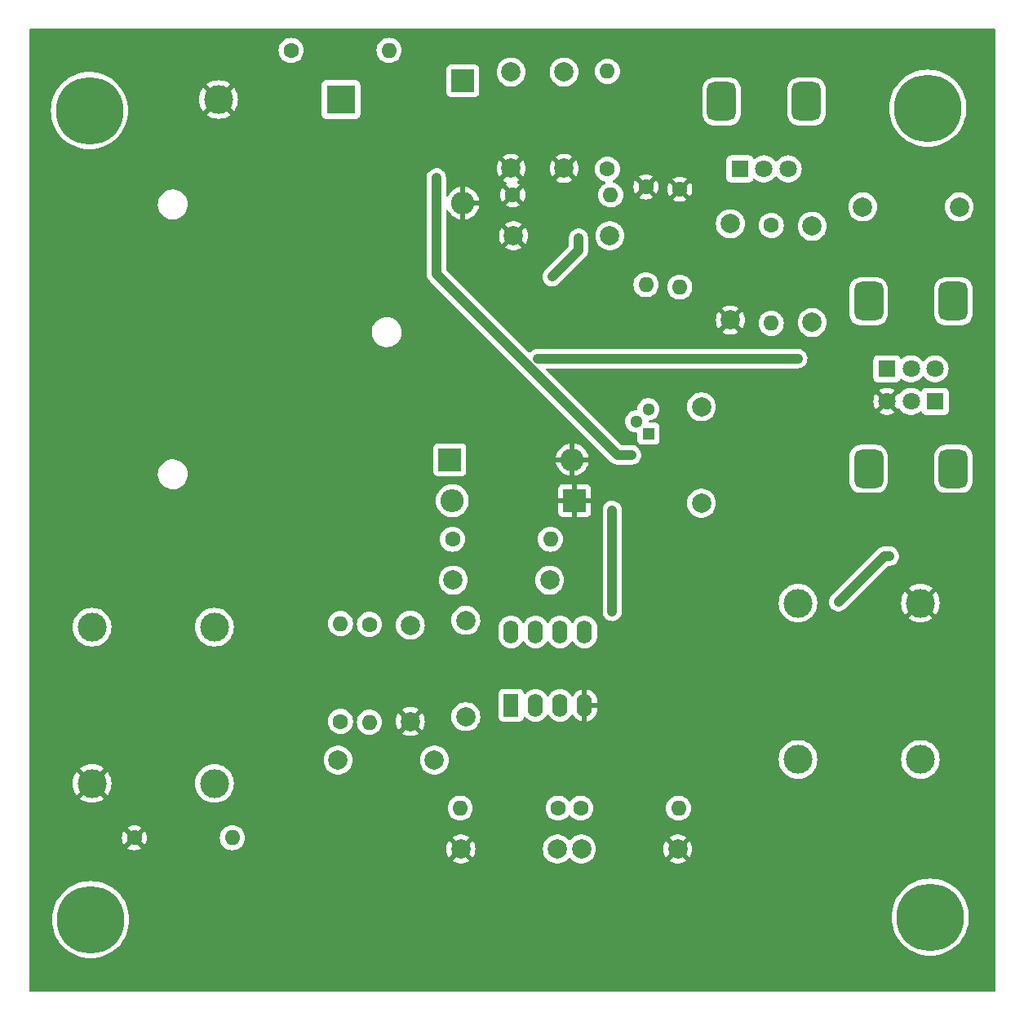
<source format=gbr>
%TF.GenerationSoftware,KiCad,Pcbnew,7.0.7*%
%TF.CreationDate,2024-03-10T16:06:42-05:00*%
%TF.ProjectId,Distortion,44697374-6f72-4746-996f-6e2e6b696361,rev?*%
%TF.SameCoordinates,Original*%
%TF.FileFunction,Copper,L2,Bot*%
%TF.FilePolarity,Positive*%
%FSLAX46Y46*%
G04 Gerber Fmt 4.6, Leading zero omitted, Abs format (unit mm)*
G04 Created by KiCad (PCBNEW 7.0.7) date 2024-03-10 16:06:42*
%MOMM*%
%LPD*%
G01*
G04 APERTURE LIST*
G04 Aperture macros list*
%AMRoundRect*
0 Rectangle with rounded corners*
0 $1 Rounding radius*
0 $2 $3 $4 $5 $6 $7 $8 $9 X,Y pos of 4 corners*
0 Add a 4 corners polygon primitive as box body*
4,1,4,$2,$3,$4,$5,$6,$7,$8,$9,$2,$3,0*
0 Add four circle primitives for the rounded corners*
1,1,$1+$1,$2,$3*
1,1,$1+$1,$4,$5*
1,1,$1+$1,$6,$7*
1,1,$1+$1,$8,$9*
0 Add four rect primitives between the rounded corners*
20,1,$1+$1,$2,$3,$4,$5,0*
20,1,$1+$1,$4,$5,$6,$7,0*
20,1,$1+$1,$6,$7,$8,$9,0*
20,1,$1+$1,$8,$9,$2,$3,0*%
G04 Aperture macros list end*
%TA.AperFunction,ComponentPad*%
%ADD10C,0.800000*%
%TD*%
%TA.AperFunction,ComponentPad*%
%ADD11C,7.000000*%
%TD*%
%TA.AperFunction,ComponentPad*%
%ADD12R,1.600000X2.400000*%
%TD*%
%TA.AperFunction,ComponentPad*%
%ADD13O,1.600000X2.400000*%
%TD*%
%TA.AperFunction,ComponentPad*%
%ADD14RoundRect,0.750000X-0.750000X1.250000X-0.750000X-1.250000X0.750000X-1.250000X0.750000X1.250000X0*%
%TD*%
%TA.AperFunction,ComponentPad*%
%ADD15C,1.800000*%
%TD*%
%TA.AperFunction,ComponentPad*%
%ADD16R,1.800000X1.800000*%
%TD*%
%TA.AperFunction,ComponentPad*%
%ADD17RoundRect,0.750000X0.750000X-1.250000X0.750000X1.250000X-0.750000X1.250000X-0.750000X-1.250000X0*%
%TD*%
%TA.AperFunction,ComponentPad*%
%ADD18C,1.600000*%
%TD*%
%TA.AperFunction,ComponentPad*%
%ADD19O,1.600000X1.600000*%
%TD*%
%TA.AperFunction,ComponentPad*%
%ADD20C,1.300000*%
%TD*%
%TA.AperFunction,ComponentPad*%
%ADD21R,1.300000X1.300000*%
%TD*%
%TA.AperFunction,ComponentPad*%
%ADD22C,3.000000*%
%TD*%
%TA.AperFunction,ComponentPad*%
%ADD23O,2.400000X2.400000*%
%TD*%
%TA.AperFunction,ComponentPad*%
%ADD24R,2.400000X2.400000*%
%TD*%
%TA.AperFunction,ComponentPad*%
%ADD25C,2.000000*%
%TD*%
%TA.AperFunction,ComponentPad*%
%ADD26R,3.000000X3.000000*%
%TD*%
%TA.AperFunction,ViaPad*%
%ADD27C,0.800000*%
%TD*%
%TA.AperFunction,Conductor*%
%ADD28C,1.000000*%
%TD*%
G04 APERTURE END LIST*
D10*
%TO.P,H4,1*%
%TO.N,N/C*%
X120875000Y-148625000D03*
X123500000Y-146000000D03*
D11*
X120875000Y-146000000D03*
D10*
X120875000Y-143375000D03*
X119018845Y-147856155D03*
X119018845Y-144143845D03*
X122731155Y-147856155D03*
X118250000Y-146000000D03*
X122731155Y-144143845D03*
%TD*%
%TO.P,H3,1*%
%TO.N,N/C*%
X122606155Y-60143845D03*
X118125000Y-62000000D03*
X122606155Y-63856155D03*
X118893845Y-60143845D03*
X118893845Y-63856155D03*
X120750000Y-59375000D03*
D11*
X120750000Y-62000000D03*
D10*
X123375000Y-62000000D03*
X120750000Y-64625000D03*
%TD*%
%TO.P,H2,1*%
%TO.N,N/C*%
X208000000Y-148375000D03*
X210625000Y-145750000D03*
D11*
X208000000Y-145750000D03*
D10*
X208000000Y-143125000D03*
X206143845Y-147606155D03*
X206143845Y-143893845D03*
X209856155Y-147606155D03*
X205375000Y-145750000D03*
X209856155Y-143893845D03*
%TD*%
%TO.P,H1,1*%
%TO.N,N/C*%
X209606155Y-59893845D03*
X205125000Y-61750000D03*
X209606155Y-63606155D03*
X205893845Y-59893845D03*
X205893845Y-63606155D03*
X207750000Y-59125000D03*
D11*
X207750000Y-61750000D03*
D10*
X210375000Y-61750000D03*
X207750000Y-64375000D03*
%TD*%
D12*
%TO.P,U1,1,VOS*%
%TO.N,Net-(C13-Pad1)*%
X164500000Y-123750000D03*
D13*
%TO.P,U1,2,-*%
%TO.N,Net-(U1--)*%
X167040000Y-123750000D03*
%TO.P,U1,3,+*%
%TO.N,Net-(U1-+)*%
X169580000Y-123750000D03*
%TO.P,U1,4,V-*%
%TO.N,GND*%
X172120000Y-123750000D03*
%TO.P,U1,5,NC*%
%TO.N,unconnected-(U1-NC-Pad5)*%
X172120000Y-116130000D03*
%TO.P,U1,6*%
%TO.N,Net-(C8-Pad2)*%
X169580000Y-116130000D03*
%TO.P,U1,7,V+*%
%TO.N,+9V*%
X167040000Y-116130000D03*
%TO.P,U1,8,VOS*%
%TO.N,Net-(C13-Pad2)*%
X164500000Y-116130000D03*
%TD*%
D14*
%TO.P,RV3,MP*%
%TO.N,N/C*%
X201600000Y-99200000D03*
X210400000Y-99200000D03*
D15*
%TO.P,RV3,3,3*%
%TO.N,GND*%
X203500000Y-92200000D03*
%TO.P,RV3,2,2*%
%TO.N,Net-(J2-PadT)*%
X206000000Y-92200000D03*
D16*
%TO.P,RV3,1,1*%
%TO.N,Net-(C12-Pad1)*%
X208500000Y-92200000D03*
%TD*%
D17*
%TO.P,RV2,MP*%
%TO.N,N/C*%
X210400000Y-81800000D03*
X201600000Y-81800000D03*
D15*
%TO.P,RV2,3,3*%
%TO.N,Net-(R10-Pad2)*%
X208500000Y-88800000D03*
%TO.P,RV2,2,2*%
%TO.N,Net-(D2-A)*%
X206000000Y-88800000D03*
D16*
%TO.P,RV2,1,1*%
X203500000Y-88800000D03*
%TD*%
D17*
%TO.P,RV1,MP*%
%TO.N,N/C*%
X195150000Y-61050000D03*
X186350000Y-61050000D03*
D15*
%TO.P,RV1,3,3*%
%TO.N,Net-(C8-Pad2)*%
X193250000Y-68050000D03*
%TO.P,RV1,2,2*%
%TO.N,Net-(U1--)*%
X190750000Y-68050000D03*
D16*
%TO.P,RV1,1,1*%
X188250000Y-68050000D03*
%TD*%
D18*
%TO.P,R12,1*%
%TO.N,GND*%
X182000000Y-70170000D03*
D19*
%TO.P,R12,2*%
%TO.N,Net-(Q1-S)*%
X182000000Y-80330000D03*
%TD*%
D18*
%TO.P,R11,1*%
%TO.N,GND*%
X178500000Y-69920000D03*
D19*
%TO.P,R11,2*%
%TO.N,Net-(Q1-G)*%
X178500000Y-80080000D03*
%TD*%
%TO.P,R10,2*%
%TO.N,Net-(R10-Pad2)*%
X191500000Y-84080000D03*
D18*
%TO.P,R10,1*%
%TO.N,Net-(C10-Pad2)*%
X191500000Y-73920000D03*
%TD*%
%TO.P,R9,1*%
%TO.N,Net-(D2-A)*%
X158420000Y-106500000D03*
D19*
%TO.P,R9,2*%
%TO.N,Net-(C9-Pad2)*%
X168580000Y-106500000D03*
%TD*%
D18*
%TO.P,R8,1*%
%TO.N,Net-(U1--)*%
X169380000Y-134425000D03*
D19*
%TO.P,R8,2*%
%TO.N,Net-(C7-Pad2)*%
X159220000Y-134425000D03*
%TD*%
D18*
%TO.P,R7,1*%
%TO.N,Net-(U1--)*%
X171720000Y-134425000D03*
D19*
%TO.P,R7,2*%
%TO.N,Net-(C6-Pad2)*%
X181880000Y-134425000D03*
%TD*%
D18*
%TO.P,R6,1*%
%TO.N,Net-(U1-+)*%
X149800000Y-115345000D03*
D19*
%TO.P,R6,2*%
%TO.N,Net-(C4-Pad2)*%
X149800000Y-125505000D03*
%TD*%
D18*
%TO.P,R5,1*%
%TO.N,Net-(C4-Pad2)*%
X146800000Y-125425000D03*
D19*
%TO.P,R5,2*%
%TO.N,+4V*%
X146800000Y-115265000D03*
%TD*%
%TO.P,R4,2*%
%TO.N,Net-(C4-Pad1)*%
X135580000Y-137500000D03*
D18*
%TO.P,R4,1*%
%TO.N,GND*%
X125420000Y-137500000D03*
%TD*%
%TO.P,R3,1*%
%TO.N,GND*%
X164670000Y-70750000D03*
D19*
%TO.P,R3,2*%
%TO.N,+4V*%
X174830000Y-70750000D03*
%TD*%
D18*
%TO.P,R2,1*%
%TO.N,+4V*%
X174500000Y-68080000D03*
D19*
%TO.P,R2,2*%
%TO.N,+9V*%
X174500000Y-57920000D03*
%TD*%
%TO.P,R1,2*%
%TO.N,+9V*%
X151830000Y-55750000D03*
D18*
%TO.P,R1,1*%
%TO.N,Net-(BT1-+)*%
X141670000Y-55750000D03*
%TD*%
D20*
%TO.P,Q1,3,S*%
%TO.N,Net-(Q1-S)*%
X178750000Y-93000000D03*
%TO.P,Q1,2,G*%
%TO.N,Net-(Q1-G)*%
X177480000Y-94270000D03*
D21*
%TO.P,Q1,1,D*%
%TO.N,+9V*%
X178750000Y-95540000D03*
%TD*%
D22*
%TO.P,J2,S*%
%TO.N,GND*%
X206975000Y-113135000D03*
%TO.P,J2,SN*%
%TO.N,N/C*%
X206975000Y-129365000D03*
%TO.P,J2,T*%
%TO.N,Net-(J2-PadT)*%
X194275000Y-113135000D03*
%TO.P,J2,TN*%
%TO.N,N/C*%
X194275000Y-129365000D03*
%TD*%
%TO.P,J1,S*%
%TO.N,GND*%
X121025000Y-131865000D03*
%TO.P,J1,SN*%
%TO.N,N/C*%
X121025000Y-115635000D03*
%TO.P,J1,T*%
%TO.N,Net-(C4-Pad1)*%
X133725000Y-131865000D03*
%TO.P,J1,TN*%
%TO.N,N/C*%
X133725000Y-115635000D03*
%TD*%
D23*
%TO.P,D3,2,A*%
%TO.N,GND*%
X170850000Y-98250000D03*
D24*
%TO.P,D3,1,K*%
%TO.N,Net-(D2-A)*%
X158150000Y-98250000D03*
%TD*%
D23*
%TO.P,D2,2,A*%
%TO.N,Net-(D2-A)*%
X158400000Y-102500000D03*
D24*
%TO.P,D2,1,K*%
%TO.N,GND*%
X171100000Y-102500000D03*
%TD*%
D23*
%TO.P,D1,2,A*%
%TO.N,GND*%
X159500000Y-71600000D03*
D24*
%TO.P,D1,1,K*%
%TO.N,+9V*%
X159500000Y-58900000D03*
%TD*%
D25*
%TO.P,C13,1*%
%TO.N,Net-(C13-Pad1)*%
X159800000Y-124925000D03*
%TO.P,C13,2*%
%TO.N,Net-(C13-Pad2)*%
X159800000Y-114925000D03*
%TD*%
%TO.P,C12,2*%
%TO.N,Net-(Q1-S)*%
X184250000Y-92750000D03*
%TO.P,C12,1*%
%TO.N,Net-(C12-Pad1)*%
X184250000Y-102750000D03*
%TD*%
%TO.P,C11,2*%
%TO.N,Net-(C10-Pad2)*%
X195750000Y-74000000D03*
%TO.P,C11,1*%
%TO.N,Net-(Q1-G)*%
X195750000Y-84000000D03*
%TD*%
%TO.P,C10,2*%
%TO.N,Net-(C10-Pad2)*%
X187250000Y-73750000D03*
%TO.P,C10,1*%
%TO.N,GND*%
X187250000Y-83750000D03*
%TD*%
%TO.P,C9,2*%
%TO.N,Net-(C9-Pad2)*%
X168500000Y-110750000D03*
%TO.P,C9,1*%
%TO.N,Net-(C8-Pad2)*%
X158500000Y-110750000D03*
%TD*%
%TO.P,C8,2*%
%TO.N,Net-(C8-Pad2)*%
X211000000Y-72000000D03*
%TO.P,C8,1*%
%TO.N,Net-(U1--)*%
X201000000Y-72000000D03*
%TD*%
%TO.P,C7,1*%
%TO.N,GND*%
X159300000Y-138675000D03*
%TO.P,C7,2*%
%TO.N,Net-(C7-Pad2)*%
X169300000Y-138675000D03*
%TD*%
%TO.P,C6,1*%
%TO.N,GND*%
X181800000Y-138675000D03*
%TO.P,C6,2*%
%TO.N,Net-(C6-Pad2)*%
X171800000Y-138675000D03*
%TD*%
%TO.P,C5,1*%
%TO.N,GND*%
X154050000Y-125425000D03*
%TO.P,C5,2*%
%TO.N,Net-(U1-+)*%
X154050000Y-115425000D03*
%TD*%
%TO.P,C4,1*%
%TO.N,Net-(C4-Pad1)*%
X146550000Y-129425000D03*
%TO.P,C4,2*%
%TO.N,Net-(C4-Pad2)*%
X156550000Y-129425000D03*
%TD*%
%TO.P,C3,1*%
%TO.N,+4V*%
X174750000Y-75000000D03*
%TO.P,C3,2*%
%TO.N,GND*%
X164750000Y-75000000D03*
%TD*%
%TO.P,C2,1*%
%TO.N,+9V*%
X170000000Y-58000000D03*
%TO.P,C2,2*%
%TO.N,GND*%
X170000000Y-68000000D03*
%TD*%
%TO.P,C1,2*%
%TO.N,GND*%
X164500000Y-68000000D03*
%TO.P,C1,1*%
%TO.N,+9V*%
X164500000Y-58000000D03*
%TD*%
D22*
%TO.P,BT1,2,-*%
%TO.N,GND*%
X134150000Y-60850000D03*
D26*
%TO.P,BT1,1,+*%
%TO.N,Net-(BT1-+)*%
X146850000Y-60850000D03*
%TD*%
D27*
%TO.N,+9V*%
X156750000Y-69000000D03*
X177000000Y-97750000D03*
%TO.N,GND*%
X202500000Y-94000000D03*
X187250000Y-81500000D03*
X171250000Y-106000000D03*
X170750000Y-95500000D03*
%TO.N,Net-(D2-A)*%
X194250000Y-87750000D03*
X167250000Y-87750000D03*
%TO.N,GND*%
X172000000Y-121250000D03*
X172250000Y-126000000D03*
X118250000Y-131750000D03*
X121000000Y-128750000D03*
X124000000Y-131750000D03*
X183000000Y-140750000D03*
X184000000Y-139000000D03*
X183500000Y-137250000D03*
X157750000Y-140250000D03*
X157250000Y-138500000D03*
X203750000Y-113250000D03*
X207000000Y-116250000D03*
X209500000Y-113250000D03*
X182000000Y-68000000D03*
X178500000Y-67750000D03*
X170000000Y-65500000D03*
X164500000Y-65500000D03*
X162750000Y-71250000D03*
X162500000Y-76000000D03*
X159500000Y-74250000D03*
X134000000Y-63750000D03*
X137750000Y-61000000D03*
X136500000Y-58750000D03*
X134250000Y-58000000D03*
X131750000Y-58500000D03*
X130500000Y-60500000D03*
X131750000Y-63000000D03*
%TO.N,Net-(J2-PadT)*%
X198500000Y-113000000D03*
X203750000Y-108250000D03*
%TO.N,Net-(U1--)*%
X175000000Y-103500000D03*
X175000000Y-114000000D03*
%TO.N,+4V*%
X171500000Y-75250000D03*
X168750000Y-79250000D03*
%TD*%
D28*
%TO.N,+9V*%
X175552944Y-97750000D02*
X156750000Y-78947056D01*
X177000000Y-97750000D02*
X175552944Y-97750000D01*
X156750000Y-78947056D02*
X156750000Y-69000000D01*
%TO.N,Net-(D2-A)*%
X167250000Y-87750000D02*
X194250000Y-87750000D01*
%TO.N,Net-(J2-PadT)*%
X203750000Y-108250000D02*
X203250000Y-108250000D01*
X203250000Y-108250000D02*
X198500000Y-113000000D01*
%TO.N,Net-(U1--)*%
X175000000Y-103500000D02*
X175000000Y-114000000D01*
%TO.N,+4V*%
X171500000Y-75250000D02*
X171500000Y-76500000D01*
X171500000Y-76500000D02*
X168750000Y-79250000D01*
%TD*%
%TA.AperFunction,Conductor*%
%TO.N,GND*%
G36*
X214692539Y-53520185D02*
G01*
X214738294Y-53572989D01*
X214749500Y-53624500D01*
X214749500Y-153375500D01*
X214729815Y-153442539D01*
X214677011Y-153488294D01*
X214625500Y-153499500D01*
X114624500Y-153499500D01*
X114557461Y-153479815D01*
X114511706Y-153427011D01*
X114500500Y-153375500D01*
X114500500Y-146000000D01*
X116869675Y-146000000D01*
X116888962Y-146392591D01*
X116888962Y-146392597D01*
X116888963Y-146392599D01*
X116946637Y-146781406D01*
X117042143Y-147162684D01*
X117174561Y-147532770D01*
X117174562Y-147532772D01*
X117342620Y-147888100D01*
X117544692Y-148225236D01*
X117544694Y-148225239D01*
X117593429Y-148290951D01*
X117778846Y-148540956D01*
X118042807Y-148832192D01*
X118316559Y-149080306D01*
X118334049Y-149096158D01*
X118649761Y-149330306D01*
X118649763Y-149330307D01*
X118986899Y-149532379D01*
X118986902Y-149532380D01*
X118986903Y-149532381D01*
X119342228Y-149700438D01*
X119712316Y-149832857D01*
X120093600Y-149928364D01*
X120482409Y-149986038D01*
X120875000Y-150005325D01*
X121267591Y-149986038D01*
X121656400Y-149928364D01*
X122037684Y-149832857D01*
X122407772Y-149700438D01*
X122763097Y-149532381D01*
X123100239Y-149330306D01*
X123415951Y-149096158D01*
X123707192Y-148832192D01*
X123971158Y-148540951D01*
X124205306Y-148225239D01*
X124407381Y-147888097D01*
X124575438Y-147532772D01*
X124707857Y-147162684D01*
X124803364Y-146781400D01*
X124861038Y-146392591D01*
X124880325Y-146000000D01*
X124868043Y-145750000D01*
X203994675Y-145750000D01*
X204013962Y-146142591D01*
X204013962Y-146142597D01*
X204013963Y-146142599D01*
X204071637Y-146531406D01*
X204167143Y-146912684D01*
X204299561Y-147282770D01*
X204299562Y-147282772D01*
X204467620Y-147638100D01*
X204617463Y-147888097D01*
X204669694Y-147975239D01*
X204855104Y-148225236D01*
X204903846Y-148290956D01*
X205167807Y-148582192D01*
X205459043Y-148846153D01*
X205459049Y-148846158D01*
X205774761Y-149080306D01*
X205887141Y-149147664D01*
X206111899Y-149282379D01*
X206111902Y-149282380D01*
X206111903Y-149282381D01*
X206467228Y-149450438D01*
X206837316Y-149582857D01*
X207218600Y-149678364D01*
X207607409Y-149736038D01*
X208000000Y-149755325D01*
X208392591Y-149736038D01*
X208781400Y-149678364D01*
X209162684Y-149582857D01*
X209532772Y-149450438D01*
X209888097Y-149282381D01*
X210225239Y-149080306D01*
X210540951Y-148846158D01*
X210832192Y-148582192D01*
X211096158Y-148290951D01*
X211330306Y-147975239D01*
X211532381Y-147638097D01*
X211700438Y-147282772D01*
X211832857Y-146912684D01*
X211928364Y-146531400D01*
X211986038Y-146142591D01*
X212005325Y-145750000D01*
X211986038Y-145357409D01*
X211928364Y-144968600D01*
X211832857Y-144587316D01*
X211700438Y-144217228D01*
X211532381Y-143861903D01*
X211480151Y-143774763D01*
X211330307Y-143524763D01*
X211330306Y-143524761D01*
X211096158Y-143209049D01*
X211096153Y-143209043D01*
X210832192Y-142917807D01*
X210540956Y-142653846D01*
X210289859Y-142467620D01*
X210225239Y-142419694D01*
X210225236Y-142419692D01*
X209888100Y-142217620D01*
X209532772Y-142049562D01*
X209532770Y-142049561D01*
X209162684Y-141917143D01*
X208781406Y-141821637D01*
X208781401Y-141821636D01*
X208781400Y-141821636D01*
X208637256Y-141800254D01*
X208392599Y-141763963D01*
X208392597Y-141763962D01*
X208392591Y-141763962D01*
X208000000Y-141744675D01*
X207607409Y-141763962D01*
X207607403Y-141763962D01*
X207607400Y-141763963D01*
X207218593Y-141821637D01*
X206837315Y-141917143D01*
X206467229Y-142049561D01*
X206467227Y-142049562D01*
X206111899Y-142217620D01*
X205774763Y-142419692D01*
X205459043Y-142653846D01*
X205167807Y-142917807D01*
X204903846Y-143209043D01*
X204669692Y-143524763D01*
X204467620Y-143861899D01*
X204299562Y-144217227D01*
X204299561Y-144217229D01*
X204167143Y-144587315D01*
X204071637Y-144968593D01*
X204071635Y-144968600D01*
X204071636Y-144968600D01*
X204013962Y-145357409D01*
X203994675Y-145750000D01*
X124868043Y-145750000D01*
X124861038Y-145607409D01*
X124803364Y-145218600D01*
X124707857Y-144837316D01*
X124575438Y-144467228D01*
X124407381Y-144111903D01*
X124205306Y-143774761D01*
X123971158Y-143459049D01*
X123971153Y-143459043D01*
X123707192Y-143167807D01*
X123415956Y-142903846D01*
X123100236Y-142669692D01*
X122763100Y-142467620D01*
X122407772Y-142299562D01*
X122407770Y-142299561D01*
X122037684Y-142167143D01*
X121656406Y-142071637D01*
X121656401Y-142071636D01*
X121656400Y-142071636D01*
X121507588Y-142049562D01*
X121267599Y-142013963D01*
X121267597Y-142013962D01*
X121267591Y-142013962D01*
X120875000Y-141994675D01*
X120874999Y-141994675D01*
X120843223Y-141996236D01*
X120482409Y-142013962D01*
X120482403Y-142013962D01*
X120482400Y-142013963D01*
X120093593Y-142071637D01*
X119712315Y-142167143D01*
X119342229Y-142299561D01*
X119342227Y-142299562D01*
X118986899Y-142467620D01*
X118649763Y-142669692D01*
X118334043Y-142903846D01*
X118042807Y-143167807D01*
X117778846Y-143459043D01*
X117544692Y-143774763D01*
X117342620Y-144111899D01*
X117174562Y-144467227D01*
X117174561Y-144467229D01*
X117042143Y-144837315D01*
X116946637Y-145218593D01*
X116946635Y-145218600D01*
X116946636Y-145218600D01*
X116888962Y-145607409D01*
X116869675Y-146000000D01*
X114500500Y-146000000D01*
X114500500Y-137500002D01*
X124115034Y-137500002D01*
X124134858Y-137726599D01*
X124134860Y-137726610D01*
X124193730Y-137946317D01*
X124193734Y-137946326D01*
X124289865Y-138152481D01*
X124289866Y-138152483D01*
X124340973Y-138225471D01*
X124340973Y-138225472D01*
X124882580Y-137683865D01*
X124943903Y-137650380D01*
X125013594Y-137655364D01*
X125069528Y-137697235D01*
X125080742Y-137715246D01*
X125086527Y-137726599D01*
X125092358Y-137738044D01*
X125092363Y-137738050D01*
X125181949Y-137827636D01*
X125181951Y-137827637D01*
X125181955Y-137827641D01*
X125204747Y-137839254D01*
X125255542Y-137887228D01*
X125272337Y-137955049D01*
X125249799Y-138021184D01*
X125236132Y-138037419D01*
X124694526Y-138579025D01*
X124694526Y-138579026D01*
X124767512Y-138630131D01*
X124767516Y-138630133D01*
X124973673Y-138726265D01*
X124973682Y-138726269D01*
X125193389Y-138785139D01*
X125193400Y-138785141D01*
X125419998Y-138804966D01*
X125420002Y-138804966D01*
X125646599Y-138785141D01*
X125646610Y-138785139D01*
X125866317Y-138726269D01*
X125866331Y-138726264D01*
X126072478Y-138630136D01*
X126145472Y-138579025D01*
X125603866Y-138037419D01*
X125570381Y-137976096D01*
X125575365Y-137906404D01*
X125617237Y-137850471D01*
X125635245Y-137839258D01*
X125658045Y-137827641D01*
X125747641Y-137738045D01*
X125759254Y-137715252D01*
X125807225Y-137664458D01*
X125875046Y-137647661D01*
X125941181Y-137670197D01*
X125957419Y-137683866D01*
X126499025Y-138225472D01*
X126550136Y-138152478D01*
X126646264Y-137946331D01*
X126646269Y-137946317D01*
X126705139Y-137726610D01*
X126705141Y-137726599D01*
X126724966Y-137500002D01*
X126724966Y-137500001D01*
X134274532Y-137500001D01*
X134294364Y-137726686D01*
X134294366Y-137726697D01*
X134353258Y-137946488D01*
X134353261Y-137946497D01*
X134449431Y-138152732D01*
X134449432Y-138152734D01*
X134579954Y-138339141D01*
X134740858Y-138500045D01*
X134740861Y-138500047D01*
X134927266Y-138630568D01*
X135133504Y-138726739D01*
X135353308Y-138785635D01*
X135515230Y-138799801D01*
X135579998Y-138805468D01*
X135580000Y-138805468D01*
X135580002Y-138805468D01*
X135636673Y-138800509D01*
X135806692Y-138785635D01*
X136026496Y-138726739D01*
X136137439Y-138675005D01*
X157794859Y-138675005D01*
X157815385Y-138922729D01*
X157815387Y-138922738D01*
X157876412Y-139163717D01*
X157976266Y-139391364D01*
X158076564Y-139544882D01*
X158691050Y-138930395D01*
X158752373Y-138896910D01*
X158822064Y-138901894D01*
X158877998Y-138943765D01*
X158883039Y-138951025D01*
X158883048Y-138951039D01*
X158918239Y-139005798D01*
X159033602Y-139105759D01*
X159031293Y-139108422D01*
X159066006Y-139148499D01*
X159075935Y-139217660D01*
X159046898Y-139281210D01*
X159040882Y-139287669D01*
X158429942Y-139898609D01*
X158476768Y-139935055D01*
X158476770Y-139935056D01*
X158695385Y-140053364D01*
X158695396Y-140053369D01*
X158930506Y-140134083D01*
X159175707Y-140175000D01*
X159424293Y-140175000D01*
X159669493Y-140134083D01*
X159904603Y-140053369D01*
X159904614Y-140053364D01*
X160123228Y-139935057D01*
X160123231Y-139935055D01*
X160170056Y-139898609D01*
X159559116Y-139287669D01*
X159525631Y-139226346D01*
X159530615Y-139156654D01*
X159567641Y-139107193D01*
X159566398Y-139105759D01*
X159573100Y-139099952D01*
X159681761Y-139005798D01*
X159716954Y-138951037D01*
X159769755Y-138905283D01*
X159838914Y-138895339D01*
X159902470Y-138924363D01*
X159908949Y-138930396D01*
X160523434Y-139544882D01*
X160623731Y-139391369D01*
X160723587Y-139163717D01*
X160784612Y-138922738D01*
X160784614Y-138922729D01*
X160805141Y-138675005D01*
X167794357Y-138675005D01*
X167814890Y-138922812D01*
X167814892Y-138922824D01*
X167875936Y-139163881D01*
X167975826Y-139391606D01*
X168111833Y-139599782D01*
X168111836Y-139599785D01*
X168280256Y-139782738D01*
X168476491Y-139935474D01*
X168476493Y-139935475D01*
X168694332Y-140053364D01*
X168695190Y-140053828D01*
X168914141Y-140128994D01*
X168928964Y-140134083D01*
X168930386Y-140134571D01*
X169175665Y-140175500D01*
X169424335Y-140175500D01*
X169669614Y-140134571D01*
X169904810Y-140053828D01*
X170123509Y-139935474D01*
X170319744Y-139782738D01*
X170458772Y-139631712D01*
X170518657Y-139595724D01*
X170588495Y-139597824D01*
X170641226Y-139631711D01*
X170780256Y-139782738D01*
X170976491Y-139935474D01*
X170976493Y-139935475D01*
X171194332Y-140053364D01*
X171195190Y-140053828D01*
X171414141Y-140128994D01*
X171428964Y-140134083D01*
X171430386Y-140134571D01*
X171675665Y-140175500D01*
X171924335Y-140175500D01*
X172169614Y-140134571D01*
X172404810Y-140053828D01*
X172623509Y-139935474D01*
X172819744Y-139782738D01*
X172988164Y-139599785D01*
X173124173Y-139391607D01*
X173224063Y-139163881D01*
X173285108Y-138922821D01*
X173305643Y-138675005D01*
X180294859Y-138675005D01*
X180315385Y-138922729D01*
X180315387Y-138922738D01*
X180376412Y-139163717D01*
X180476266Y-139391364D01*
X180576564Y-139544882D01*
X181191050Y-138930395D01*
X181252373Y-138896910D01*
X181322064Y-138901894D01*
X181377998Y-138943765D01*
X181383039Y-138951025D01*
X181383048Y-138951039D01*
X181418239Y-139005798D01*
X181533602Y-139105759D01*
X181531293Y-139108422D01*
X181566006Y-139148499D01*
X181575935Y-139217660D01*
X181546898Y-139281210D01*
X181540882Y-139287669D01*
X180929942Y-139898609D01*
X180976768Y-139935055D01*
X180976770Y-139935056D01*
X181195385Y-140053364D01*
X181195396Y-140053369D01*
X181430506Y-140134083D01*
X181675707Y-140175000D01*
X181924293Y-140175000D01*
X182169493Y-140134083D01*
X182404603Y-140053369D01*
X182404614Y-140053364D01*
X182623228Y-139935057D01*
X182623231Y-139935055D01*
X182670056Y-139898609D01*
X182059116Y-139287669D01*
X182025631Y-139226346D01*
X182030615Y-139156654D01*
X182067641Y-139107193D01*
X182066398Y-139105759D01*
X182073100Y-139099952D01*
X182181761Y-139005798D01*
X182216954Y-138951037D01*
X182269755Y-138905283D01*
X182338914Y-138895339D01*
X182402470Y-138924363D01*
X182408949Y-138930396D01*
X183023434Y-139544882D01*
X183123731Y-139391369D01*
X183223587Y-139163717D01*
X183284612Y-138922738D01*
X183284614Y-138922729D01*
X183305141Y-138675005D01*
X183305141Y-138674994D01*
X183284614Y-138427270D01*
X183284612Y-138427261D01*
X183223587Y-138186282D01*
X183123731Y-137958630D01*
X183023434Y-137805116D01*
X182408949Y-138419602D01*
X182347626Y-138453087D01*
X182277934Y-138448103D01*
X182222001Y-138406231D01*
X182216953Y-138398961D01*
X182181761Y-138344202D01*
X182066398Y-138244241D01*
X182068698Y-138241585D01*
X182033960Y-138201428D01*
X182024074Y-138132261D01*
X182053152Y-138068729D01*
X182059116Y-138062329D01*
X182670056Y-137451389D01*
X182623229Y-137414943D01*
X182404614Y-137296635D01*
X182404603Y-137296630D01*
X182169493Y-137215916D01*
X181924293Y-137175000D01*
X181675707Y-137175000D01*
X181430506Y-137215916D01*
X181195396Y-137296630D01*
X181195390Y-137296632D01*
X180976761Y-137414949D01*
X180929942Y-137451388D01*
X180929942Y-137451390D01*
X181540883Y-138062330D01*
X181574368Y-138123653D01*
X181569384Y-138193344D01*
X181532358Y-138242805D01*
X181533602Y-138244241D01*
X181418238Y-138344202D01*
X181383046Y-138398962D01*
X181330242Y-138444717D01*
X181261083Y-138454660D01*
X181197528Y-138425634D01*
X181191050Y-138419603D01*
X180576564Y-137805116D01*
X180476267Y-137958632D01*
X180376412Y-138186282D01*
X180315387Y-138427261D01*
X180315385Y-138427270D01*
X180294859Y-138674994D01*
X180294859Y-138675005D01*
X173305643Y-138675005D01*
X173305643Y-138675000D01*
X173286842Y-138448103D01*
X173285109Y-138427187D01*
X173285107Y-138427175D01*
X173224063Y-138186118D01*
X173124173Y-137958393D01*
X172988166Y-137750217D01*
X172955978Y-137715252D01*
X172819744Y-137567262D01*
X172623509Y-137414526D01*
X172623507Y-137414525D01*
X172623506Y-137414524D01*
X172404811Y-137296172D01*
X172404802Y-137296169D01*
X172169616Y-137215429D01*
X171924335Y-137174500D01*
X171675665Y-137174500D01*
X171430383Y-137215429D01*
X171195197Y-137296169D01*
X171195188Y-137296172D01*
X170976493Y-137414524D01*
X170780255Y-137567262D01*
X170780252Y-137567265D01*
X170641229Y-137718284D01*
X170581342Y-137754275D01*
X170511504Y-137752174D01*
X170458771Y-137718284D01*
X170319747Y-137567265D01*
X170319744Y-137567262D01*
X170233322Y-137499997D01*
X170123509Y-137414526D01*
X170123507Y-137414525D01*
X170123506Y-137414524D01*
X169904811Y-137296172D01*
X169904802Y-137296169D01*
X169669616Y-137215429D01*
X169424335Y-137174500D01*
X169175665Y-137174500D01*
X168930383Y-137215429D01*
X168695197Y-137296169D01*
X168695188Y-137296172D01*
X168476493Y-137414524D01*
X168280257Y-137567261D01*
X168111833Y-137750217D01*
X167975826Y-137958393D01*
X167875936Y-138186118D01*
X167814892Y-138427175D01*
X167814890Y-138427187D01*
X167794357Y-138674994D01*
X167794357Y-138675005D01*
X160805141Y-138675005D01*
X160805141Y-138674994D01*
X160784614Y-138427270D01*
X160784612Y-138427261D01*
X160723587Y-138186282D01*
X160623731Y-137958630D01*
X160523434Y-137805116D01*
X159908949Y-138419602D01*
X159847626Y-138453087D01*
X159777934Y-138448103D01*
X159722001Y-138406231D01*
X159716953Y-138398961D01*
X159681761Y-138344202D01*
X159566398Y-138244241D01*
X159568698Y-138241585D01*
X159533960Y-138201428D01*
X159524074Y-138132261D01*
X159553152Y-138068729D01*
X159559116Y-138062329D01*
X160170056Y-137451389D01*
X160123229Y-137414943D01*
X159904614Y-137296635D01*
X159904603Y-137296630D01*
X159669493Y-137215916D01*
X159424293Y-137175000D01*
X159175707Y-137175000D01*
X158930506Y-137215916D01*
X158695396Y-137296630D01*
X158695390Y-137296632D01*
X158476761Y-137414949D01*
X158429942Y-137451388D01*
X158429942Y-137451390D01*
X159040883Y-138062330D01*
X159074368Y-138123653D01*
X159069384Y-138193344D01*
X159032358Y-138242805D01*
X159033602Y-138244241D01*
X158918238Y-138344202D01*
X158883046Y-138398962D01*
X158830242Y-138444717D01*
X158761083Y-138454660D01*
X158697528Y-138425634D01*
X158691050Y-138419603D01*
X158076564Y-137805116D01*
X157976267Y-137958632D01*
X157876412Y-138186282D01*
X157815387Y-138427261D01*
X157815385Y-138427270D01*
X157794859Y-138674994D01*
X157794859Y-138675005D01*
X136137439Y-138675005D01*
X136232734Y-138630568D01*
X136419139Y-138500047D01*
X136580047Y-138339139D01*
X136710568Y-138152734D01*
X136806739Y-137946496D01*
X136865635Y-137726692D01*
X136885468Y-137500000D01*
X136865635Y-137273308D01*
X136806739Y-137053504D01*
X136710568Y-136847266D01*
X136580047Y-136660861D01*
X136580045Y-136660858D01*
X136419141Y-136499954D01*
X136232734Y-136369432D01*
X136232732Y-136369431D01*
X136026497Y-136273261D01*
X136026488Y-136273258D01*
X135806697Y-136214366D01*
X135806693Y-136214365D01*
X135806692Y-136214365D01*
X135806691Y-136214364D01*
X135806686Y-136214364D01*
X135580002Y-136194532D01*
X135579998Y-136194532D01*
X135353313Y-136214364D01*
X135353302Y-136214366D01*
X135133511Y-136273258D01*
X135133502Y-136273261D01*
X134927267Y-136369431D01*
X134927265Y-136369432D01*
X134740858Y-136499954D01*
X134579954Y-136660858D01*
X134449432Y-136847265D01*
X134449431Y-136847267D01*
X134353261Y-137053502D01*
X134353258Y-137053511D01*
X134294366Y-137273302D01*
X134294364Y-137273313D01*
X134274532Y-137499998D01*
X134274532Y-137500001D01*
X126724966Y-137500001D01*
X126724966Y-137499997D01*
X126705141Y-137273400D01*
X126705139Y-137273389D01*
X126646269Y-137053682D01*
X126646265Y-137053673D01*
X126550133Y-136847516D01*
X126550131Y-136847512D01*
X126499026Y-136774526D01*
X126499025Y-136774526D01*
X125957419Y-137316132D01*
X125896096Y-137349617D01*
X125826404Y-137344633D01*
X125770471Y-137302761D01*
X125759256Y-137284751D01*
X125747641Y-137261955D01*
X125747637Y-137261951D01*
X125747636Y-137261949D01*
X125658050Y-137172363D01*
X125658044Y-137172358D01*
X125648109Y-137167296D01*
X125635250Y-137160744D01*
X125584456Y-137112773D01*
X125567660Y-137044952D01*
X125590197Y-136978817D01*
X125603865Y-136962580D01*
X126145472Y-136420973D01*
X126072483Y-136369866D01*
X126072481Y-136369865D01*
X125866326Y-136273734D01*
X125866317Y-136273730D01*
X125646610Y-136214860D01*
X125646599Y-136214858D01*
X125420002Y-136195034D01*
X125419998Y-136195034D01*
X125193400Y-136214858D01*
X125193389Y-136214860D01*
X124973682Y-136273730D01*
X124973673Y-136273734D01*
X124767513Y-136369868D01*
X124694526Y-136420973D01*
X125236133Y-136962580D01*
X125269618Y-137023903D01*
X125264634Y-137093595D01*
X125222762Y-137149528D01*
X125204748Y-137160745D01*
X125181956Y-137172358D01*
X125181949Y-137172363D01*
X125092363Y-137261949D01*
X125092358Y-137261956D01*
X125080745Y-137284748D01*
X125032770Y-137335544D01*
X124964949Y-137352338D01*
X124898814Y-137329800D01*
X124882580Y-137316133D01*
X124340973Y-136774526D01*
X124289868Y-136847513D01*
X124193734Y-137053673D01*
X124193730Y-137053682D01*
X124134860Y-137273389D01*
X124134858Y-137273400D01*
X124115034Y-137499997D01*
X124115034Y-137500002D01*
X114500500Y-137500002D01*
X114500500Y-134425001D01*
X157914532Y-134425001D01*
X157934364Y-134651686D01*
X157934366Y-134651697D01*
X157993258Y-134871488D01*
X157993261Y-134871497D01*
X158089431Y-135077732D01*
X158089432Y-135077734D01*
X158219954Y-135264141D01*
X158380858Y-135425045D01*
X158380861Y-135425047D01*
X158567266Y-135555568D01*
X158773504Y-135651739D01*
X158993308Y-135710635D01*
X159155230Y-135724801D01*
X159219998Y-135730468D01*
X159220000Y-135730468D01*
X159220002Y-135730468D01*
X159276673Y-135725509D01*
X159446692Y-135710635D01*
X159666496Y-135651739D01*
X159872734Y-135555568D01*
X160059139Y-135425047D01*
X160220047Y-135264139D01*
X160350568Y-135077734D01*
X160446739Y-134871496D01*
X160505635Y-134651692D01*
X160525468Y-134425001D01*
X168074532Y-134425001D01*
X168094364Y-134651686D01*
X168094366Y-134651697D01*
X168153258Y-134871488D01*
X168153261Y-134871497D01*
X168249431Y-135077732D01*
X168249432Y-135077734D01*
X168379954Y-135264141D01*
X168540858Y-135425045D01*
X168540861Y-135425047D01*
X168727266Y-135555568D01*
X168933504Y-135651739D01*
X169153308Y-135710635D01*
X169315230Y-135724801D01*
X169379998Y-135730468D01*
X169380000Y-135730468D01*
X169380002Y-135730468D01*
X169436673Y-135725509D01*
X169606692Y-135710635D01*
X169826496Y-135651739D01*
X170032734Y-135555568D01*
X170219139Y-135425047D01*
X170380047Y-135264139D01*
X170448425Y-135166483D01*
X170503001Y-135122859D01*
X170572500Y-135115665D01*
X170634854Y-135147187D01*
X170651575Y-135166484D01*
X170719954Y-135264141D01*
X170880858Y-135425045D01*
X170880861Y-135425047D01*
X171067266Y-135555568D01*
X171273504Y-135651739D01*
X171493308Y-135710635D01*
X171655230Y-135724801D01*
X171719998Y-135730468D01*
X171720000Y-135730468D01*
X171720002Y-135730468D01*
X171776672Y-135725509D01*
X171946692Y-135710635D01*
X172166496Y-135651739D01*
X172372734Y-135555568D01*
X172559139Y-135425047D01*
X172720047Y-135264139D01*
X172850568Y-135077734D01*
X172946739Y-134871496D01*
X173005635Y-134651692D01*
X173025468Y-134425001D01*
X180574532Y-134425001D01*
X180594364Y-134651686D01*
X180594366Y-134651697D01*
X180653258Y-134871488D01*
X180653261Y-134871497D01*
X180749431Y-135077732D01*
X180749432Y-135077734D01*
X180879954Y-135264141D01*
X181040858Y-135425045D01*
X181040861Y-135425047D01*
X181227266Y-135555568D01*
X181433504Y-135651739D01*
X181653308Y-135710635D01*
X181815230Y-135724801D01*
X181879998Y-135730468D01*
X181880000Y-135730468D01*
X181880002Y-135730468D01*
X181936672Y-135725509D01*
X182106692Y-135710635D01*
X182326496Y-135651739D01*
X182532734Y-135555568D01*
X182719139Y-135425047D01*
X182880047Y-135264139D01*
X183010568Y-135077734D01*
X183106739Y-134871496D01*
X183165635Y-134651692D01*
X183185468Y-134425000D01*
X183165635Y-134198308D01*
X183106739Y-133978504D01*
X183010568Y-133772266D01*
X182880047Y-133585861D01*
X182880045Y-133585858D01*
X182719141Y-133424954D01*
X182532734Y-133294432D01*
X182532732Y-133294431D01*
X182326497Y-133198261D01*
X182326488Y-133198258D01*
X182106697Y-133139366D01*
X182106693Y-133139365D01*
X182106692Y-133139365D01*
X182106691Y-133139364D01*
X182106686Y-133139364D01*
X181880002Y-133119532D01*
X181879998Y-133119532D01*
X181653313Y-133139364D01*
X181653302Y-133139366D01*
X181433511Y-133198258D01*
X181433502Y-133198261D01*
X181227267Y-133294431D01*
X181227265Y-133294432D01*
X181040858Y-133424954D01*
X180879954Y-133585858D01*
X180749432Y-133772265D01*
X180749431Y-133772267D01*
X180653261Y-133978502D01*
X180653258Y-133978511D01*
X180594366Y-134198302D01*
X180594364Y-134198313D01*
X180574532Y-134424998D01*
X180574532Y-134425001D01*
X173025468Y-134425001D01*
X173025468Y-134425000D01*
X173005635Y-134198308D01*
X172946739Y-133978504D01*
X172850568Y-133772266D01*
X172720047Y-133585861D01*
X172720045Y-133585858D01*
X172559141Y-133424954D01*
X172372734Y-133294432D01*
X172372732Y-133294431D01*
X172166497Y-133198261D01*
X172166488Y-133198258D01*
X171946697Y-133139366D01*
X171946693Y-133139365D01*
X171946692Y-133139365D01*
X171946691Y-133139364D01*
X171946686Y-133139364D01*
X171720002Y-133119532D01*
X171719998Y-133119532D01*
X171493313Y-133139364D01*
X171493302Y-133139366D01*
X171273511Y-133198258D01*
X171273502Y-133198261D01*
X171067267Y-133294431D01*
X171067265Y-133294432D01*
X170880858Y-133424954D01*
X170719956Y-133585856D01*
X170651574Y-133683516D01*
X170596997Y-133727141D01*
X170527498Y-133734333D01*
X170465144Y-133702811D01*
X170448425Y-133683516D01*
X170380047Y-133585861D01*
X170380046Y-133585860D01*
X170380044Y-133585857D01*
X170219141Y-133424954D01*
X170032734Y-133294432D01*
X170032732Y-133294431D01*
X169826497Y-133198261D01*
X169826488Y-133198258D01*
X169606697Y-133139366D01*
X169606693Y-133139365D01*
X169606692Y-133139365D01*
X169606691Y-133139364D01*
X169606686Y-133139364D01*
X169380002Y-133119532D01*
X169379998Y-133119532D01*
X169153313Y-133139364D01*
X169153302Y-133139366D01*
X168933511Y-133198258D01*
X168933502Y-133198261D01*
X168727267Y-133294431D01*
X168727265Y-133294432D01*
X168540858Y-133424954D01*
X168379954Y-133585858D01*
X168249432Y-133772265D01*
X168249431Y-133772267D01*
X168153261Y-133978502D01*
X168153258Y-133978511D01*
X168094366Y-134198302D01*
X168094364Y-134198313D01*
X168074532Y-134424998D01*
X168074532Y-134425001D01*
X160525468Y-134425001D01*
X160525468Y-134425000D01*
X160505635Y-134198308D01*
X160446739Y-133978504D01*
X160350568Y-133772266D01*
X160220047Y-133585861D01*
X160220045Y-133585858D01*
X160059141Y-133424954D01*
X159872734Y-133294432D01*
X159872732Y-133294431D01*
X159666497Y-133198261D01*
X159666488Y-133198258D01*
X159446697Y-133139366D01*
X159446693Y-133139365D01*
X159446692Y-133139365D01*
X159446691Y-133139364D01*
X159446686Y-133139364D01*
X159220002Y-133119532D01*
X159219998Y-133119532D01*
X158993313Y-133139364D01*
X158993302Y-133139366D01*
X158773511Y-133198258D01*
X158773502Y-133198261D01*
X158567267Y-133294431D01*
X158567265Y-133294432D01*
X158380858Y-133424954D01*
X158219954Y-133585858D01*
X158089432Y-133772265D01*
X158089431Y-133772267D01*
X157993261Y-133978502D01*
X157993258Y-133978511D01*
X157934366Y-134198302D01*
X157934364Y-134198313D01*
X157914532Y-134424998D01*
X157914532Y-134425001D01*
X114500500Y-134425001D01*
X114500500Y-131865001D01*
X119019891Y-131865001D01*
X119040300Y-132150362D01*
X119101109Y-132429895D01*
X119201091Y-132697958D01*
X119338191Y-132949038D01*
X119338196Y-132949046D01*
X119444882Y-133091561D01*
X119444883Y-133091562D01*
X120269890Y-132266554D01*
X120331213Y-132233069D01*
X120400904Y-132238053D01*
X120450386Y-132272007D01*
X120557404Y-132392805D01*
X120557406Y-132392807D01*
X120602869Y-132424187D01*
X120608501Y-132428075D01*
X120608503Y-132428076D01*
X120652493Y-132482358D01*
X120660153Y-132551807D01*
X120629050Y-132614372D01*
X120625744Y-132617807D01*
X119798436Y-133445114D01*
X119798436Y-133445115D01*
X119940960Y-133551807D01*
X119940961Y-133551808D01*
X120192042Y-133688908D01*
X120192041Y-133688908D01*
X120460104Y-133788890D01*
X120739637Y-133849699D01*
X121024999Y-133870109D01*
X121025001Y-133870109D01*
X121310362Y-133849699D01*
X121589895Y-133788890D01*
X121857958Y-133688908D01*
X122109047Y-133551803D01*
X122251561Y-133445116D01*
X122251562Y-133445115D01*
X121424254Y-132617807D01*
X121390769Y-132556484D01*
X121395753Y-132486792D01*
X121437625Y-132430859D01*
X121441460Y-132428100D01*
X121492595Y-132392806D01*
X121599615Y-132272005D01*
X121658801Y-132234881D01*
X121728666Y-132235649D01*
X121780108Y-132266554D01*
X122605115Y-133091562D01*
X122605116Y-133091561D01*
X122711803Y-132949047D01*
X122848908Y-132697958D01*
X122948890Y-132429895D01*
X123009699Y-132150362D01*
X123030108Y-131865001D01*
X131719390Y-131865001D01*
X131739804Y-132150433D01*
X131800628Y-132430037D01*
X131800630Y-132430043D01*
X131800631Y-132430046D01*
X131900557Y-132697958D01*
X131900635Y-132698166D01*
X132037770Y-132949309D01*
X132037775Y-132949317D01*
X132209254Y-133178387D01*
X132209270Y-133178405D01*
X132411594Y-133380729D01*
X132411612Y-133380745D01*
X132640682Y-133552224D01*
X132640690Y-133552229D01*
X132891833Y-133689364D01*
X132891832Y-133689364D01*
X132891836Y-133689365D01*
X132891839Y-133689367D01*
X133159954Y-133789369D01*
X133159960Y-133789370D01*
X133159962Y-133789371D01*
X133439566Y-133850195D01*
X133439568Y-133850195D01*
X133439572Y-133850196D01*
X133693220Y-133868337D01*
X133724999Y-133870610D01*
X133725000Y-133870610D01*
X133725001Y-133870610D01*
X133753595Y-133868564D01*
X134010428Y-133850196D01*
X134290046Y-133789369D01*
X134558161Y-133689367D01*
X134809315Y-133552226D01*
X135038395Y-133380739D01*
X135240739Y-133178395D01*
X135412226Y-132949315D01*
X135549367Y-132698161D01*
X135649369Y-132430046D01*
X135691657Y-132235649D01*
X135710195Y-132150433D01*
X135710195Y-132150432D01*
X135710196Y-132150428D01*
X135730610Y-131865000D01*
X135710196Y-131579572D01*
X135691824Y-131495118D01*
X135649371Y-131299962D01*
X135649370Y-131299960D01*
X135649369Y-131299954D01*
X135549367Y-131031839D01*
X135491301Y-130925500D01*
X135412229Y-130780690D01*
X135412224Y-130780682D01*
X135240745Y-130551612D01*
X135240729Y-130551594D01*
X135038405Y-130349270D01*
X135038387Y-130349254D01*
X134809317Y-130177775D01*
X134809309Y-130177770D01*
X134558166Y-130040635D01*
X134558167Y-130040635D01*
X134450915Y-130000632D01*
X134290046Y-129940631D01*
X134290043Y-129940630D01*
X134290037Y-129940628D01*
X134010433Y-129879804D01*
X133725001Y-129859390D01*
X133724999Y-129859390D01*
X133439566Y-129879804D01*
X133159962Y-129940628D01*
X132891833Y-130040635D01*
X132640690Y-130177770D01*
X132640682Y-130177775D01*
X132411612Y-130349254D01*
X132411594Y-130349270D01*
X132209270Y-130551594D01*
X132209254Y-130551612D01*
X132037775Y-130780682D01*
X132037770Y-130780690D01*
X131900635Y-131031833D01*
X131800628Y-131299962D01*
X131739804Y-131579566D01*
X131719390Y-131864998D01*
X131719390Y-131865001D01*
X123030108Y-131865001D01*
X123030108Y-131864998D01*
X123009699Y-131579637D01*
X122948890Y-131300104D01*
X122848908Y-131032041D01*
X122711808Y-130780961D01*
X122711807Y-130780960D01*
X122605115Y-130638436D01*
X121780108Y-131463444D01*
X121718785Y-131496929D01*
X121649093Y-131491945D01*
X121599612Y-131457990D01*
X121492599Y-131337198D01*
X121492597Y-131337196D01*
X121492595Y-131337194D01*
X121441496Y-131301923D01*
X121441495Y-131301922D01*
X121397505Y-131247639D01*
X121389845Y-131178190D01*
X121420949Y-131115625D01*
X121424254Y-131112191D01*
X122251562Y-130284883D01*
X122251561Y-130284882D01*
X122109046Y-130178196D01*
X122109038Y-130178191D01*
X121857957Y-130041091D01*
X121857958Y-130041091D01*
X121589895Y-129941109D01*
X121310362Y-129880300D01*
X121025001Y-129859891D01*
X121024999Y-129859891D01*
X120739637Y-129880300D01*
X120460104Y-129941109D01*
X120192041Y-130041091D01*
X119940961Y-130178191D01*
X119940953Y-130178196D01*
X119798436Y-130284882D01*
X119798436Y-130284883D01*
X120625745Y-131112192D01*
X120659230Y-131173515D01*
X120654246Y-131243207D01*
X120612374Y-131299140D01*
X120608504Y-131301923D01*
X120557407Y-131337192D01*
X120557404Y-131337194D01*
X120450387Y-131457992D01*
X120391197Y-131495118D01*
X120321332Y-131494350D01*
X120269891Y-131463445D01*
X119444883Y-130638436D01*
X119444882Y-130638437D01*
X119338196Y-130780953D01*
X119338191Y-130780961D01*
X119201091Y-131032041D01*
X119101109Y-131300104D01*
X119040300Y-131579637D01*
X119019891Y-131864998D01*
X119019891Y-131865001D01*
X114500500Y-131865001D01*
X114500500Y-129425005D01*
X145044357Y-129425005D01*
X145064890Y-129672812D01*
X145064892Y-129672824D01*
X145125936Y-129913881D01*
X145225826Y-130141606D01*
X145361833Y-130349782D01*
X145361836Y-130349785D01*
X145530256Y-130532738D01*
X145726491Y-130685474D01*
X145945190Y-130803828D01*
X146180386Y-130884571D01*
X146425665Y-130925500D01*
X146674335Y-130925500D01*
X146919614Y-130884571D01*
X147154810Y-130803828D01*
X147373509Y-130685474D01*
X147569744Y-130532738D01*
X147738164Y-130349785D01*
X147738501Y-130349270D01*
X147837221Y-130198166D01*
X147874173Y-130141607D01*
X147974063Y-129913881D01*
X148035108Y-129672821D01*
X148055643Y-129425005D01*
X155044357Y-129425005D01*
X155064890Y-129672812D01*
X155064892Y-129672824D01*
X155125936Y-129913881D01*
X155225826Y-130141606D01*
X155361833Y-130349782D01*
X155361836Y-130349785D01*
X155530256Y-130532738D01*
X155726491Y-130685474D01*
X155945190Y-130803828D01*
X156180386Y-130884571D01*
X156425665Y-130925500D01*
X156674335Y-130925500D01*
X156919614Y-130884571D01*
X157154810Y-130803828D01*
X157373509Y-130685474D01*
X157569744Y-130532738D01*
X157738164Y-130349785D01*
X157738501Y-130349270D01*
X157837221Y-130198166D01*
X157874173Y-130141607D01*
X157974063Y-129913881D01*
X158035108Y-129672821D01*
X158055643Y-129425000D01*
X158050671Y-129365001D01*
X192269390Y-129365001D01*
X192289804Y-129650433D01*
X192350628Y-129930037D01*
X192350630Y-129930043D01*
X192350631Y-129930046D01*
X192450633Y-130198161D01*
X192450635Y-130198166D01*
X192587770Y-130449309D01*
X192587775Y-130449317D01*
X192759254Y-130678387D01*
X192759270Y-130678405D01*
X192961594Y-130880729D01*
X192961612Y-130880745D01*
X193190682Y-131052224D01*
X193190690Y-131052229D01*
X193441833Y-131189364D01*
X193441832Y-131189364D01*
X193441836Y-131189365D01*
X193441839Y-131189367D01*
X193709954Y-131289369D01*
X193709960Y-131289370D01*
X193709962Y-131289371D01*
X193989566Y-131350195D01*
X193989568Y-131350195D01*
X193989572Y-131350196D01*
X194243220Y-131368337D01*
X194274999Y-131370610D01*
X194275000Y-131370610D01*
X194275001Y-131370610D01*
X194303595Y-131368564D01*
X194560428Y-131350196D01*
X194620198Y-131337194D01*
X194840037Y-131289371D01*
X194840037Y-131289370D01*
X194840046Y-131289369D01*
X195108161Y-131189367D01*
X195359315Y-131052226D01*
X195588395Y-130880739D01*
X195790739Y-130678395D01*
X195962226Y-130449315D01*
X196099367Y-130198161D01*
X196199369Y-129930046D01*
X196199371Y-129930037D01*
X196260195Y-129650433D01*
X196260195Y-129650432D01*
X196260196Y-129650428D01*
X196280610Y-129365001D01*
X204969390Y-129365001D01*
X204989804Y-129650433D01*
X205050628Y-129930037D01*
X205050630Y-129930043D01*
X205050631Y-129930046D01*
X205150633Y-130198161D01*
X205150635Y-130198166D01*
X205287770Y-130449309D01*
X205287775Y-130449317D01*
X205459254Y-130678387D01*
X205459270Y-130678405D01*
X205661594Y-130880729D01*
X205661612Y-130880745D01*
X205890682Y-131052224D01*
X205890690Y-131052229D01*
X206141833Y-131189364D01*
X206141832Y-131189364D01*
X206141836Y-131189365D01*
X206141839Y-131189367D01*
X206409954Y-131289369D01*
X206409960Y-131289370D01*
X206409962Y-131289371D01*
X206689566Y-131350195D01*
X206689568Y-131350195D01*
X206689572Y-131350196D01*
X206943220Y-131368337D01*
X206974999Y-131370610D01*
X206975000Y-131370610D01*
X206975001Y-131370610D01*
X207003595Y-131368564D01*
X207260428Y-131350196D01*
X207320198Y-131337194D01*
X207540037Y-131289371D01*
X207540037Y-131289370D01*
X207540046Y-131289369D01*
X207808161Y-131189367D01*
X208059315Y-131052226D01*
X208288395Y-130880739D01*
X208490739Y-130678395D01*
X208662226Y-130449315D01*
X208799367Y-130198161D01*
X208899369Y-129930046D01*
X208899371Y-129930037D01*
X208960195Y-129650433D01*
X208960195Y-129650432D01*
X208960196Y-129650428D01*
X208980610Y-129365000D01*
X208960196Y-129079572D01*
X208899369Y-128799954D01*
X208799367Y-128531839D01*
X208662226Y-128280685D01*
X208575271Y-128164526D01*
X208490745Y-128051612D01*
X208490729Y-128051594D01*
X208288405Y-127849270D01*
X208288387Y-127849254D01*
X208059317Y-127677775D01*
X208059309Y-127677770D01*
X207808166Y-127540635D01*
X207808167Y-127540635D01*
X207700914Y-127500632D01*
X207540046Y-127440631D01*
X207540043Y-127440630D01*
X207540037Y-127440628D01*
X207260433Y-127379804D01*
X206975001Y-127359390D01*
X206974999Y-127359390D01*
X206689566Y-127379804D01*
X206409962Y-127440628D01*
X206141833Y-127540635D01*
X205890690Y-127677770D01*
X205890682Y-127677775D01*
X205661612Y-127849254D01*
X205661594Y-127849270D01*
X205459270Y-128051594D01*
X205459254Y-128051612D01*
X205287775Y-128280682D01*
X205287770Y-128280690D01*
X205150635Y-128531833D01*
X205050628Y-128799962D01*
X204989804Y-129079566D01*
X204969390Y-129364998D01*
X204969390Y-129365001D01*
X196280610Y-129365001D01*
X196280610Y-129365000D01*
X196260196Y-129079572D01*
X196199369Y-128799954D01*
X196099367Y-128531839D01*
X195962226Y-128280685D01*
X195875271Y-128164526D01*
X195790745Y-128051612D01*
X195790729Y-128051594D01*
X195588405Y-127849270D01*
X195588387Y-127849254D01*
X195359317Y-127677775D01*
X195359309Y-127677770D01*
X195108166Y-127540635D01*
X195108167Y-127540635D01*
X195000914Y-127500632D01*
X194840046Y-127440631D01*
X194840043Y-127440630D01*
X194840037Y-127440628D01*
X194560433Y-127379804D01*
X194275001Y-127359390D01*
X194274999Y-127359390D01*
X193989566Y-127379804D01*
X193709962Y-127440628D01*
X193441833Y-127540635D01*
X193190690Y-127677770D01*
X193190682Y-127677775D01*
X192961612Y-127849254D01*
X192961594Y-127849270D01*
X192759270Y-128051594D01*
X192759254Y-128051612D01*
X192587775Y-128280682D01*
X192587770Y-128280690D01*
X192450635Y-128531833D01*
X192350628Y-128799962D01*
X192289804Y-129079566D01*
X192269390Y-129364998D01*
X192269390Y-129365001D01*
X158050671Y-129365001D01*
X158035109Y-129177187D01*
X158035107Y-129177175D01*
X157974063Y-128936118D01*
X157874173Y-128708393D01*
X157738166Y-128500217D01*
X157716557Y-128476744D01*
X157569744Y-128317262D01*
X157373509Y-128164526D01*
X157373507Y-128164525D01*
X157373506Y-128164524D01*
X157154811Y-128046172D01*
X157154802Y-128046169D01*
X156919616Y-127965429D01*
X156674335Y-127924500D01*
X156425665Y-127924500D01*
X156180383Y-127965429D01*
X155945197Y-128046169D01*
X155945188Y-128046172D01*
X155726493Y-128164524D01*
X155530257Y-128317261D01*
X155361833Y-128500217D01*
X155225826Y-128708393D01*
X155125936Y-128936118D01*
X155064892Y-129177175D01*
X155064890Y-129177187D01*
X155044357Y-129424994D01*
X155044357Y-129425005D01*
X148055643Y-129425005D01*
X148055643Y-129425000D01*
X148050671Y-129365001D01*
X148035109Y-129177187D01*
X148035107Y-129177175D01*
X147974063Y-128936118D01*
X147874173Y-128708393D01*
X147738166Y-128500217D01*
X147716557Y-128476744D01*
X147569744Y-128317262D01*
X147373509Y-128164526D01*
X147373507Y-128164525D01*
X147373506Y-128164524D01*
X147154811Y-128046172D01*
X147154802Y-128046169D01*
X146919616Y-127965429D01*
X146674335Y-127924500D01*
X146425665Y-127924500D01*
X146180383Y-127965429D01*
X145945197Y-128046169D01*
X145945188Y-128046172D01*
X145726493Y-128164524D01*
X145530257Y-128317261D01*
X145361833Y-128500217D01*
X145225826Y-128708393D01*
X145125936Y-128936118D01*
X145064892Y-129177175D01*
X145064890Y-129177187D01*
X145044357Y-129424994D01*
X145044357Y-129425005D01*
X114500500Y-129425005D01*
X114500500Y-125425001D01*
X145494532Y-125425001D01*
X145514364Y-125651686D01*
X145514366Y-125651697D01*
X145573258Y-125871488D01*
X145573261Y-125871497D01*
X145669431Y-126077732D01*
X145669432Y-126077734D01*
X145799954Y-126264141D01*
X145960858Y-126425045D01*
X145960861Y-126425047D01*
X146147266Y-126555568D01*
X146353504Y-126651739D01*
X146573308Y-126710635D01*
X146735230Y-126724801D01*
X146799998Y-126730468D01*
X146800000Y-126730468D01*
X146800002Y-126730468D01*
X146856673Y-126725509D01*
X147026692Y-126710635D01*
X147246496Y-126651739D01*
X147452734Y-126555568D01*
X147639139Y-126425047D01*
X147800047Y-126264139D01*
X147930568Y-126077734D01*
X148026739Y-125871496D01*
X148085635Y-125651692D01*
X148098469Y-125505001D01*
X148494532Y-125505001D01*
X148514364Y-125731686D01*
X148514366Y-125731697D01*
X148573258Y-125951488D01*
X148573261Y-125951497D01*
X148669431Y-126157732D01*
X148669432Y-126157734D01*
X148799954Y-126344141D01*
X148960858Y-126505045D01*
X148960861Y-126505047D01*
X149147266Y-126635568D01*
X149353504Y-126731739D01*
X149573308Y-126790635D01*
X149735230Y-126804801D01*
X149799998Y-126810468D01*
X149800000Y-126810468D01*
X149800002Y-126810468D01*
X149856672Y-126805509D01*
X150026692Y-126790635D01*
X150246496Y-126731739D01*
X150452734Y-126635568D01*
X150639139Y-126505047D01*
X150800047Y-126344139D01*
X150930568Y-126157734D01*
X151026739Y-125951496D01*
X151085635Y-125731692D01*
X151105468Y-125505000D01*
X151104758Y-125496889D01*
X151098469Y-125425005D01*
X152544859Y-125425005D01*
X152565385Y-125672729D01*
X152565387Y-125672738D01*
X152626412Y-125913717D01*
X152726266Y-126141364D01*
X152826564Y-126294882D01*
X153441050Y-125680395D01*
X153502373Y-125646910D01*
X153572064Y-125651894D01*
X153627998Y-125693765D01*
X153633039Y-125701025D01*
X153668239Y-125755798D01*
X153776707Y-125849785D01*
X153783602Y-125855759D01*
X153781293Y-125858422D01*
X153816006Y-125898499D01*
X153825935Y-125967660D01*
X153796898Y-126031210D01*
X153790882Y-126037669D01*
X153179942Y-126648609D01*
X153226768Y-126685055D01*
X153226770Y-126685056D01*
X153445385Y-126803364D01*
X153445396Y-126803369D01*
X153680506Y-126884083D01*
X153925707Y-126925000D01*
X154174293Y-126925000D01*
X154419493Y-126884083D01*
X154654603Y-126803369D01*
X154654614Y-126803364D01*
X154873228Y-126685057D01*
X154873231Y-126685055D01*
X154920056Y-126648609D01*
X154309116Y-126037669D01*
X154275631Y-125976346D01*
X154280615Y-125906654D01*
X154317641Y-125857193D01*
X154316398Y-125855759D01*
X154323100Y-125849952D01*
X154431761Y-125755798D01*
X154466954Y-125701037D01*
X154519755Y-125655283D01*
X154588914Y-125645339D01*
X154652470Y-125674363D01*
X154658949Y-125680396D01*
X155273434Y-126294882D01*
X155373731Y-126141369D01*
X155473587Y-125913717D01*
X155534612Y-125672738D01*
X155534614Y-125672729D01*
X155555141Y-125425005D01*
X155555141Y-125424994D01*
X155534614Y-125177270D01*
X155534612Y-125177261D01*
X155473587Y-124936282D01*
X155468641Y-124925005D01*
X158294357Y-124925005D01*
X158314890Y-125172812D01*
X158314892Y-125172824D01*
X158375936Y-125413881D01*
X158475826Y-125641606D01*
X158611833Y-125849782D01*
X158619787Y-125858422D01*
X158780256Y-126032738D01*
X158976491Y-126185474D01*
X159195190Y-126303828D01*
X159430386Y-126384571D01*
X159675665Y-126425500D01*
X159924335Y-126425500D01*
X160169614Y-126384571D01*
X160404810Y-126303828D01*
X160623509Y-126185474D01*
X160819744Y-126032738D01*
X160988164Y-125849785D01*
X161124173Y-125641607D01*
X161224063Y-125413881D01*
X161285108Y-125172821D01*
X161286995Y-125150047D01*
X161299605Y-124997870D01*
X163199500Y-124997870D01*
X163199501Y-124997876D01*
X163205908Y-125057483D01*
X163256202Y-125192328D01*
X163256206Y-125192335D01*
X163342452Y-125307544D01*
X163342455Y-125307547D01*
X163457664Y-125393793D01*
X163457671Y-125393797D01*
X163592517Y-125444091D01*
X163592516Y-125444091D01*
X163599444Y-125444835D01*
X163652127Y-125450500D01*
X165347872Y-125450499D01*
X165407483Y-125444091D01*
X165542331Y-125393796D01*
X165657546Y-125307546D01*
X165743796Y-125192331D01*
X165794091Y-125057483D01*
X165797862Y-125022401D01*
X165824599Y-124957855D01*
X165881990Y-124918006D01*
X165951816Y-124915511D01*
X166011905Y-124951163D01*
X166022726Y-124964536D01*
X166039956Y-124989143D01*
X166200858Y-125150045D01*
X166200861Y-125150047D01*
X166387266Y-125280568D01*
X166593504Y-125376739D01*
X166813308Y-125435635D01*
X166975230Y-125449801D01*
X167039998Y-125455468D01*
X167040000Y-125455468D01*
X167040002Y-125455468D01*
X167096807Y-125450498D01*
X167266692Y-125435635D01*
X167486496Y-125376739D01*
X167692734Y-125280568D01*
X167879139Y-125150047D01*
X168040047Y-124989139D01*
X168170568Y-124802734D01*
X168197618Y-124744724D01*
X168243790Y-124692285D01*
X168310983Y-124673133D01*
X168377865Y-124693348D01*
X168422382Y-124744725D01*
X168449429Y-124802728D01*
X168449432Y-124802734D01*
X168579954Y-124989141D01*
X168740858Y-125150045D01*
X168740861Y-125150047D01*
X168927266Y-125280568D01*
X169133504Y-125376739D01*
X169353308Y-125435635D01*
X169515230Y-125449801D01*
X169579998Y-125455468D01*
X169580000Y-125455468D01*
X169580002Y-125455468D01*
X169636807Y-125450498D01*
X169806692Y-125435635D01*
X170026496Y-125376739D01*
X170232734Y-125280568D01*
X170419139Y-125150047D01*
X170580047Y-124989139D01*
X170710568Y-124802734D01*
X170737895Y-124744129D01*
X170784064Y-124691695D01*
X170851257Y-124672542D01*
X170918139Y-124692757D01*
X170962657Y-124744133D01*
X170989865Y-124802482D01*
X171120342Y-124988820D01*
X171281179Y-125149657D01*
X171467517Y-125280134D01*
X171673673Y-125376265D01*
X171673682Y-125376269D01*
X171869999Y-125428872D01*
X171870000Y-125428871D01*
X171870000Y-124260575D01*
X171889685Y-124193536D01*
X171942489Y-124147781D01*
X172011647Y-124137837D01*
X172013331Y-124138091D01*
X172045699Y-124143218D01*
X172088515Y-124150000D01*
X172088519Y-124150000D01*
X172151485Y-124150000D01*
X172194300Y-124143218D01*
X172226602Y-124138102D01*
X172295894Y-124147056D01*
X172349347Y-124192052D01*
X172369987Y-124258803D01*
X172370000Y-124260575D01*
X172370000Y-125428872D01*
X172566317Y-125376269D01*
X172566326Y-125376265D01*
X172772482Y-125280134D01*
X172958820Y-125149657D01*
X173119657Y-124988820D01*
X173250134Y-124802482D01*
X173346265Y-124596326D01*
X173346269Y-124596317D01*
X173405139Y-124376610D01*
X173405141Y-124376599D01*
X173420000Y-124206763D01*
X173420000Y-124000000D01*
X172630576Y-124000000D01*
X172563537Y-123980315D01*
X172517782Y-123927511D01*
X172507838Y-123858353D01*
X172508103Y-123856603D01*
X172524986Y-123750003D01*
X172524986Y-123749996D01*
X172508103Y-123643397D01*
X172517058Y-123574104D01*
X172562054Y-123520652D01*
X172628806Y-123500013D01*
X172630576Y-123500000D01*
X173420000Y-123500000D01*
X173420000Y-123293237D01*
X173405141Y-123123400D01*
X173405139Y-123123389D01*
X173346269Y-122903682D01*
X173346265Y-122903673D01*
X173250134Y-122697517D01*
X173119657Y-122511179D01*
X172958820Y-122350342D01*
X172772482Y-122219865D01*
X172566328Y-122123734D01*
X172370000Y-122071127D01*
X172370000Y-123239424D01*
X172350315Y-123306463D01*
X172297511Y-123352218D01*
X172228353Y-123362162D01*
X172226602Y-123361897D01*
X172151486Y-123350000D01*
X172151481Y-123350000D01*
X172088519Y-123350000D01*
X172088514Y-123350000D01*
X172013398Y-123361897D01*
X171944104Y-123352942D01*
X171890652Y-123307946D01*
X171870013Y-123241194D01*
X171870000Y-123239424D01*
X171870000Y-122071127D01*
X171673671Y-122123734D01*
X171467517Y-122219865D01*
X171281179Y-122350342D01*
X171120342Y-122511179D01*
X170989867Y-122697515D01*
X170962657Y-122755867D01*
X170916484Y-122808306D01*
X170849290Y-122827457D01*
X170782409Y-122807241D01*
X170737893Y-122755865D01*
X170710570Y-122697271D01*
X170710567Y-122697265D01*
X170580045Y-122510858D01*
X170419141Y-122349954D01*
X170232734Y-122219432D01*
X170232732Y-122219431D01*
X170026497Y-122123261D01*
X170026488Y-122123258D01*
X169806697Y-122064366D01*
X169806693Y-122064365D01*
X169806692Y-122064365D01*
X169806691Y-122064364D01*
X169806686Y-122064364D01*
X169580002Y-122044532D01*
X169579998Y-122044532D01*
X169353313Y-122064364D01*
X169353302Y-122064366D01*
X169133511Y-122123258D01*
X169133502Y-122123261D01*
X168927267Y-122219431D01*
X168927265Y-122219432D01*
X168740858Y-122349954D01*
X168579954Y-122510858D01*
X168449432Y-122697265D01*
X168449431Y-122697267D01*
X168422382Y-122755275D01*
X168376209Y-122807714D01*
X168309016Y-122826866D01*
X168242135Y-122806650D01*
X168197618Y-122755275D01*
X168170568Y-122697267D01*
X168170567Y-122697265D01*
X168040045Y-122510858D01*
X167879141Y-122349954D01*
X167692734Y-122219432D01*
X167692732Y-122219431D01*
X167486497Y-122123261D01*
X167486488Y-122123258D01*
X167266697Y-122064366D01*
X167266693Y-122064365D01*
X167266692Y-122064365D01*
X167266691Y-122064364D01*
X167266686Y-122064364D01*
X167040002Y-122044532D01*
X167039998Y-122044532D01*
X166813313Y-122064364D01*
X166813302Y-122064366D01*
X166593511Y-122123258D01*
X166593502Y-122123261D01*
X166387267Y-122219431D01*
X166387265Y-122219432D01*
X166200858Y-122349954D01*
X166039954Y-122510858D01*
X166022725Y-122535464D01*
X165968147Y-122579088D01*
X165898648Y-122586280D01*
X165836294Y-122554757D01*
X165800882Y-122494526D01*
X165797861Y-122477591D01*
X165794091Y-122442516D01*
X165743797Y-122307671D01*
X165743793Y-122307664D01*
X165657547Y-122192455D01*
X165657544Y-122192452D01*
X165542335Y-122106206D01*
X165542328Y-122106202D01*
X165407482Y-122055908D01*
X165407483Y-122055908D01*
X165347883Y-122049501D01*
X165347881Y-122049500D01*
X165347873Y-122049500D01*
X165347864Y-122049500D01*
X163652129Y-122049500D01*
X163652123Y-122049501D01*
X163592516Y-122055908D01*
X163457671Y-122106202D01*
X163457664Y-122106206D01*
X163342455Y-122192452D01*
X163342452Y-122192455D01*
X163256206Y-122307664D01*
X163256202Y-122307671D01*
X163205908Y-122442517D01*
X163199501Y-122502116D01*
X163199500Y-122502135D01*
X163199500Y-124997870D01*
X161299605Y-124997870D01*
X161305643Y-124925005D01*
X161305643Y-124924994D01*
X161285109Y-124677187D01*
X161285107Y-124677175D01*
X161224063Y-124436118D01*
X161124173Y-124208393D01*
X160988166Y-124000217D01*
X160966557Y-123976744D01*
X160819744Y-123817262D01*
X160623509Y-123664526D01*
X160623507Y-123664525D01*
X160623506Y-123664524D01*
X160404811Y-123546172D01*
X160404802Y-123546169D01*
X160169616Y-123465429D01*
X159924335Y-123424500D01*
X159675665Y-123424500D01*
X159430383Y-123465429D01*
X159195197Y-123546169D01*
X159195188Y-123546172D01*
X158976493Y-123664524D01*
X158780257Y-123817261D01*
X158611833Y-124000217D01*
X158475826Y-124208393D01*
X158375936Y-124436118D01*
X158314892Y-124677175D01*
X158314890Y-124677187D01*
X158294357Y-124924994D01*
X158294357Y-124925005D01*
X155468641Y-124925005D01*
X155373731Y-124708630D01*
X155273434Y-124555116D01*
X154658949Y-125169602D01*
X154597626Y-125203087D01*
X154527934Y-125198103D01*
X154472001Y-125156231D01*
X154466953Y-125148961D01*
X154431761Y-125094202D01*
X154316398Y-124994241D01*
X154318698Y-124991585D01*
X154283960Y-124951428D01*
X154274074Y-124882261D01*
X154303152Y-124818729D01*
X154309116Y-124812329D01*
X154920056Y-124201389D01*
X154873229Y-124164943D01*
X154654614Y-124046635D01*
X154654603Y-124046630D01*
X154419493Y-123965916D01*
X154174293Y-123925000D01*
X153925707Y-123925000D01*
X153680506Y-123965916D01*
X153445396Y-124046630D01*
X153445390Y-124046632D01*
X153226761Y-124164949D01*
X153179942Y-124201388D01*
X153179942Y-124201390D01*
X153790883Y-124812330D01*
X153824368Y-124873653D01*
X153819384Y-124943344D01*
X153782358Y-124992805D01*
X153783602Y-124994241D01*
X153668238Y-125094202D01*
X153633046Y-125148962D01*
X153580242Y-125194717D01*
X153511083Y-125204660D01*
X153447528Y-125175634D01*
X153441050Y-125169603D01*
X152826564Y-124555116D01*
X152726267Y-124708632D01*
X152626412Y-124936282D01*
X152565387Y-125177261D01*
X152565385Y-125177270D01*
X152544859Y-125424994D01*
X152544859Y-125425005D01*
X151098469Y-125425005D01*
X151094247Y-125376741D01*
X151085635Y-125278308D01*
X151026739Y-125058504D01*
X150930568Y-124852266D01*
X150818136Y-124691695D01*
X150800045Y-124665858D01*
X150639141Y-124504954D01*
X150452734Y-124374432D01*
X150452732Y-124374431D01*
X150246497Y-124278261D01*
X150246488Y-124278258D01*
X150026697Y-124219366D01*
X150026693Y-124219365D01*
X150026692Y-124219365D01*
X150026691Y-124219364D01*
X150026686Y-124219364D01*
X149800002Y-124199532D01*
X149799998Y-124199532D01*
X149573313Y-124219364D01*
X149573302Y-124219366D01*
X149353511Y-124278258D01*
X149353502Y-124278261D01*
X149147267Y-124374431D01*
X149147265Y-124374432D01*
X148960858Y-124504954D01*
X148799954Y-124665858D01*
X148669432Y-124852265D01*
X148669431Y-124852267D01*
X148573261Y-125058502D01*
X148573258Y-125058511D01*
X148514366Y-125278302D01*
X148514364Y-125278313D01*
X148494532Y-125504998D01*
X148494532Y-125505001D01*
X148098469Y-125505001D01*
X148105468Y-125425000D01*
X148105467Y-125424994D01*
X148092794Y-125280134D01*
X148085635Y-125198308D01*
X148026739Y-124978504D01*
X147930568Y-124772266D01*
X147800047Y-124585861D01*
X147800045Y-124585858D01*
X147639141Y-124424954D01*
X147452734Y-124294432D01*
X147452732Y-124294431D01*
X147246497Y-124198261D01*
X147246488Y-124198258D01*
X147026697Y-124139366D01*
X147026693Y-124139365D01*
X147026692Y-124139365D01*
X147026691Y-124139364D01*
X147026686Y-124139364D01*
X146800002Y-124119532D01*
X146799998Y-124119532D01*
X146573313Y-124139364D01*
X146573302Y-124139366D01*
X146353511Y-124198258D01*
X146353502Y-124198261D01*
X146147267Y-124294431D01*
X146147265Y-124294432D01*
X145960858Y-124424954D01*
X145799954Y-124585858D01*
X145669432Y-124772265D01*
X145669431Y-124772267D01*
X145573261Y-124978502D01*
X145573258Y-124978511D01*
X145514366Y-125198302D01*
X145514364Y-125198313D01*
X145494532Y-125424998D01*
X145494532Y-125425001D01*
X114500500Y-125425001D01*
X114500500Y-115635001D01*
X119019390Y-115635001D01*
X119039804Y-115920433D01*
X119100628Y-116200037D01*
X119100630Y-116200043D01*
X119100631Y-116200046D01*
X119173557Y-116395567D01*
X119200635Y-116468166D01*
X119337770Y-116719309D01*
X119337775Y-116719317D01*
X119509254Y-116948387D01*
X119509270Y-116948405D01*
X119711594Y-117150729D01*
X119711612Y-117150745D01*
X119940682Y-117322224D01*
X119940690Y-117322229D01*
X120191833Y-117459364D01*
X120191832Y-117459364D01*
X120191836Y-117459365D01*
X120191839Y-117459367D01*
X120459954Y-117559369D01*
X120459960Y-117559370D01*
X120459962Y-117559371D01*
X120739566Y-117620195D01*
X120739568Y-117620195D01*
X120739572Y-117620196D01*
X120993220Y-117638337D01*
X121024999Y-117640610D01*
X121025000Y-117640610D01*
X121025001Y-117640610D01*
X121053595Y-117638564D01*
X121310428Y-117620196D01*
X121590046Y-117559369D01*
X121858161Y-117459367D01*
X122109315Y-117322226D01*
X122338395Y-117150739D01*
X122540739Y-116948395D01*
X122712226Y-116719315D01*
X122849367Y-116468161D01*
X122949369Y-116200046D01*
X123010196Y-115920428D01*
X123028564Y-115663595D01*
X123030610Y-115635001D01*
X131719390Y-115635001D01*
X131739804Y-115920433D01*
X131800628Y-116200037D01*
X131800630Y-116200043D01*
X131800631Y-116200046D01*
X131873557Y-116395567D01*
X131900635Y-116468166D01*
X132037770Y-116719309D01*
X132037775Y-116719317D01*
X132209254Y-116948387D01*
X132209270Y-116948405D01*
X132411594Y-117150729D01*
X132411612Y-117150745D01*
X132640682Y-117322224D01*
X132640690Y-117322229D01*
X132891833Y-117459364D01*
X132891832Y-117459364D01*
X132891836Y-117459365D01*
X132891839Y-117459367D01*
X133159954Y-117559369D01*
X133159960Y-117559370D01*
X133159962Y-117559371D01*
X133439566Y-117620195D01*
X133439568Y-117620195D01*
X133439572Y-117620196D01*
X133693220Y-117638337D01*
X133724999Y-117640610D01*
X133725000Y-117640610D01*
X133725001Y-117640610D01*
X133753595Y-117638564D01*
X134010428Y-117620196D01*
X134290046Y-117559369D01*
X134558161Y-117459367D01*
X134809315Y-117322226D01*
X135038395Y-117150739D01*
X135240739Y-116948395D01*
X135412226Y-116719315D01*
X135549367Y-116468161D01*
X135649369Y-116200046D01*
X135710196Y-115920428D01*
X135728564Y-115663595D01*
X135730610Y-115635001D01*
X135730610Y-115634998D01*
X135726082Y-115571686D01*
X135710196Y-115349572D01*
X135709201Y-115345000D01*
X135691799Y-115265001D01*
X145494532Y-115265001D01*
X145514364Y-115491686D01*
X145514366Y-115491697D01*
X145573258Y-115711488D01*
X145573261Y-115711497D01*
X145669431Y-115917732D01*
X145669432Y-115917734D01*
X145799954Y-116104141D01*
X145960858Y-116265045D01*
X145960861Y-116265047D01*
X146147266Y-116395568D01*
X146353504Y-116491739D01*
X146573308Y-116550635D01*
X146735230Y-116564801D01*
X146799998Y-116570468D01*
X146800000Y-116570468D01*
X146800002Y-116570468D01*
X146856673Y-116565509D01*
X147026692Y-116550635D01*
X147246496Y-116491739D01*
X147452734Y-116395568D01*
X147639139Y-116265047D01*
X147800047Y-116104139D01*
X147930568Y-115917734D01*
X148026739Y-115711496D01*
X148085635Y-115491692D01*
X148098468Y-115345001D01*
X148494532Y-115345001D01*
X148514364Y-115571686D01*
X148514366Y-115571697D01*
X148573258Y-115791488D01*
X148573261Y-115791497D01*
X148669431Y-115997732D01*
X148669432Y-115997734D01*
X148799954Y-116184141D01*
X148960858Y-116345045D01*
X148960861Y-116345047D01*
X149147266Y-116475568D01*
X149353504Y-116571739D01*
X149573308Y-116630635D01*
X149735230Y-116644801D01*
X149799998Y-116650468D01*
X149800000Y-116650468D01*
X149800002Y-116650468D01*
X149856672Y-116645509D01*
X150026692Y-116630635D01*
X150246496Y-116571739D01*
X150452734Y-116475568D01*
X150639139Y-116345047D01*
X150800047Y-116184139D01*
X150930568Y-115997734D01*
X151026739Y-115791496D01*
X151085635Y-115571692D01*
X151098468Y-115425005D01*
X152544357Y-115425005D01*
X152564890Y-115672812D01*
X152564892Y-115672824D01*
X152625936Y-115913881D01*
X152725826Y-116141606D01*
X152861833Y-116349782D01*
X152861836Y-116349785D01*
X153030256Y-116532738D01*
X153226491Y-116685474D01*
X153445190Y-116803828D01*
X153680386Y-116884571D01*
X153925665Y-116925500D01*
X154174335Y-116925500D01*
X154419614Y-116884571D01*
X154654810Y-116803828D01*
X154873509Y-116685474D01*
X155000306Y-116586784D01*
X163199500Y-116586784D01*
X163214364Y-116756687D01*
X163214366Y-116756697D01*
X163273258Y-116976488D01*
X163273261Y-116976497D01*
X163369431Y-117182732D01*
X163369432Y-117182734D01*
X163499954Y-117369141D01*
X163660858Y-117530045D01*
X163660861Y-117530047D01*
X163847266Y-117660568D01*
X164053504Y-117756739D01*
X164273308Y-117815635D01*
X164435230Y-117829801D01*
X164499998Y-117835468D01*
X164500000Y-117835468D01*
X164500002Y-117835468D01*
X164556673Y-117830509D01*
X164726692Y-117815635D01*
X164946496Y-117756739D01*
X165152734Y-117660568D01*
X165339139Y-117530047D01*
X165500047Y-117369139D01*
X165630568Y-117182734D01*
X165657618Y-117124724D01*
X165703790Y-117072285D01*
X165770983Y-117053133D01*
X165837865Y-117073348D01*
X165882382Y-117124725D01*
X165909429Y-117182728D01*
X165909432Y-117182734D01*
X166039954Y-117369141D01*
X166200858Y-117530045D01*
X166200861Y-117530047D01*
X166387266Y-117660568D01*
X166593504Y-117756739D01*
X166813308Y-117815635D01*
X166975230Y-117829801D01*
X167039998Y-117835468D01*
X167040000Y-117835468D01*
X167040002Y-117835468D01*
X167096673Y-117830509D01*
X167266692Y-117815635D01*
X167486496Y-117756739D01*
X167692734Y-117660568D01*
X167879139Y-117530047D01*
X168040047Y-117369139D01*
X168170568Y-117182734D01*
X168197619Y-117124721D01*
X168243788Y-117072286D01*
X168310981Y-117053133D01*
X168377862Y-117073348D01*
X168422380Y-117124722D01*
X168449432Y-117182734D01*
X168449433Y-117182735D01*
X168579954Y-117369141D01*
X168740858Y-117530045D01*
X168740861Y-117530047D01*
X168927266Y-117660568D01*
X169133504Y-117756739D01*
X169353308Y-117815635D01*
X169515230Y-117829801D01*
X169579998Y-117835468D01*
X169580000Y-117835468D01*
X169580002Y-117835468D01*
X169636672Y-117830509D01*
X169806692Y-117815635D01*
X170026496Y-117756739D01*
X170232734Y-117660568D01*
X170419139Y-117530047D01*
X170580047Y-117369139D01*
X170710568Y-117182734D01*
X170737619Y-117124721D01*
X170783788Y-117072286D01*
X170850981Y-117053133D01*
X170917862Y-117073348D01*
X170962380Y-117124722D01*
X170989432Y-117182734D01*
X170989433Y-117182735D01*
X171119954Y-117369141D01*
X171280858Y-117530045D01*
X171280861Y-117530047D01*
X171467266Y-117660568D01*
X171673504Y-117756739D01*
X171893308Y-117815635D01*
X172055230Y-117829801D01*
X172119998Y-117835468D01*
X172120000Y-117835468D01*
X172120002Y-117835468D01*
X172176672Y-117830509D01*
X172346692Y-117815635D01*
X172566496Y-117756739D01*
X172772734Y-117660568D01*
X172959139Y-117530047D01*
X173120047Y-117369139D01*
X173250568Y-117182734D01*
X173346739Y-116976496D01*
X173405635Y-116756692D01*
X173420500Y-116586784D01*
X173420500Y-115673216D01*
X173405635Y-115503308D01*
X173346739Y-115283504D01*
X173250568Y-115077266D01*
X173120047Y-114890861D01*
X173120045Y-114890858D01*
X172959141Y-114729954D01*
X172772734Y-114599432D01*
X172772732Y-114599431D01*
X172566497Y-114503261D01*
X172566488Y-114503258D01*
X172346697Y-114444366D01*
X172346693Y-114444365D01*
X172346692Y-114444365D01*
X172346691Y-114444364D01*
X172346686Y-114444364D01*
X172120002Y-114424532D01*
X172119998Y-114424532D01*
X171893313Y-114444364D01*
X171893302Y-114444366D01*
X171673511Y-114503258D01*
X171673502Y-114503261D01*
X171467267Y-114599431D01*
X171467265Y-114599432D01*
X171280858Y-114729954D01*
X171119954Y-114890858D01*
X170989432Y-115077265D01*
X170989431Y-115077267D01*
X170962382Y-115135275D01*
X170916209Y-115187714D01*
X170849016Y-115206866D01*
X170782135Y-115186650D01*
X170737618Y-115135275D01*
X170710568Y-115077266D01*
X170580047Y-114890861D01*
X170580045Y-114890858D01*
X170419141Y-114729954D01*
X170232734Y-114599432D01*
X170232732Y-114599431D01*
X170026497Y-114503261D01*
X170026488Y-114503258D01*
X169806697Y-114444366D01*
X169806693Y-114444365D01*
X169806692Y-114444365D01*
X169806691Y-114444364D01*
X169806686Y-114444364D01*
X169580002Y-114424532D01*
X169579998Y-114424532D01*
X169353313Y-114444364D01*
X169353302Y-114444366D01*
X169133511Y-114503258D01*
X169133502Y-114503261D01*
X168927267Y-114599431D01*
X168927265Y-114599432D01*
X168740858Y-114729954D01*
X168579954Y-114890858D01*
X168449432Y-115077265D01*
X168449431Y-115077267D01*
X168422382Y-115135275D01*
X168376209Y-115187714D01*
X168309016Y-115206866D01*
X168242135Y-115186650D01*
X168197618Y-115135275D01*
X168170568Y-115077266D01*
X168040047Y-114890861D01*
X168040045Y-114890858D01*
X167879141Y-114729954D01*
X167692734Y-114599432D01*
X167692732Y-114599431D01*
X167486497Y-114503261D01*
X167486488Y-114503258D01*
X167266697Y-114444366D01*
X167266693Y-114444365D01*
X167266692Y-114444365D01*
X167266691Y-114444364D01*
X167266686Y-114444364D01*
X167040002Y-114424532D01*
X167039998Y-114424532D01*
X166813313Y-114444364D01*
X166813302Y-114444366D01*
X166593511Y-114503258D01*
X166593502Y-114503261D01*
X166387267Y-114599431D01*
X166387265Y-114599432D01*
X166200858Y-114729954D01*
X166039954Y-114890858D01*
X165909432Y-115077265D01*
X165909431Y-115077267D01*
X165882382Y-115135275D01*
X165836209Y-115187714D01*
X165769016Y-115206866D01*
X165702135Y-115186650D01*
X165657618Y-115135275D01*
X165630568Y-115077266D01*
X165500047Y-114890861D01*
X165500045Y-114890858D01*
X165339141Y-114729954D01*
X165152734Y-114599432D01*
X165152732Y-114599431D01*
X164946497Y-114503261D01*
X164946488Y-114503258D01*
X164726697Y-114444366D01*
X164726693Y-114444365D01*
X164726692Y-114444365D01*
X164726691Y-114444364D01*
X164726686Y-114444364D01*
X164500002Y-114424532D01*
X164499998Y-114424532D01*
X164273313Y-114444364D01*
X164273302Y-114444366D01*
X164053511Y-114503258D01*
X164053502Y-114503261D01*
X163847267Y-114599431D01*
X163847265Y-114599432D01*
X163660858Y-114729954D01*
X163499954Y-114890858D01*
X163369432Y-115077265D01*
X163369431Y-115077267D01*
X163273261Y-115283502D01*
X163273258Y-115283511D01*
X163214366Y-115503302D01*
X163214364Y-115503312D01*
X163199500Y-115673216D01*
X163199500Y-116586784D01*
X155000306Y-116586784D01*
X155069744Y-116532738D01*
X155238164Y-116349785D01*
X155241260Y-116345047D01*
X155335993Y-116200046D01*
X155374173Y-116141607D01*
X155474063Y-115913881D01*
X155535108Y-115672821D01*
X155535109Y-115672812D01*
X155555643Y-115425005D01*
X155555643Y-115424994D01*
X155535109Y-115177187D01*
X155535107Y-115177175D01*
X155474063Y-114936118D01*
X155469188Y-114925005D01*
X158294357Y-114925005D01*
X158314890Y-115172812D01*
X158314892Y-115172824D01*
X158375936Y-115413881D01*
X158475826Y-115641606D01*
X158611833Y-115849782D01*
X158611836Y-115849785D01*
X158780256Y-116032738D01*
X158976491Y-116185474D01*
X159195190Y-116303828D01*
X159430386Y-116384571D01*
X159675665Y-116425500D01*
X159924335Y-116425500D01*
X160169614Y-116384571D01*
X160404810Y-116303828D01*
X160623509Y-116185474D01*
X160819744Y-116032738D01*
X160988164Y-115849785D01*
X161124173Y-115641607D01*
X161224063Y-115413881D01*
X161285108Y-115172821D01*
X161296255Y-115038302D01*
X161305643Y-114925005D01*
X161305643Y-114924994D01*
X161285109Y-114677187D01*
X161285107Y-114677175D01*
X161224063Y-114436118D01*
X161124173Y-114208393D01*
X161021176Y-114050743D01*
X173999500Y-114050743D01*
X174014925Y-114202439D01*
X174075837Y-114396579D01*
X174075844Y-114396594D01*
X174174589Y-114574499D01*
X174174592Y-114574504D01*
X174307132Y-114728893D01*
X174307134Y-114728895D01*
X174468037Y-114853445D01*
X174468038Y-114853445D01*
X174468042Y-114853448D01*
X174650729Y-114943060D01*
X174847715Y-114994063D01*
X175050936Y-115004369D01*
X175252071Y-114973556D01*
X175442887Y-114902886D01*
X175615571Y-114795252D01*
X175763053Y-114655059D01*
X175879295Y-114488049D01*
X175959540Y-114301058D01*
X176000500Y-114101741D01*
X176000500Y-113135001D01*
X192269390Y-113135001D01*
X192289804Y-113420433D01*
X192350628Y-113700037D01*
X192350630Y-113700043D01*
X192350631Y-113700046D01*
X192450557Y-113967958D01*
X192450635Y-113968166D01*
X192587770Y-114219309D01*
X192587775Y-114219317D01*
X192759254Y-114448387D01*
X192759270Y-114448405D01*
X192961594Y-114650729D01*
X192961612Y-114650745D01*
X193190682Y-114822224D01*
X193190690Y-114822229D01*
X193441833Y-114959364D01*
X193441832Y-114959364D01*
X193441836Y-114959365D01*
X193441839Y-114959367D01*
X193709954Y-115059369D01*
X193709960Y-115059370D01*
X193709962Y-115059371D01*
X193989566Y-115120195D01*
X193989568Y-115120195D01*
X193989572Y-115120196D01*
X194243220Y-115138337D01*
X194274999Y-115140610D01*
X194275000Y-115140610D01*
X194275001Y-115140610D01*
X194303595Y-115138564D01*
X194560428Y-115120196D01*
X194791388Y-115069954D01*
X194840037Y-115059371D01*
X194840037Y-115059370D01*
X194840046Y-115059369D01*
X195108161Y-114959367D01*
X195359315Y-114822226D01*
X195588395Y-114650739D01*
X195790739Y-114448395D01*
X195962226Y-114219315D01*
X196099367Y-113968161D01*
X196199369Y-113700046D01*
X196241657Y-113505649D01*
X196260195Y-113420433D01*
X196260195Y-113420432D01*
X196260196Y-113420428D01*
X196280610Y-113135000D01*
X196272777Y-113025477D01*
X197494662Y-113025477D01*
X197520368Y-113227321D01*
X197520370Y-113227329D01*
X197586183Y-113419870D01*
X197586189Y-113419882D01*
X197689406Y-113595221D01*
X197689410Y-113595227D01*
X197825821Y-113746213D01*
X197840228Y-113756792D01*
X197989828Y-113866646D01*
X197989832Y-113866648D01*
X197989833Y-113866649D01*
X198174732Y-113951605D01*
X198255718Y-113970398D01*
X198372945Y-113997603D01*
X198576358Y-114002757D01*
X198576358Y-114002756D01*
X198576363Y-114002757D01*
X198755853Y-113970586D01*
X198776648Y-113966859D01*
X198776648Y-113966858D01*
X198776653Y-113966858D01*
X198965617Y-113891377D01*
X199135519Y-113779402D01*
X199779920Y-113135001D01*
X204969891Y-113135001D01*
X204990300Y-113420362D01*
X205051109Y-113699895D01*
X205151091Y-113967958D01*
X205288191Y-114219038D01*
X205288196Y-114219046D01*
X205394882Y-114361561D01*
X205394883Y-114361562D01*
X206219890Y-113536554D01*
X206281213Y-113503069D01*
X206350904Y-113508053D01*
X206400386Y-113542007D01*
X206507404Y-113662805D01*
X206507406Y-113662807D01*
X206552869Y-113694187D01*
X206558501Y-113698075D01*
X206558503Y-113698076D01*
X206602493Y-113752358D01*
X206610153Y-113821807D01*
X206579050Y-113884372D01*
X206575744Y-113887807D01*
X205748436Y-114715114D01*
X205748436Y-114715115D01*
X205890960Y-114821807D01*
X205890961Y-114821808D01*
X206142042Y-114958908D01*
X206142041Y-114958908D01*
X206410104Y-115058890D01*
X206689637Y-115119699D01*
X206974999Y-115140109D01*
X206975001Y-115140109D01*
X207260362Y-115119699D01*
X207539895Y-115058890D01*
X207807958Y-114958908D01*
X208059047Y-114821803D01*
X208201561Y-114715116D01*
X208201562Y-114715115D01*
X207374254Y-113887807D01*
X207340769Y-113826484D01*
X207345753Y-113756792D01*
X207387625Y-113700859D01*
X207391460Y-113698100D01*
X207442595Y-113662806D01*
X207549615Y-113542005D01*
X207608801Y-113504881D01*
X207678666Y-113505649D01*
X207730108Y-113536554D01*
X208555115Y-114361562D01*
X208555116Y-114361561D01*
X208661803Y-114219047D01*
X208798908Y-113967958D01*
X208898890Y-113699895D01*
X208959699Y-113420362D01*
X208980109Y-113135001D01*
X208980109Y-113134998D01*
X208959699Y-112849637D01*
X208898890Y-112570104D01*
X208798908Y-112302041D01*
X208661808Y-112050961D01*
X208661807Y-112050960D01*
X208555115Y-111908436D01*
X207730108Y-112733444D01*
X207668785Y-112766929D01*
X207599093Y-112761945D01*
X207549612Y-112727990D01*
X207442599Y-112607198D01*
X207442597Y-112607196D01*
X207442595Y-112607194D01*
X207391496Y-112571923D01*
X207391495Y-112571922D01*
X207347505Y-112517639D01*
X207339845Y-112448190D01*
X207370949Y-112385625D01*
X207374254Y-112382191D01*
X208201562Y-111554883D01*
X208201561Y-111554882D01*
X208059046Y-111448196D01*
X208059038Y-111448191D01*
X207807957Y-111311091D01*
X207807958Y-111311091D01*
X207539895Y-111211109D01*
X207260362Y-111150300D01*
X206975001Y-111129891D01*
X206974999Y-111129891D01*
X206689637Y-111150300D01*
X206410104Y-111211109D01*
X206142041Y-111311091D01*
X205890961Y-111448191D01*
X205890953Y-111448196D01*
X205748436Y-111554882D01*
X205748436Y-111554883D01*
X206575745Y-112382192D01*
X206609230Y-112443515D01*
X206604246Y-112513207D01*
X206562374Y-112569140D01*
X206558504Y-112571923D01*
X206507407Y-112607192D01*
X206507404Y-112607194D01*
X206400387Y-112727992D01*
X206341197Y-112765118D01*
X206271332Y-112764350D01*
X206219891Y-112733445D01*
X205394883Y-111908436D01*
X205394882Y-111908437D01*
X205288196Y-112050953D01*
X205288191Y-112050961D01*
X205151091Y-112302041D01*
X205051109Y-112570104D01*
X204990300Y-112849637D01*
X204969891Y-113134998D01*
X204969891Y-113135001D01*
X199779920Y-113135001D01*
X203628101Y-109286819D01*
X203689425Y-109253334D01*
X203715783Y-109250500D01*
X203800743Y-109250500D01*
X203952439Y-109235074D01*
X204146579Y-109174162D01*
X204146580Y-109174161D01*
X204146588Y-109174159D01*
X204324502Y-109075409D01*
X204478895Y-108942866D01*
X204603448Y-108781958D01*
X204693060Y-108599271D01*
X204744063Y-108402285D01*
X204754369Y-108199064D01*
X204723556Y-107997929D01*
X204652886Y-107807113D01*
X204545252Y-107634429D01*
X204405059Y-107486947D01*
X204272699Y-107394822D01*
X204238050Y-107370705D01*
X204051056Y-107290459D01*
X203851741Y-107249500D01*
X203262676Y-107249500D01*
X203218155Y-107248372D01*
X203173636Y-107247244D01*
X203173635Y-107247244D01*
X203173626Y-107247244D01*
X203113263Y-107258064D01*
X203108597Y-107258718D01*
X203047564Y-107264925D01*
X203014780Y-107275210D01*
X203007153Y-107277082D01*
X202973349Y-107283141D01*
X202916381Y-107305895D01*
X202911945Y-107307474D01*
X202853414Y-107325840D01*
X202853410Y-107325842D01*
X202823378Y-107342510D01*
X202816284Y-107345879D01*
X202784382Y-107358623D01*
X202784377Y-107358625D01*
X202733156Y-107392381D01*
X202729128Y-107394822D01*
X202675501Y-107424588D01*
X202649434Y-107446965D01*
X202643165Y-107451692D01*
X202614484Y-107470595D01*
X202614478Y-107470600D01*
X202571109Y-107513968D01*
X202567655Y-107517169D01*
X202521102Y-107557136D01*
X202500076Y-107584298D01*
X202494885Y-107590192D01*
X197756662Y-112328417D01*
X197662812Y-112443515D01*
X197660302Y-112446593D01*
X197594836Y-112571922D01*
X197566090Y-112626953D01*
X197510112Y-112822584D01*
X197494662Y-113025474D01*
X197494662Y-113025477D01*
X196272777Y-113025477D01*
X196260196Y-112849572D01*
X196241824Y-112765118D01*
X196199371Y-112569962D01*
X196199370Y-112569960D01*
X196199369Y-112569954D01*
X196099367Y-112301839D01*
X196004895Y-112128828D01*
X195962229Y-112050690D01*
X195962224Y-112050682D01*
X195790745Y-111821612D01*
X195790729Y-111821594D01*
X195588405Y-111619270D01*
X195588387Y-111619254D01*
X195359317Y-111447775D01*
X195359309Y-111447770D01*
X195108166Y-111310635D01*
X195108167Y-111310635D01*
X195000914Y-111270632D01*
X194840046Y-111210631D01*
X194840043Y-111210630D01*
X194840037Y-111210628D01*
X194560433Y-111149804D01*
X194275001Y-111129390D01*
X194274999Y-111129390D01*
X193989566Y-111149804D01*
X193709962Y-111210628D01*
X193441833Y-111310635D01*
X193190690Y-111447770D01*
X193190682Y-111447775D01*
X192961612Y-111619254D01*
X192961594Y-111619270D01*
X192759270Y-111821594D01*
X192759254Y-111821612D01*
X192587775Y-112050682D01*
X192587770Y-112050690D01*
X192450635Y-112301833D01*
X192350628Y-112569962D01*
X192289804Y-112849566D01*
X192269390Y-113134998D01*
X192269390Y-113135001D01*
X176000500Y-113135001D01*
X176000500Y-103449258D01*
X175985074Y-103297562D01*
X175985074Y-103297560D01*
X175924162Y-103103420D01*
X175924160Y-103103416D01*
X175924159Y-103103412D01*
X175825409Y-102925498D01*
X175825408Y-102925497D01*
X175825407Y-102925495D01*
X175692867Y-102771106D01*
X175692865Y-102771104D01*
X175665601Y-102750000D01*
X182744357Y-102750000D01*
X182764890Y-102997812D01*
X182764892Y-102997824D01*
X182825936Y-103238881D01*
X182925826Y-103466606D01*
X183061833Y-103674782D01*
X183061836Y-103674785D01*
X183230256Y-103857738D01*
X183426491Y-104010474D01*
X183645190Y-104128828D01*
X183880386Y-104209571D01*
X184125665Y-104250500D01*
X184374335Y-104250500D01*
X184619614Y-104209571D01*
X184854810Y-104128828D01*
X185073509Y-104010474D01*
X185269744Y-103857738D01*
X185438164Y-103674785D01*
X185574173Y-103466607D01*
X185674063Y-103238881D01*
X185735108Y-102997821D01*
X185755643Y-102750000D01*
X185737119Y-102526444D01*
X185735109Y-102502187D01*
X185735107Y-102502175D01*
X185674063Y-102261118D01*
X185574173Y-102033393D01*
X185438166Y-101825217D01*
X185402378Y-101786341D01*
X185269744Y-101642262D01*
X185073509Y-101489526D01*
X185073507Y-101489525D01*
X185073506Y-101489524D01*
X184854811Y-101371172D01*
X184854802Y-101371169D01*
X184619616Y-101290429D01*
X184374335Y-101249500D01*
X184125665Y-101249500D01*
X183880383Y-101290429D01*
X183645197Y-101371169D01*
X183645188Y-101371172D01*
X183426493Y-101489524D01*
X183230257Y-101642261D01*
X183061833Y-101825217D01*
X182925826Y-102033393D01*
X182825936Y-102261118D01*
X182764892Y-102502175D01*
X182764890Y-102502187D01*
X182744357Y-102749994D01*
X182744357Y-102750000D01*
X175665601Y-102750000D01*
X175531962Y-102646554D01*
X175531959Y-102646553D01*
X175531958Y-102646552D01*
X175349271Y-102556940D01*
X175152285Y-102505937D01*
X175152287Y-102505937D01*
X175016804Y-102499066D01*
X174949064Y-102495631D01*
X174949063Y-102495631D01*
X174949061Y-102495631D01*
X174747936Y-102526442D01*
X174747924Y-102526445D01*
X174557118Y-102597111D01*
X174557111Y-102597115D01*
X174384432Y-102704745D01*
X174384427Y-102704749D01*
X174236949Y-102844938D01*
X174236948Y-102844940D01*
X174120705Y-103011949D01*
X174040459Y-103198943D01*
X173999500Y-103398258D01*
X173999500Y-114050743D01*
X161021176Y-114050743D01*
X160988166Y-114000217D01*
X160943415Y-113951605D01*
X160819744Y-113817262D01*
X160623509Y-113664526D01*
X160623507Y-113664525D01*
X160623506Y-113664524D01*
X160404811Y-113546172D01*
X160404802Y-113546169D01*
X160169616Y-113465429D01*
X159924335Y-113424500D01*
X159675665Y-113424500D01*
X159430383Y-113465429D01*
X159195197Y-113546169D01*
X159195188Y-113546172D01*
X158976493Y-113664524D01*
X158780257Y-113817261D01*
X158611833Y-114000217D01*
X158475826Y-114208393D01*
X158375936Y-114436118D01*
X158314892Y-114677175D01*
X158314890Y-114677187D01*
X158294357Y-114924994D01*
X158294357Y-114925005D01*
X155469188Y-114925005D01*
X155374173Y-114708393D01*
X155238166Y-114500217D01*
X155216557Y-114476744D01*
X155069744Y-114317262D01*
X154873509Y-114164526D01*
X154873507Y-114164525D01*
X154873506Y-114164524D01*
X154654811Y-114046172D01*
X154654802Y-114046169D01*
X154419616Y-113965429D01*
X154174335Y-113924500D01*
X153925665Y-113924500D01*
X153680383Y-113965429D01*
X153445197Y-114046169D01*
X153445188Y-114046172D01*
X153226493Y-114164524D01*
X153030257Y-114317261D01*
X152861833Y-114500217D01*
X152725826Y-114708393D01*
X152625936Y-114936118D01*
X152564892Y-115177175D01*
X152564890Y-115177187D01*
X152544357Y-115424994D01*
X152544357Y-115425005D01*
X151098468Y-115425005D01*
X151105468Y-115345000D01*
X151085635Y-115118308D01*
X151026739Y-114898504D01*
X150930568Y-114692266D01*
X150800047Y-114505861D01*
X150800045Y-114505858D01*
X150639141Y-114344954D01*
X150452734Y-114214432D01*
X150452732Y-114214431D01*
X150246497Y-114118261D01*
X150246488Y-114118258D01*
X150026697Y-114059366D01*
X150026693Y-114059365D01*
X150026692Y-114059365D01*
X150026691Y-114059364D01*
X150026686Y-114059364D01*
X149800002Y-114039532D01*
X149799998Y-114039532D01*
X149573313Y-114059364D01*
X149573302Y-114059366D01*
X149353511Y-114118258D01*
X149353502Y-114118261D01*
X149147267Y-114214431D01*
X149147265Y-114214432D01*
X148960858Y-114344954D01*
X148799954Y-114505858D01*
X148669432Y-114692265D01*
X148669431Y-114692267D01*
X148573261Y-114898502D01*
X148573258Y-114898511D01*
X148514366Y-115118302D01*
X148514364Y-115118313D01*
X148494532Y-115344998D01*
X148494532Y-115345001D01*
X148098468Y-115345001D01*
X148102634Y-115297384D01*
X148105468Y-115265001D01*
X148105468Y-115264998D01*
X148094541Y-115140109D01*
X148085635Y-115038308D01*
X148026739Y-114818504D01*
X147930568Y-114612266D01*
X147800047Y-114425861D01*
X147800045Y-114425858D01*
X147639141Y-114264954D01*
X147452734Y-114134432D01*
X147452732Y-114134431D01*
X147246497Y-114038261D01*
X147246488Y-114038258D01*
X147026697Y-113979366D01*
X147026693Y-113979365D01*
X147026692Y-113979365D01*
X147026691Y-113979364D01*
X147026686Y-113979364D01*
X146800002Y-113959532D01*
X146799998Y-113959532D01*
X146573313Y-113979364D01*
X146573302Y-113979366D01*
X146353511Y-114038258D01*
X146353502Y-114038261D01*
X146147267Y-114134431D01*
X146147265Y-114134432D01*
X145960858Y-114264954D01*
X145799954Y-114425858D01*
X145669432Y-114612265D01*
X145669431Y-114612267D01*
X145573261Y-114818502D01*
X145573258Y-114818511D01*
X145514366Y-115038302D01*
X145514364Y-115038313D01*
X145494532Y-115264998D01*
X145494532Y-115265001D01*
X135691799Y-115265001D01*
X135649371Y-115069962D01*
X135649370Y-115069960D01*
X135649369Y-115069954D01*
X135549367Y-114801839D01*
X135545771Y-114795254D01*
X135412229Y-114550690D01*
X135412224Y-114550682D01*
X135240745Y-114321612D01*
X135240729Y-114321594D01*
X135038405Y-114119270D01*
X135038387Y-114119254D01*
X134809317Y-113947775D01*
X134809309Y-113947770D01*
X134558166Y-113810635D01*
X134558167Y-113810635D01*
X134450915Y-113770632D01*
X134290046Y-113710631D01*
X134290043Y-113710630D01*
X134290037Y-113710628D01*
X134010433Y-113649804D01*
X133725001Y-113629390D01*
X133724999Y-113629390D01*
X133439566Y-113649804D01*
X133159962Y-113710628D01*
X132891833Y-113810635D01*
X132640690Y-113947770D01*
X132640682Y-113947775D01*
X132411612Y-114119254D01*
X132411594Y-114119270D01*
X132209270Y-114321594D01*
X132209254Y-114321612D01*
X132037775Y-114550682D01*
X132037770Y-114550690D01*
X131900635Y-114801833D01*
X131800628Y-115069962D01*
X131739804Y-115349566D01*
X131719390Y-115634998D01*
X131719390Y-115635001D01*
X123030610Y-115635001D01*
X123030610Y-115634998D01*
X123026082Y-115571686D01*
X123010196Y-115349572D01*
X123009201Y-115345000D01*
X122949371Y-115069962D01*
X122949370Y-115069960D01*
X122949369Y-115069954D01*
X122849367Y-114801839D01*
X122845771Y-114795254D01*
X122712229Y-114550690D01*
X122712224Y-114550682D01*
X122540745Y-114321612D01*
X122540729Y-114321594D01*
X122338405Y-114119270D01*
X122338387Y-114119254D01*
X122109317Y-113947775D01*
X122109309Y-113947770D01*
X121858166Y-113810635D01*
X121858167Y-113810635D01*
X121750915Y-113770632D01*
X121590046Y-113710631D01*
X121590043Y-113710630D01*
X121590037Y-113710628D01*
X121310433Y-113649804D01*
X121025001Y-113629390D01*
X121024999Y-113629390D01*
X120739566Y-113649804D01*
X120459962Y-113710628D01*
X120191833Y-113810635D01*
X119940690Y-113947770D01*
X119940682Y-113947775D01*
X119711612Y-114119254D01*
X119711594Y-114119270D01*
X119509270Y-114321594D01*
X119509254Y-114321612D01*
X119337775Y-114550682D01*
X119337770Y-114550690D01*
X119200635Y-114801833D01*
X119100628Y-115069962D01*
X119039804Y-115349566D01*
X119019390Y-115634998D01*
X119019390Y-115635001D01*
X114500500Y-115635001D01*
X114500500Y-110750005D01*
X156994357Y-110750005D01*
X157014890Y-110997812D01*
X157014892Y-110997824D01*
X157075936Y-111238881D01*
X157175826Y-111466606D01*
X157311833Y-111674782D01*
X157311836Y-111674785D01*
X157480256Y-111857738D01*
X157676491Y-112010474D01*
X157895190Y-112128828D01*
X158130386Y-112209571D01*
X158375665Y-112250500D01*
X158624335Y-112250500D01*
X158869614Y-112209571D01*
X159104810Y-112128828D01*
X159323509Y-112010474D01*
X159519744Y-111857738D01*
X159688164Y-111674785D01*
X159824173Y-111466607D01*
X159924063Y-111238881D01*
X159985108Y-110997821D01*
X160005643Y-110750005D01*
X166994357Y-110750005D01*
X167014890Y-110997812D01*
X167014892Y-110997824D01*
X167075936Y-111238881D01*
X167175826Y-111466606D01*
X167311833Y-111674782D01*
X167311836Y-111674785D01*
X167480256Y-111857738D01*
X167676491Y-112010474D01*
X167895190Y-112128828D01*
X168130386Y-112209571D01*
X168375665Y-112250500D01*
X168624335Y-112250500D01*
X168869614Y-112209571D01*
X169104810Y-112128828D01*
X169323509Y-112010474D01*
X169519744Y-111857738D01*
X169688164Y-111674785D01*
X169824173Y-111466607D01*
X169924063Y-111238881D01*
X169985108Y-110997821D01*
X170005643Y-110750000D01*
X169985108Y-110502179D01*
X169924063Y-110261119D01*
X169824173Y-110033393D01*
X169824172Y-110033392D01*
X169688166Y-109825217D01*
X169666557Y-109801744D01*
X169519744Y-109642262D01*
X169323509Y-109489526D01*
X169323507Y-109489525D01*
X169323506Y-109489524D01*
X169104811Y-109371172D01*
X169104802Y-109371169D01*
X168869616Y-109290429D01*
X168624335Y-109249500D01*
X168375665Y-109249500D01*
X168130383Y-109290429D01*
X167895197Y-109371169D01*
X167895188Y-109371172D01*
X167676493Y-109489524D01*
X167480257Y-109642261D01*
X167311833Y-109825217D01*
X167175826Y-110033393D01*
X167075936Y-110261118D01*
X167014892Y-110502175D01*
X167014890Y-110502187D01*
X166994357Y-110749994D01*
X166994357Y-110750005D01*
X160005643Y-110750005D01*
X160005643Y-110750000D01*
X159985108Y-110502179D01*
X159924063Y-110261119D01*
X159824173Y-110033393D01*
X159824173Y-110033392D01*
X159688166Y-109825217D01*
X159666557Y-109801744D01*
X159519744Y-109642262D01*
X159323509Y-109489526D01*
X159323507Y-109489525D01*
X159323506Y-109489524D01*
X159104811Y-109371172D01*
X159104802Y-109371169D01*
X158869616Y-109290429D01*
X158624335Y-109249500D01*
X158375665Y-109249500D01*
X158130383Y-109290429D01*
X157895197Y-109371169D01*
X157895188Y-109371172D01*
X157676493Y-109489524D01*
X157480257Y-109642261D01*
X157311833Y-109825217D01*
X157175826Y-110033393D01*
X157075936Y-110261118D01*
X157014892Y-110502175D01*
X157014890Y-110502187D01*
X156994357Y-110749994D01*
X156994357Y-110750005D01*
X114500500Y-110750005D01*
X114500500Y-106500001D01*
X157114532Y-106500001D01*
X157134364Y-106726686D01*
X157134366Y-106726697D01*
X157193258Y-106946488D01*
X157193261Y-106946497D01*
X157289431Y-107152732D01*
X157289432Y-107152734D01*
X157419954Y-107339141D01*
X157580858Y-107500045D01*
X157580861Y-107500047D01*
X157767266Y-107630568D01*
X157973504Y-107726739D01*
X158193308Y-107785635D01*
X158355230Y-107799801D01*
X158419998Y-107805468D01*
X158420000Y-107805468D01*
X158420002Y-107805468D01*
X158476673Y-107800509D01*
X158646692Y-107785635D01*
X158866496Y-107726739D01*
X159072734Y-107630568D01*
X159259139Y-107500047D01*
X159420047Y-107339139D01*
X159550568Y-107152734D01*
X159646739Y-106946496D01*
X159705635Y-106726692D01*
X159725468Y-106500001D01*
X167274532Y-106500001D01*
X167294364Y-106726686D01*
X167294366Y-106726697D01*
X167353258Y-106946488D01*
X167353261Y-106946497D01*
X167449431Y-107152732D01*
X167449432Y-107152734D01*
X167579954Y-107339141D01*
X167740858Y-107500045D01*
X167740861Y-107500047D01*
X167927266Y-107630568D01*
X168133504Y-107726739D01*
X168353308Y-107785635D01*
X168515230Y-107799801D01*
X168579998Y-107805468D01*
X168580000Y-107805468D01*
X168580002Y-107805468D01*
X168636673Y-107800509D01*
X168806692Y-107785635D01*
X169026496Y-107726739D01*
X169232734Y-107630568D01*
X169419139Y-107500047D01*
X169580047Y-107339139D01*
X169710568Y-107152734D01*
X169806739Y-106946496D01*
X169865635Y-106726692D01*
X169885468Y-106500000D01*
X169865635Y-106273308D01*
X169806739Y-106053504D01*
X169710568Y-105847266D01*
X169580047Y-105660861D01*
X169580045Y-105660858D01*
X169419141Y-105499954D01*
X169232734Y-105369432D01*
X169232732Y-105369431D01*
X169026497Y-105273261D01*
X169026488Y-105273258D01*
X168806697Y-105214366D01*
X168806693Y-105214365D01*
X168806692Y-105214365D01*
X168806691Y-105214364D01*
X168806686Y-105214364D01*
X168580002Y-105194532D01*
X168579998Y-105194532D01*
X168353313Y-105214364D01*
X168353302Y-105214366D01*
X168133511Y-105273258D01*
X168133502Y-105273261D01*
X167927267Y-105369431D01*
X167927265Y-105369432D01*
X167740858Y-105499954D01*
X167579954Y-105660858D01*
X167449432Y-105847265D01*
X167449431Y-105847267D01*
X167353261Y-106053502D01*
X167353258Y-106053511D01*
X167294366Y-106273302D01*
X167294364Y-106273313D01*
X167274532Y-106499998D01*
X167274532Y-106500001D01*
X159725468Y-106500001D01*
X159725468Y-106500000D01*
X159705635Y-106273308D01*
X159646739Y-106053504D01*
X159550568Y-105847266D01*
X159420047Y-105660861D01*
X159420045Y-105660858D01*
X159259141Y-105499954D01*
X159072734Y-105369432D01*
X159072732Y-105369431D01*
X158866497Y-105273261D01*
X158866488Y-105273258D01*
X158646697Y-105214366D01*
X158646693Y-105214365D01*
X158646692Y-105214365D01*
X158646691Y-105214364D01*
X158646686Y-105214364D01*
X158420002Y-105194532D01*
X158419998Y-105194532D01*
X158193313Y-105214364D01*
X158193302Y-105214366D01*
X157973511Y-105273258D01*
X157973502Y-105273261D01*
X157767267Y-105369431D01*
X157767265Y-105369432D01*
X157580858Y-105499954D01*
X157419954Y-105660858D01*
X157289432Y-105847265D01*
X157289431Y-105847267D01*
X157193261Y-106053502D01*
X157193258Y-106053511D01*
X157134366Y-106273302D01*
X157134364Y-106273313D01*
X157114532Y-106499998D01*
X157114532Y-106500001D01*
X114500500Y-106500001D01*
X114500500Y-102500004D01*
X156694732Y-102500004D01*
X156713777Y-102754154D01*
X156769392Y-102997821D01*
X156770492Y-103002637D01*
X156863607Y-103239888D01*
X156991041Y-103460612D01*
X157149950Y-103659877D01*
X157336783Y-103833232D01*
X157547366Y-103976805D01*
X157547371Y-103976807D01*
X157547372Y-103976808D01*
X157547373Y-103976809D01*
X157617280Y-104010474D01*
X157776992Y-104087387D01*
X157776993Y-104087387D01*
X157776996Y-104087389D01*
X158020542Y-104162513D01*
X158272565Y-104200500D01*
X158527435Y-104200500D01*
X158779458Y-104162513D01*
X159023004Y-104087389D01*
X159252634Y-103976805D01*
X159463217Y-103833232D01*
X159555244Y-103747844D01*
X169400000Y-103747844D01*
X169406401Y-103807372D01*
X169406403Y-103807379D01*
X169456645Y-103942086D01*
X169456649Y-103942093D01*
X169542809Y-104057187D01*
X169542812Y-104057190D01*
X169657906Y-104143350D01*
X169657913Y-104143354D01*
X169792620Y-104193596D01*
X169792627Y-104193598D01*
X169852155Y-104199999D01*
X169852172Y-104200000D01*
X170850000Y-104200000D01*
X170850000Y-103213658D01*
X170869685Y-103146619D01*
X170922489Y-103100864D01*
X170990184Y-103090719D01*
X171060677Y-103100000D01*
X171060684Y-103100000D01*
X171139316Y-103100000D01*
X171139323Y-103100000D01*
X171209815Y-103090719D01*
X171278849Y-103101484D01*
X171331105Y-103147864D01*
X171350000Y-103213658D01*
X171350000Y-104200000D01*
X172347828Y-104200000D01*
X172347844Y-104199999D01*
X172407372Y-104193598D01*
X172407379Y-104193596D01*
X172542086Y-104143354D01*
X172542093Y-104143350D01*
X172657187Y-104057190D01*
X172657190Y-104057187D01*
X172743350Y-103942093D01*
X172743354Y-103942086D01*
X172793596Y-103807379D01*
X172793598Y-103807372D01*
X172799999Y-103747844D01*
X172800000Y-103747827D01*
X172800000Y-102750000D01*
X171813658Y-102750000D01*
X171746619Y-102730315D01*
X171700864Y-102677511D01*
X171690719Y-102609816D01*
X171705177Y-102500000D01*
X171690719Y-102390183D01*
X171701484Y-102321151D01*
X171747864Y-102268895D01*
X171813658Y-102250000D01*
X172800000Y-102250000D01*
X172800000Y-101252172D01*
X172799999Y-101252155D01*
X172793598Y-101192627D01*
X172793596Y-101192620D01*
X172743354Y-101057913D01*
X172743350Y-101057906D01*
X172657190Y-100942812D01*
X172657187Y-100942809D01*
X172542093Y-100856649D01*
X172542086Y-100856645D01*
X172407379Y-100806403D01*
X172407372Y-100806401D01*
X172347844Y-100800000D01*
X171350000Y-100800000D01*
X171350000Y-101786341D01*
X171330315Y-101853380D01*
X171277511Y-101899135D01*
X171209815Y-101909280D01*
X171139333Y-101900001D01*
X171139328Y-101900000D01*
X171139323Y-101900000D01*
X171060677Y-101900000D01*
X171060671Y-101900000D01*
X171060666Y-101900001D01*
X170990185Y-101909280D01*
X170921150Y-101898514D01*
X170868894Y-101852134D01*
X170850000Y-101786341D01*
X170850000Y-100800000D01*
X169852155Y-100800000D01*
X169792627Y-100806401D01*
X169792620Y-100806403D01*
X169657913Y-100856645D01*
X169657906Y-100856649D01*
X169542812Y-100942809D01*
X169542809Y-100942812D01*
X169456649Y-101057906D01*
X169456645Y-101057913D01*
X169406403Y-101192620D01*
X169406401Y-101192627D01*
X169400000Y-101252155D01*
X169400000Y-102250000D01*
X170386342Y-102250000D01*
X170453381Y-102269685D01*
X170499136Y-102322489D01*
X170509280Y-102390183D01*
X170494823Y-102500000D01*
X170509280Y-102609816D01*
X170498516Y-102678849D01*
X170452136Y-102731105D01*
X170386342Y-102750000D01*
X169400000Y-102750000D01*
X169400000Y-103747844D01*
X159555244Y-103747844D01*
X159650050Y-103659877D01*
X159808959Y-103460612D01*
X159936393Y-103239888D01*
X160029508Y-103002637D01*
X160086222Y-102754157D01*
X160097039Y-102609814D01*
X160105268Y-102500004D01*
X160105268Y-102499995D01*
X160087367Y-102261118D01*
X160086222Y-102245843D01*
X160029508Y-101997363D01*
X159936393Y-101760112D01*
X159808959Y-101539388D01*
X159650050Y-101340123D01*
X159463217Y-101166768D01*
X159252634Y-101023195D01*
X159252630Y-101023193D01*
X159252627Y-101023191D01*
X159252626Y-101023190D01*
X159023006Y-100912612D01*
X159023008Y-100912612D01*
X158779466Y-100837489D01*
X158779462Y-100837488D01*
X158779458Y-100837487D01*
X158658231Y-100819214D01*
X158527440Y-100799500D01*
X158527435Y-100799500D01*
X158272565Y-100799500D01*
X158272559Y-100799500D01*
X158115609Y-100823157D01*
X158020542Y-100837487D01*
X158020538Y-100837488D01*
X158020539Y-100837488D01*
X158020533Y-100837489D01*
X157776992Y-100912612D01*
X157547373Y-101023190D01*
X157547372Y-101023191D01*
X157336782Y-101166768D01*
X157149952Y-101340121D01*
X157149950Y-101340123D01*
X156991041Y-101539388D01*
X156863608Y-101760109D01*
X156770492Y-101997362D01*
X156770490Y-101997369D01*
X156713777Y-102245845D01*
X156694732Y-102499995D01*
X156694732Y-102500004D01*
X114500500Y-102500004D01*
X114500500Y-99812629D01*
X127845717Y-99812629D01*
X127875892Y-100061150D01*
X127945540Y-100301601D01*
X128052860Y-100527775D01*
X128125941Y-100633650D01*
X128195068Y-100733797D01*
X128368484Y-100914341D01*
X128568615Y-101064730D01*
X128790279Y-101181069D01*
X129027734Y-101260343D01*
X129027737Y-101260343D01*
X129027739Y-101260344D01*
X129274828Y-101300500D01*
X129274831Y-101300500D01*
X129462482Y-101300500D01*
X129587232Y-101290429D01*
X129649527Y-101285400D01*
X129892591Y-101225490D01*
X130122897Y-101127366D01*
X130334481Y-100993568D01*
X130521862Y-100827563D01*
X130680188Y-100633650D01*
X130805357Y-100416850D01*
X130894128Y-100182780D01*
X130941548Y-99950499D01*
X130944201Y-99937506D01*
X130944202Y-99937496D01*
X130945229Y-99912026D01*
X130954282Y-99687365D01*
X130938512Y-99557483D01*
X130931274Y-99497870D01*
X156449500Y-99497870D01*
X156449501Y-99497876D01*
X156455908Y-99557483D01*
X156506201Y-99692325D01*
X156506206Y-99692335D01*
X156592452Y-99807544D01*
X156592455Y-99807547D01*
X156707664Y-99893793D01*
X156707671Y-99893797D01*
X156842517Y-99944091D01*
X156842516Y-99944091D01*
X156849444Y-99944835D01*
X156902127Y-99950500D01*
X159397872Y-99950499D01*
X159457483Y-99944091D01*
X159592331Y-99893796D01*
X159707546Y-99807546D01*
X159793796Y-99692331D01*
X159793796Y-99692328D01*
X159793799Y-99692325D01*
X159834633Y-99582840D01*
X159844091Y-99557483D01*
X159850500Y-99497873D01*
X159850500Y-98500000D01*
X169163968Y-98500000D01*
X169164274Y-98504079D01*
X169164275Y-98504086D01*
X169220967Y-98752475D01*
X169220973Y-98752494D01*
X169314058Y-98989671D01*
X169314057Y-98989671D01*
X169441455Y-99210328D01*
X169600320Y-99409540D01*
X169787097Y-99582842D01*
X169997616Y-99726371D01*
X169997624Y-99726376D01*
X170227176Y-99836921D01*
X170227174Y-99836921D01*
X170470652Y-99912024D01*
X170470660Y-99912026D01*
X170600000Y-99931520D01*
X170600000Y-98963658D01*
X170619685Y-98896619D01*
X170672489Y-98850864D01*
X170740184Y-98840719D01*
X170810677Y-98850000D01*
X170810684Y-98850000D01*
X170889316Y-98850000D01*
X170889323Y-98850000D01*
X170959815Y-98840719D01*
X171028849Y-98851484D01*
X171081105Y-98897864D01*
X171100000Y-98963658D01*
X171100000Y-99931519D01*
X171229339Y-99912026D01*
X171229347Y-99912024D01*
X171472824Y-99836921D01*
X171702376Y-99726376D01*
X171702377Y-99726375D01*
X171912905Y-99582840D01*
X172099679Y-99409540D01*
X172258544Y-99210328D01*
X172385941Y-98989671D01*
X172479026Y-98752494D01*
X172479032Y-98752475D01*
X172535724Y-98504086D01*
X172535725Y-98504079D01*
X172536032Y-98500000D01*
X171563658Y-98500000D01*
X171496619Y-98480315D01*
X171450864Y-98427511D01*
X171440719Y-98359816D01*
X171455177Y-98250000D01*
X171440719Y-98140183D01*
X171451484Y-98071151D01*
X171497864Y-98018895D01*
X171563658Y-98000000D01*
X172536031Y-98000000D01*
X172535725Y-97995920D01*
X172535724Y-97995913D01*
X172479032Y-97747524D01*
X172479026Y-97747505D01*
X172385941Y-97510328D01*
X172385942Y-97510328D01*
X172258544Y-97289671D01*
X172099679Y-97090459D01*
X171912905Y-96917159D01*
X171702377Y-96773624D01*
X171702376Y-96773623D01*
X171472823Y-96663078D01*
X171472825Y-96663078D01*
X171229354Y-96587977D01*
X171229348Y-96587976D01*
X171100000Y-96568479D01*
X171100000Y-97536341D01*
X171080315Y-97603380D01*
X171027511Y-97649135D01*
X170959815Y-97659280D01*
X170889333Y-97650001D01*
X170889328Y-97650000D01*
X170889323Y-97650000D01*
X170810677Y-97650000D01*
X170810671Y-97650000D01*
X170810666Y-97650001D01*
X170740185Y-97659280D01*
X170671150Y-97648514D01*
X170618894Y-97602134D01*
X170600000Y-97536341D01*
X170600000Y-96568479D01*
X170470651Y-96587976D01*
X170470645Y-96587977D01*
X170227175Y-96663078D01*
X169997624Y-96773623D01*
X169997616Y-96773628D01*
X169787097Y-96917157D01*
X169600320Y-97090459D01*
X169441455Y-97289671D01*
X169314058Y-97510328D01*
X169220973Y-97747505D01*
X169220967Y-97747524D01*
X169164275Y-97995913D01*
X169164274Y-97995920D01*
X169163968Y-98000000D01*
X170136342Y-98000000D01*
X170203381Y-98019685D01*
X170249136Y-98072489D01*
X170259280Y-98140183D01*
X170244823Y-98250000D01*
X170259280Y-98359816D01*
X170248516Y-98428849D01*
X170202136Y-98481105D01*
X170136342Y-98500000D01*
X169163968Y-98500000D01*
X159850500Y-98500000D01*
X159850499Y-97002128D01*
X159844091Y-96942517D01*
X159834632Y-96917157D01*
X159793797Y-96807671D01*
X159793793Y-96807664D01*
X159707547Y-96692455D01*
X159707544Y-96692452D01*
X159592335Y-96606206D01*
X159592328Y-96606202D01*
X159457482Y-96555908D01*
X159457483Y-96555908D01*
X159397883Y-96549501D01*
X159397881Y-96549500D01*
X159397873Y-96549500D01*
X159397864Y-96549500D01*
X156902129Y-96549500D01*
X156902123Y-96549501D01*
X156842516Y-96555908D01*
X156707671Y-96606202D01*
X156707664Y-96606206D01*
X156592455Y-96692452D01*
X156592452Y-96692455D01*
X156506206Y-96807664D01*
X156506202Y-96807671D01*
X156455908Y-96942517D01*
X156449501Y-97002116D01*
X156449501Y-97002123D01*
X156449500Y-97002135D01*
X156449500Y-99497870D01*
X130931274Y-99497870D01*
X130924107Y-99438849D01*
X130857915Y-99210328D01*
X130854459Y-99198396D01*
X130747141Y-98972228D01*
X130747140Y-98972227D01*
X130747139Y-98972224D01*
X130604933Y-98766205D01*
X130604932Y-98766203D01*
X130431516Y-98585659D01*
X130231385Y-98435270D01*
X130231383Y-98435269D01*
X130231382Y-98435268D01*
X130009726Y-98318933D01*
X130009722Y-98318931D01*
X130009721Y-98318931D01*
X129772266Y-98239657D01*
X129772265Y-98239656D01*
X129772260Y-98239655D01*
X129525172Y-98199500D01*
X129525169Y-98199500D01*
X129337519Y-98199500D01*
X129337518Y-98199500D01*
X129150473Y-98214599D01*
X128907411Y-98274509D01*
X128677106Y-98372632D01*
X128465514Y-98506435D01*
X128278143Y-98672431D01*
X128119809Y-98866353D01*
X127994643Y-99083148D01*
X127905871Y-99317222D01*
X127855798Y-99562493D01*
X127855797Y-99562503D01*
X127845717Y-99812628D01*
X127845717Y-99812629D01*
X114500500Y-99812629D01*
X114500500Y-85062629D01*
X150045717Y-85062629D01*
X150075892Y-85311150D01*
X150145540Y-85551601D01*
X150252860Y-85777775D01*
X150325941Y-85883650D01*
X150395068Y-85983797D01*
X150568484Y-86164341D01*
X150768615Y-86314730D01*
X150990279Y-86431069D01*
X151227734Y-86510343D01*
X151227737Y-86510343D01*
X151227739Y-86510344D01*
X151474828Y-86550500D01*
X151474831Y-86550500D01*
X151662482Y-86550500D01*
X151756004Y-86542950D01*
X151849527Y-86535400D01*
X152092591Y-86475490D01*
X152322897Y-86377366D01*
X152534481Y-86243568D01*
X152721862Y-86077563D01*
X152880188Y-85883650D01*
X153005357Y-85666850D01*
X153094128Y-85432780D01*
X153144202Y-85187500D01*
X153151353Y-85010055D01*
X153154282Y-84937371D01*
X153154282Y-84937365D01*
X153124107Y-84688849D01*
X153077078Y-84526488D01*
X153054459Y-84448396D01*
X152947141Y-84222228D01*
X152947140Y-84222227D01*
X152947139Y-84222224D01*
X152804933Y-84016205D01*
X152804932Y-84016203D01*
X152631516Y-83835659D01*
X152431385Y-83685270D01*
X152431383Y-83685269D01*
X152431382Y-83685268D01*
X152209726Y-83568933D01*
X152209722Y-83568931D01*
X152209721Y-83568931D01*
X151972266Y-83489657D01*
X151972265Y-83489656D01*
X151972260Y-83489655D01*
X151725172Y-83449500D01*
X151725169Y-83449500D01*
X151537519Y-83449500D01*
X151537518Y-83449500D01*
X151350473Y-83464599D01*
X151107411Y-83524509D01*
X150877106Y-83622632D01*
X150665514Y-83756435D01*
X150478143Y-83922431D01*
X150319809Y-84116353D01*
X150194643Y-84333148D01*
X150105871Y-84567222D01*
X150055798Y-84812493D01*
X150055797Y-84812503D01*
X150045717Y-85062628D01*
X150045717Y-85062629D01*
X114500500Y-85062629D01*
X114500500Y-79023426D01*
X155747243Y-79023426D01*
X155756054Y-79072582D01*
X155757375Y-79079954D01*
X155758064Y-79083795D01*
X155758718Y-79088460D01*
X155764925Y-79149486D01*
X155764927Y-79149500D01*
X155775208Y-79182269D01*
X155777079Y-79189893D01*
X155783142Y-79223708D01*
X155783142Y-79223711D01*
X155805894Y-79280668D01*
X155807474Y-79285107D01*
X155825841Y-79343644D01*
X155825844Y-79343651D01*
X155842509Y-79373675D01*
X155845879Y-79380770D01*
X155858622Y-79412670D01*
X155858627Y-79412680D01*
X155892377Y-79463889D01*
X155894818Y-79467919D01*
X155924588Y-79521554D01*
X155924589Y-79521555D01*
X155924591Y-79521558D01*
X155946968Y-79547623D01*
X155951693Y-79553891D01*
X155964263Y-79572962D01*
X155970598Y-79582575D01*
X156013978Y-79625955D01*
X156017169Y-79629399D01*
X156057131Y-79675948D01*
X156057134Y-79675951D01*
X156084294Y-79696974D01*
X156090190Y-79702167D01*
X174836510Y-98448487D01*
X174897885Y-98513053D01*
X174897888Y-98513055D01*
X174897889Y-98513056D01*
X174948239Y-98548101D01*
X174951991Y-98550929D01*
X174999536Y-98589697D01*
X174999539Y-98589698D01*
X174999541Y-98589700D01*
X175029983Y-98605601D01*
X175036697Y-98609668D01*
X175064891Y-98629292D01*
X175064897Y-98629296D01*
X175121275Y-98653490D01*
X175125513Y-98655502D01*
X175179895Y-98683909D01*
X175212917Y-98693356D01*
X175220309Y-98695989D01*
X175251884Y-98709539D01*
X175251885Y-98709540D01*
X175264998Y-98712234D01*
X175311999Y-98721892D01*
X175316539Y-98723006D01*
X175375526Y-98739886D01*
X175409785Y-98742494D01*
X175417553Y-98743585D01*
X175451199Y-98750500D01*
X175451203Y-98750500D01*
X175512545Y-98750500D01*
X175517252Y-98750678D01*
X175553595Y-98753446D01*
X175578419Y-98755337D01*
X175578419Y-98755336D01*
X175578420Y-98755337D01*
X175612503Y-98750996D01*
X175620333Y-98750500D01*
X177050743Y-98750500D01*
X177202439Y-98735074D01*
X177396579Y-98674162D01*
X177396580Y-98674161D01*
X177396588Y-98674159D01*
X177574502Y-98575409D01*
X177728895Y-98442866D01*
X177853448Y-98281958D01*
X177943060Y-98099271D01*
X177994063Y-97902285D01*
X177994900Y-97885781D01*
X199599500Y-97885781D01*
X199599501Y-100514218D01*
X199609904Y-100646413D01*
X199609905Y-100646420D01*
X199664902Y-100864678D01*
X199664903Y-100864681D01*
X199757991Y-101069622D01*
X199757997Y-101069632D01*
X199886174Y-101254645D01*
X199886178Y-101254650D01*
X199886181Y-101254654D01*
X200045346Y-101413819D01*
X200045350Y-101413822D01*
X200045354Y-101413825D01*
X200154619Y-101489524D01*
X200230374Y-101542007D01*
X200435317Y-101635096D01*
X200435321Y-101635097D01*
X200653579Y-101690094D01*
X200653581Y-101690094D01*
X200653588Y-101690096D01*
X200764972Y-101698862D01*
X200785781Y-101700500D01*
X200785782Y-101700499D01*
X200785783Y-101700500D01*
X201605120Y-101700499D01*
X202414218Y-101700499D01*
X202433505Y-101698980D01*
X202546412Y-101690096D01*
X202764683Y-101635096D01*
X202969626Y-101542007D01*
X203154654Y-101413819D01*
X203313819Y-101254654D01*
X203442007Y-101069626D01*
X203535096Y-100864683D01*
X203590096Y-100646412D01*
X203600500Y-100514217D01*
X203600499Y-97885784D01*
X203600499Y-97885781D01*
X208399500Y-97885781D01*
X208399501Y-100514218D01*
X208409904Y-100646413D01*
X208409905Y-100646420D01*
X208464902Y-100864678D01*
X208464903Y-100864681D01*
X208557991Y-101069622D01*
X208557997Y-101069632D01*
X208686174Y-101254645D01*
X208686178Y-101254650D01*
X208686181Y-101254654D01*
X208845346Y-101413819D01*
X208845350Y-101413822D01*
X208845354Y-101413825D01*
X208954619Y-101489524D01*
X209030374Y-101542007D01*
X209235317Y-101635096D01*
X209235321Y-101635097D01*
X209453579Y-101690094D01*
X209453581Y-101690094D01*
X209453588Y-101690096D01*
X209564972Y-101698862D01*
X209585781Y-101700500D01*
X209585782Y-101700499D01*
X209585783Y-101700500D01*
X210395136Y-101700499D01*
X211214218Y-101700499D01*
X211233505Y-101698980D01*
X211346412Y-101690096D01*
X211564683Y-101635096D01*
X211769626Y-101542007D01*
X211954654Y-101413819D01*
X212113819Y-101254654D01*
X212242007Y-101069626D01*
X212335096Y-100864683D01*
X212390096Y-100646412D01*
X212400500Y-100514217D01*
X212400499Y-97885784D01*
X212390096Y-97753588D01*
X212383119Y-97725901D01*
X212335097Y-97535321D01*
X212335096Y-97535318D01*
X212323745Y-97510328D01*
X212242007Y-97330374D01*
X212113819Y-97145346D01*
X211954654Y-96986181D01*
X211954650Y-96986178D01*
X211954645Y-96986174D01*
X211769632Y-96857997D01*
X211769630Y-96857995D01*
X211769626Y-96857993D01*
X211620944Y-96790459D01*
X211564681Y-96764903D01*
X211564678Y-96764902D01*
X211346420Y-96709905D01*
X211346413Y-96709904D01*
X211214219Y-96699500D01*
X211214217Y-96699500D01*
X210403328Y-96699500D01*
X209585782Y-96699501D01*
X209453586Y-96709904D01*
X209453579Y-96709905D01*
X209235321Y-96764902D01*
X209235318Y-96764903D01*
X209030377Y-96857991D01*
X209030367Y-96857997D01*
X208845354Y-96986174D01*
X208845342Y-96986184D01*
X208686184Y-97145342D01*
X208686174Y-97145354D01*
X208557997Y-97330367D01*
X208557991Y-97330377D01*
X208464903Y-97535318D01*
X208464902Y-97535321D01*
X208409905Y-97753579D01*
X208409904Y-97753586D01*
X208399500Y-97885781D01*
X203600499Y-97885781D01*
X203590096Y-97753588D01*
X203583119Y-97725901D01*
X203535097Y-97535321D01*
X203535096Y-97535318D01*
X203523745Y-97510328D01*
X203442007Y-97330374D01*
X203313819Y-97145346D01*
X203154654Y-96986181D01*
X203154650Y-96986178D01*
X203154645Y-96986174D01*
X202969632Y-96857997D01*
X202969630Y-96857995D01*
X202969626Y-96857993D01*
X202820944Y-96790459D01*
X202764681Y-96764903D01*
X202764678Y-96764902D01*
X202546420Y-96709905D01*
X202546413Y-96709904D01*
X202414219Y-96699500D01*
X202414217Y-96699500D01*
X201596928Y-96699500D01*
X200785782Y-96699501D01*
X200653586Y-96709904D01*
X200653579Y-96709905D01*
X200435321Y-96764902D01*
X200435318Y-96764903D01*
X200230377Y-96857991D01*
X200230367Y-96857997D01*
X200045354Y-96986174D01*
X200045342Y-96986184D01*
X199886184Y-97145342D01*
X199886174Y-97145354D01*
X199757997Y-97330367D01*
X199757991Y-97330377D01*
X199664903Y-97535318D01*
X199664902Y-97535321D01*
X199609905Y-97753579D01*
X199609904Y-97753586D01*
X199599500Y-97885781D01*
X177994900Y-97885781D01*
X178004369Y-97699064D01*
X177973556Y-97497929D01*
X177902886Y-97307113D01*
X177795252Y-97134429D01*
X177655059Y-96986947D01*
X177554789Y-96917157D01*
X177488050Y-96870705D01*
X177301056Y-96790459D01*
X177101741Y-96749500D01*
X176018727Y-96749500D01*
X175951688Y-96729815D01*
X175931046Y-96713181D01*
X173487865Y-94270000D01*
X176324571Y-94270000D01*
X176344244Y-94482310D01*
X176391293Y-94647669D01*
X176402596Y-94687392D01*
X176402596Y-94687394D01*
X176497632Y-94878253D01*
X176497634Y-94878255D01*
X176626128Y-95048407D01*
X176783698Y-95192052D01*
X176964981Y-95304298D01*
X177163802Y-95381321D01*
X177373390Y-95420500D01*
X177373392Y-95420500D01*
X177475500Y-95420500D01*
X177542539Y-95440185D01*
X177588294Y-95492989D01*
X177599500Y-95544500D01*
X177599500Y-96237870D01*
X177599501Y-96237876D01*
X177605908Y-96297483D01*
X177656202Y-96432328D01*
X177656206Y-96432335D01*
X177742452Y-96547544D01*
X177742455Y-96547547D01*
X177857664Y-96633793D01*
X177857671Y-96633797D01*
X177992517Y-96684091D01*
X177992516Y-96684091D01*
X177999444Y-96684835D01*
X178052127Y-96690500D01*
X179447872Y-96690499D01*
X179507483Y-96684091D01*
X179642331Y-96633796D01*
X179757546Y-96547546D01*
X179843796Y-96432331D01*
X179894091Y-96297483D01*
X179900500Y-96237873D01*
X179900499Y-94842128D01*
X179894091Y-94782517D01*
X179858612Y-94687394D01*
X179843797Y-94647671D01*
X179843793Y-94647664D01*
X179757547Y-94532455D01*
X179757544Y-94532452D01*
X179642335Y-94446206D01*
X179642328Y-94446202D01*
X179507482Y-94395908D01*
X179507483Y-94395908D01*
X179447883Y-94389501D01*
X179447881Y-94389500D01*
X179447873Y-94389500D01*
X179447865Y-94389500D01*
X178916245Y-94389500D01*
X178849206Y-94369815D01*
X178803451Y-94317011D01*
X178793507Y-94247853D01*
X178822532Y-94184297D01*
X178881310Y-94146523D01*
X178893450Y-94143613D01*
X179066198Y-94111321D01*
X179265019Y-94034298D01*
X179446302Y-93922052D01*
X179603872Y-93778407D01*
X179732366Y-93608255D01*
X179732367Y-93608253D01*
X179827403Y-93417394D01*
X179827403Y-93417393D01*
X179827405Y-93417389D01*
X179885756Y-93212310D01*
X179905429Y-93000000D01*
X179885756Y-92787690D01*
X179875034Y-92750005D01*
X182744357Y-92750005D01*
X182764890Y-92997812D01*
X182764892Y-92997824D01*
X182825936Y-93238881D01*
X182925826Y-93466606D01*
X183061833Y-93674782D01*
X183061836Y-93674785D01*
X183230256Y-93857738D01*
X183426491Y-94010474D01*
X183645190Y-94128828D01*
X183880386Y-94209571D01*
X184125665Y-94250500D01*
X184374335Y-94250500D01*
X184619614Y-94209571D01*
X184854810Y-94128828D01*
X185073509Y-94010474D01*
X185269744Y-93857738D01*
X185438164Y-93674785D01*
X185574173Y-93466607D01*
X185674063Y-93238881D01*
X185735108Y-92997821D01*
X185735124Y-92997634D01*
X185750985Y-92806210D01*
X185755643Y-92750000D01*
X185741773Y-92582611D01*
X185735109Y-92502187D01*
X185735107Y-92502175D01*
X185674063Y-92261118D01*
X185647256Y-92200005D01*
X202095202Y-92200005D01*
X202114361Y-92431218D01*
X202171317Y-92656135D01*
X202264516Y-92868609D01*
X202348811Y-92997633D01*
X202891050Y-92455395D01*
X202952373Y-92421910D01*
X203022064Y-92426894D01*
X203077998Y-92468765D01*
X203083039Y-92476025D01*
X203099847Y-92502179D01*
X203118239Y-92530798D01*
X203233602Y-92630759D01*
X203231293Y-92633422D01*
X203266006Y-92673499D01*
X203275935Y-92742660D01*
X203246898Y-92806210D01*
X203240882Y-92812669D01*
X202701199Y-93352351D01*
X202731650Y-93376050D01*
X202935697Y-93486476D01*
X202935706Y-93486479D01*
X203155139Y-93561811D01*
X203383993Y-93600000D01*
X203616007Y-93600000D01*
X203844860Y-93561811D01*
X204064293Y-93486479D01*
X204064302Y-93486476D01*
X204268350Y-93376050D01*
X204298798Y-93352351D01*
X203759116Y-92812669D01*
X203725631Y-92751346D01*
X203730615Y-92681654D01*
X203767641Y-92632193D01*
X203766398Y-92630759D01*
X203773100Y-92624952D01*
X203881761Y-92530798D01*
X203916954Y-92476037D01*
X203969755Y-92430283D01*
X204038914Y-92420339D01*
X204102470Y-92449363D01*
X204108949Y-92455396D01*
X204651186Y-92997634D01*
X204655969Y-92997138D01*
X204699037Y-92960381D01*
X204768269Y-92950957D01*
X204831605Y-92980458D01*
X204853510Y-93005738D01*
X204891016Y-93063147D01*
X204891019Y-93063151D01*
X204891021Y-93063153D01*
X205048216Y-93233913D01*
X205048219Y-93233915D01*
X205048222Y-93233918D01*
X205231365Y-93376464D01*
X205231371Y-93376468D01*
X205231374Y-93376470D01*
X205306995Y-93417394D01*
X205434652Y-93486479D01*
X205435497Y-93486936D01*
X205549487Y-93526068D01*
X205655015Y-93562297D01*
X205655017Y-93562297D01*
X205655019Y-93562298D01*
X205883951Y-93600500D01*
X205883952Y-93600500D01*
X206116048Y-93600500D01*
X206116049Y-93600500D01*
X206344981Y-93562298D01*
X206564503Y-93486936D01*
X206768626Y-93376470D01*
X206945563Y-93238754D01*
X207010556Y-93213112D01*
X207079096Y-93226678D01*
X207129421Y-93275147D01*
X207137907Y-93293275D01*
X207156202Y-93342328D01*
X207156206Y-93342335D01*
X207242452Y-93457544D01*
X207242455Y-93457547D01*
X207357664Y-93543793D01*
X207357671Y-93543797D01*
X207492517Y-93594091D01*
X207492516Y-93594091D01*
X207499444Y-93594835D01*
X207552127Y-93600500D01*
X209447872Y-93600499D01*
X209507483Y-93594091D01*
X209642331Y-93543796D01*
X209757546Y-93457546D01*
X209843796Y-93342331D01*
X209894091Y-93207483D01*
X209900500Y-93147873D01*
X209900499Y-91252128D01*
X209894091Y-91192517D01*
X209892061Y-91187075D01*
X209843797Y-91057671D01*
X209843793Y-91057664D01*
X209757547Y-90942455D01*
X209757544Y-90942452D01*
X209642335Y-90856206D01*
X209642328Y-90856202D01*
X209507482Y-90805908D01*
X209507483Y-90805908D01*
X209447883Y-90799501D01*
X209447881Y-90799500D01*
X209447873Y-90799500D01*
X209447864Y-90799500D01*
X207552129Y-90799500D01*
X207552123Y-90799501D01*
X207492516Y-90805908D01*
X207357671Y-90856202D01*
X207357664Y-90856206D01*
X207242455Y-90942452D01*
X207242452Y-90942455D01*
X207156206Y-91057664D01*
X207156202Y-91057671D01*
X207137907Y-91106724D01*
X207096035Y-91162658D01*
X207030571Y-91187075D01*
X206962298Y-91172223D01*
X206945563Y-91161245D01*
X206875514Y-91106724D01*
X206768626Y-91023530D01*
X206618811Y-90942454D01*
X206564504Y-90913064D01*
X206564495Y-90913061D01*
X206344984Y-90837702D01*
X206154450Y-90805908D01*
X206116049Y-90799500D01*
X205883951Y-90799500D01*
X205845550Y-90805908D01*
X205655015Y-90837702D01*
X205435504Y-90913061D01*
X205435495Y-90913064D01*
X205231371Y-91023531D01*
X205231365Y-91023535D01*
X205048222Y-91166081D01*
X205048219Y-91166084D01*
X205048216Y-91166086D01*
X205048216Y-91166087D01*
X204891021Y-91336847D01*
X204891019Y-91336849D01*
X204891017Y-91336852D01*
X204853509Y-91394262D01*
X204800362Y-91439618D01*
X204731131Y-91449041D01*
X204667795Y-91419538D01*
X204653084Y-91402561D01*
X204651186Y-91402364D01*
X204108949Y-91944602D01*
X204047626Y-91978087D01*
X203977934Y-91973103D01*
X203922001Y-91931231D01*
X203916953Y-91923961D01*
X203881761Y-91869202D01*
X203830999Y-91825217D01*
X203773100Y-91775048D01*
X203773099Y-91775047D01*
X203766398Y-91769241D01*
X203768708Y-91766574D01*
X203734005Y-91726528D01*
X203724058Y-91657370D01*
X203753080Y-91593813D01*
X203759116Y-91587330D01*
X204298799Y-91047647D01*
X204268349Y-91023949D01*
X204064302Y-90913523D01*
X204064293Y-90913520D01*
X203844860Y-90838188D01*
X203616007Y-90800000D01*
X203383993Y-90800000D01*
X203155139Y-90838188D01*
X202935706Y-90913520D01*
X202935698Y-90913523D01*
X202731644Y-91023952D01*
X202701200Y-91047646D01*
X202701200Y-91047647D01*
X203240883Y-91587330D01*
X203274368Y-91648653D01*
X203269384Y-91718345D01*
X203232357Y-91767805D01*
X203233602Y-91769241D01*
X203118238Y-91869202D01*
X203083046Y-91923962D01*
X203030242Y-91969717D01*
X202961083Y-91979660D01*
X202897528Y-91950634D01*
X202891050Y-91944603D01*
X202348812Y-91402365D01*
X202264516Y-91531391D01*
X202264514Y-91531395D01*
X202171317Y-91743864D01*
X202114361Y-91968781D01*
X202095202Y-92199994D01*
X202095202Y-92200005D01*
X185647256Y-92200005D01*
X185574173Y-92033393D01*
X185438166Y-91825217D01*
X185339783Y-91718345D01*
X185269744Y-91642262D01*
X185073509Y-91489526D01*
X185073507Y-91489525D01*
X185073506Y-91489524D01*
X184854811Y-91371172D01*
X184854802Y-91371169D01*
X184619616Y-91290429D01*
X184374335Y-91249500D01*
X184125665Y-91249500D01*
X183880383Y-91290429D01*
X183645197Y-91371169D01*
X183645188Y-91371172D01*
X183426493Y-91489524D01*
X183230257Y-91642261D01*
X183061833Y-91825217D01*
X182925826Y-92033393D01*
X182825936Y-92261118D01*
X182764892Y-92502175D01*
X182764890Y-92502187D01*
X182744357Y-92749994D01*
X182744357Y-92750005D01*
X179875034Y-92750005D01*
X179827405Y-92582611D01*
X179827403Y-92582606D01*
X179827403Y-92582605D01*
X179732367Y-92391746D01*
X179603872Y-92221593D01*
X179580179Y-92199994D01*
X179446302Y-92077948D01*
X179265019Y-91965702D01*
X179265017Y-91965701D01*
X179157272Y-91923961D01*
X179066198Y-91888679D01*
X178856610Y-91849500D01*
X178643390Y-91849500D01*
X178433802Y-91888679D01*
X178433799Y-91888679D01*
X178433799Y-91888680D01*
X178234982Y-91965701D01*
X178234980Y-91965702D01*
X178053699Y-92077947D01*
X177896127Y-92221593D01*
X177767632Y-92391746D01*
X177672596Y-92582605D01*
X177672596Y-92582607D01*
X177614244Y-92787689D01*
X177594042Y-93005708D01*
X177591638Y-93005485D01*
X177574886Y-93062539D01*
X177522082Y-93108294D01*
X177470571Y-93119500D01*
X177373390Y-93119500D01*
X177163802Y-93158679D01*
X177163799Y-93158679D01*
X177163799Y-93158680D01*
X176964982Y-93235701D01*
X176964980Y-93235702D01*
X176783699Y-93347947D01*
X176626127Y-93491593D01*
X176497632Y-93661746D01*
X176402596Y-93852605D01*
X176402596Y-93852607D01*
X176344244Y-94057689D01*
X176330171Y-94209570D01*
X176324571Y-94270000D01*
X173487865Y-94270000D01*
X168965735Y-89747870D01*
X202099500Y-89747870D01*
X202099501Y-89747876D01*
X202105908Y-89807483D01*
X202156202Y-89942328D01*
X202156206Y-89942335D01*
X202242452Y-90057544D01*
X202242455Y-90057547D01*
X202357664Y-90143793D01*
X202357671Y-90143797D01*
X202492517Y-90194091D01*
X202492516Y-90194091D01*
X202499444Y-90194835D01*
X202552127Y-90200500D01*
X204447872Y-90200499D01*
X204507483Y-90194091D01*
X204642331Y-90143796D01*
X204757546Y-90057546D01*
X204843796Y-89942331D01*
X204862092Y-89893274D01*
X204903961Y-89837342D01*
X204969425Y-89812924D01*
X205037699Y-89827775D01*
X205054436Y-89838755D01*
X205231365Y-89976464D01*
X205231371Y-89976468D01*
X205231374Y-89976470D01*
X205435497Y-90086936D01*
X205549487Y-90126068D01*
X205655015Y-90162297D01*
X205655017Y-90162297D01*
X205655019Y-90162298D01*
X205883951Y-90200500D01*
X205883952Y-90200500D01*
X206116048Y-90200500D01*
X206116049Y-90200500D01*
X206344981Y-90162298D01*
X206564503Y-90086936D01*
X206768626Y-89976470D01*
X206951784Y-89833913D01*
X207108979Y-89663153D01*
X207146190Y-89606196D01*
X207199337Y-89560839D01*
X207268569Y-89551415D01*
X207331904Y-89580917D01*
X207353809Y-89606196D01*
X207391016Y-89663147D01*
X207391019Y-89663151D01*
X207391021Y-89663153D01*
X207548216Y-89833913D01*
X207548219Y-89833915D01*
X207548222Y-89833918D01*
X207731365Y-89976464D01*
X207731371Y-89976468D01*
X207731374Y-89976470D01*
X207935497Y-90086936D01*
X208049487Y-90126068D01*
X208155015Y-90162297D01*
X208155017Y-90162297D01*
X208155019Y-90162298D01*
X208383951Y-90200500D01*
X208383952Y-90200500D01*
X208616048Y-90200500D01*
X208616049Y-90200500D01*
X208844981Y-90162298D01*
X209064503Y-90086936D01*
X209268626Y-89976470D01*
X209451784Y-89833913D01*
X209608979Y-89663153D01*
X209735924Y-89468849D01*
X209829157Y-89256300D01*
X209886134Y-89031305D01*
X209905300Y-88800000D01*
X209905300Y-88799993D01*
X209886135Y-88568702D01*
X209886133Y-88568691D01*
X209829157Y-88343699D01*
X209735924Y-88131151D01*
X209608983Y-87936852D01*
X209608980Y-87936849D01*
X209608979Y-87936847D01*
X209451784Y-87766087D01*
X209451779Y-87766083D01*
X209451777Y-87766081D01*
X209268634Y-87623535D01*
X209268628Y-87623531D01*
X209064504Y-87513064D01*
X209064495Y-87513061D01*
X208844984Y-87437702D01*
X208654450Y-87405908D01*
X208616049Y-87399500D01*
X208383951Y-87399500D01*
X208345550Y-87405908D01*
X208155015Y-87437702D01*
X207935504Y-87513061D01*
X207935495Y-87513064D01*
X207731371Y-87623531D01*
X207731365Y-87623535D01*
X207548222Y-87766081D01*
X207548219Y-87766084D01*
X207548216Y-87766086D01*
X207548216Y-87766087D01*
X207400500Y-87926551D01*
X207391015Y-87936854D01*
X207353808Y-87993804D01*
X207300662Y-88039161D01*
X207231430Y-88048584D01*
X207168095Y-88019082D01*
X207146192Y-87993804D01*
X207108984Y-87936854D01*
X207108982Y-87936852D01*
X207108979Y-87936847D01*
X206951784Y-87766087D01*
X206951779Y-87766083D01*
X206951777Y-87766081D01*
X206768634Y-87623535D01*
X206768628Y-87623531D01*
X206564504Y-87513064D01*
X206564495Y-87513061D01*
X206344984Y-87437702D01*
X206154450Y-87405908D01*
X206116049Y-87399500D01*
X205883951Y-87399500D01*
X205845550Y-87405908D01*
X205655015Y-87437702D01*
X205435504Y-87513061D01*
X205435495Y-87513064D01*
X205231372Y-87623531D01*
X205054436Y-87761245D01*
X204989442Y-87786887D01*
X204920902Y-87773320D01*
X204870577Y-87724852D01*
X204862092Y-87706723D01*
X204843798Y-87657673D01*
X204843793Y-87657664D01*
X204757547Y-87542455D01*
X204757544Y-87542452D01*
X204642335Y-87456206D01*
X204642328Y-87456202D01*
X204507482Y-87405908D01*
X204507483Y-87405908D01*
X204447883Y-87399501D01*
X204447881Y-87399500D01*
X204447873Y-87399500D01*
X204447864Y-87399500D01*
X202552129Y-87399500D01*
X202552123Y-87399501D01*
X202492516Y-87405908D01*
X202357671Y-87456202D01*
X202357664Y-87456206D01*
X202242455Y-87542452D01*
X202242452Y-87542455D01*
X202156206Y-87657664D01*
X202156202Y-87657671D01*
X202105908Y-87792517D01*
X202099501Y-87852116D01*
X202099500Y-87852135D01*
X202099500Y-89747870D01*
X168965735Y-89747870D01*
X168180046Y-88962181D01*
X168146561Y-88900858D01*
X168151545Y-88831166D01*
X168193417Y-88775233D01*
X168258881Y-88750816D01*
X168267727Y-88750500D01*
X194300743Y-88750500D01*
X194452439Y-88735074D01*
X194646579Y-88674162D01*
X194646580Y-88674161D01*
X194646588Y-88674159D01*
X194824502Y-88575409D01*
X194978895Y-88442866D01*
X195103448Y-88281958D01*
X195193060Y-88099271D01*
X195244063Y-87902285D01*
X195254369Y-87699064D01*
X195223556Y-87497929D01*
X195152886Y-87307113D01*
X195045252Y-87134429D01*
X194905059Y-86986947D01*
X194806587Y-86918409D01*
X194738050Y-86870705D01*
X194551056Y-86790459D01*
X194351741Y-86749500D01*
X167199258Y-86749500D01*
X167199257Y-86749500D01*
X167047560Y-86764925D01*
X166853420Y-86825837D01*
X166853405Y-86825844D01*
X166675500Y-86924589D01*
X166675495Y-86924592D01*
X166521106Y-87057131D01*
X166499903Y-87084524D01*
X166443301Y-87125487D01*
X166373538Y-87129346D01*
X166314167Y-87096302D01*
X162967870Y-83750005D01*
X185744859Y-83750005D01*
X185765385Y-83997729D01*
X185765387Y-83997738D01*
X185826412Y-84238717D01*
X185926266Y-84466364D01*
X186026564Y-84619882D01*
X186641050Y-84005395D01*
X186702373Y-83971910D01*
X186772064Y-83976894D01*
X186827998Y-84018765D01*
X186833039Y-84026025D01*
X186833048Y-84026039D01*
X186868239Y-84080798D01*
X186983602Y-84180759D01*
X186981293Y-84183422D01*
X187016006Y-84223499D01*
X187025935Y-84292660D01*
X186996898Y-84356210D01*
X186990882Y-84362669D01*
X186379942Y-84973609D01*
X186426768Y-85010055D01*
X186426770Y-85010056D01*
X186645385Y-85128364D01*
X186645396Y-85128369D01*
X186880506Y-85209083D01*
X187125707Y-85250000D01*
X187374293Y-85250000D01*
X187619493Y-85209083D01*
X187854603Y-85128369D01*
X187854614Y-85128364D01*
X188073228Y-85010057D01*
X188073231Y-85010055D01*
X188120056Y-84973609D01*
X187509116Y-84362669D01*
X187475631Y-84301346D01*
X187480615Y-84231654D01*
X187517641Y-84182193D01*
X187516398Y-84180759D01*
X187523100Y-84174952D01*
X187631761Y-84080798D01*
X187666954Y-84026037D01*
X187719755Y-83980283D01*
X187788914Y-83970339D01*
X187852470Y-83999363D01*
X187858949Y-84005396D01*
X188473434Y-84619882D01*
X188573731Y-84466369D01*
X188673587Y-84238717D01*
X188713780Y-84080001D01*
X190194532Y-84080001D01*
X190214364Y-84306686D01*
X190214366Y-84306697D01*
X190273258Y-84526488D01*
X190273261Y-84526497D01*
X190369431Y-84732732D01*
X190369432Y-84732734D01*
X190499954Y-84919141D01*
X190660858Y-85080045D01*
X190660861Y-85080047D01*
X190847266Y-85210568D01*
X191053504Y-85306739D01*
X191273308Y-85365635D01*
X191435230Y-85379801D01*
X191499998Y-85385468D01*
X191500000Y-85385468D01*
X191500002Y-85385468D01*
X191556673Y-85380509D01*
X191726692Y-85365635D01*
X191946496Y-85306739D01*
X192152734Y-85210568D01*
X192339139Y-85080047D01*
X192500047Y-84919139D01*
X192630568Y-84732734D01*
X192726739Y-84526496D01*
X192785635Y-84306692D01*
X192805468Y-84080000D01*
X192798469Y-84000005D01*
X194244357Y-84000005D01*
X194264890Y-84247812D01*
X194264892Y-84247824D01*
X194325936Y-84488881D01*
X194425826Y-84716606D01*
X194561833Y-84924782D01*
X194561836Y-84924785D01*
X194730256Y-85107738D01*
X194926491Y-85260474D01*
X195145190Y-85378828D01*
X195380386Y-85459571D01*
X195625665Y-85500500D01*
X195874335Y-85500500D01*
X196119614Y-85459571D01*
X196354810Y-85378828D01*
X196573509Y-85260474D01*
X196769744Y-85107738D01*
X196938164Y-84924785D01*
X197074173Y-84716607D01*
X197174063Y-84488881D01*
X197235108Y-84247821D01*
X197235863Y-84238717D01*
X197253485Y-84026039D01*
X197255643Y-84000000D01*
X197235461Y-83756435D01*
X197235109Y-83752187D01*
X197235107Y-83752175D01*
X197174063Y-83511118D01*
X197074173Y-83283393D01*
X196938166Y-83075217D01*
X196899882Y-83033630D01*
X196769744Y-82892262D01*
X196573509Y-82739526D01*
X196573507Y-82739525D01*
X196573506Y-82739524D01*
X196354811Y-82621172D01*
X196354802Y-82621169D01*
X196119616Y-82540429D01*
X195874335Y-82499500D01*
X195625665Y-82499500D01*
X195380383Y-82540429D01*
X195145197Y-82621169D01*
X195145188Y-82621172D01*
X194926493Y-82739524D01*
X194730257Y-82892261D01*
X194561833Y-83075217D01*
X194425826Y-83283393D01*
X194325936Y-83511118D01*
X194264892Y-83752175D01*
X194264890Y-83752187D01*
X194244357Y-83999994D01*
X194244357Y-84000005D01*
X192798469Y-84000005D01*
X192785635Y-83853308D01*
X192726739Y-83633504D01*
X192630568Y-83427266D01*
X192506446Y-83250000D01*
X192500045Y-83240858D01*
X192339141Y-83079954D01*
X192152734Y-82949432D01*
X192152732Y-82949431D01*
X191946497Y-82853261D01*
X191946488Y-82853258D01*
X191726697Y-82794366D01*
X191726693Y-82794365D01*
X191726692Y-82794365D01*
X191726691Y-82794364D01*
X191726686Y-82794364D01*
X191500002Y-82774532D01*
X191499998Y-82774532D01*
X191273313Y-82794364D01*
X191273302Y-82794366D01*
X191053511Y-82853258D01*
X191053502Y-82853261D01*
X190847267Y-82949431D01*
X190847265Y-82949432D01*
X190660858Y-83079954D01*
X190499954Y-83240858D01*
X190369432Y-83427265D01*
X190369431Y-83427267D01*
X190273261Y-83633502D01*
X190273258Y-83633511D01*
X190214366Y-83853302D01*
X190214364Y-83853313D01*
X190194532Y-84079998D01*
X190194532Y-84080001D01*
X188713780Y-84080001D01*
X188734612Y-83997738D01*
X188734614Y-83997729D01*
X188755141Y-83750005D01*
X188755141Y-83749994D01*
X188734614Y-83502270D01*
X188734612Y-83502261D01*
X188673587Y-83261282D01*
X188573731Y-83033630D01*
X188473434Y-82880116D01*
X187858949Y-83494602D01*
X187797626Y-83528087D01*
X187727934Y-83523103D01*
X187672001Y-83481231D01*
X187666953Y-83473961D01*
X187631761Y-83419202D01*
X187516398Y-83319241D01*
X187518698Y-83316585D01*
X187483960Y-83276428D01*
X187474074Y-83207261D01*
X187503152Y-83143729D01*
X187509116Y-83137329D01*
X188120056Y-82526389D01*
X188073229Y-82489943D01*
X187854614Y-82371635D01*
X187854603Y-82371630D01*
X187619493Y-82290916D01*
X187374293Y-82250000D01*
X187125707Y-82250000D01*
X186880506Y-82290916D01*
X186645396Y-82371630D01*
X186645390Y-82371632D01*
X186426761Y-82489949D01*
X186379942Y-82526388D01*
X186379942Y-82526390D01*
X186990883Y-83137330D01*
X187024368Y-83198653D01*
X187019384Y-83268344D01*
X186982358Y-83317805D01*
X186983602Y-83319241D01*
X186868238Y-83419202D01*
X186833046Y-83473962D01*
X186780242Y-83519717D01*
X186711083Y-83529660D01*
X186647528Y-83500634D01*
X186641050Y-83494603D01*
X186026564Y-82880116D01*
X185926267Y-83033632D01*
X185826412Y-83261282D01*
X185765387Y-83502261D01*
X185765385Y-83502270D01*
X185744859Y-83749994D01*
X185744859Y-83750005D01*
X162967870Y-83750005D01*
X158493342Y-79275477D01*
X167744662Y-79275477D01*
X167770368Y-79477321D01*
X167770370Y-79477329D01*
X167836183Y-79669870D01*
X167836189Y-79669882D01*
X167939406Y-79845221D01*
X167939410Y-79845227D01*
X167973990Y-79883502D01*
X168075820Y-79996212D01*
X168239828Y-80116646D01*
X168239832Y-80116648D01*
X168239833Y-80116649D01*
X168424732Y-80201605D01*
X168490456Y-80216857D01*
X168622945Y-80247603D01*
X168826358Y-80252757D01*
X168826358Y-80252756D01*
X168826363Y-80252757D01*
X169005853Y-80220586D01*
X169026648Y-80216859D01*
X169026648Y-80216858D01*
X169026653Y-80216858D01*
X169215617Y-80141377D01*
X169224811Y-80135318D01*
X169308744Y-80080001D01*
X177194532Y-80080001D01*
X177214364Y-80306686D01*
X177214366Y-80306697D01*
X177273258Y-80526488D01*
X177273261Y-80526497D01*
X177369431Y-80732732D01*
X177369432Y-80732734D01*
X177499954Y-80919141D01*
X177660858Y-81080045D01*
X177660861Y-81080047D01*
X177847266Y-81210568D01*
X178053504Y-81306739D01*
X178273308Y-81365635D01*
X178435230Y-81379801D01*
X178499998Y-81385468D01*
X178500000Y-81385468D01*
X178500002Y-81385468D01*
X178556673Y-81380509D01*
X178726692Y-81365635D01*
X178946496Y-81306739D01*
X179152734Y-81210568D01*
X179339139Y-81080047D01*
X179500047Y-80919139D01*
X179630568Y-80732734D01*
X179726739Y-80526496D01*
X179779389Y-80330001D01*
X180694532Y-80330001D01*
X180714364Y-80556686D01*
X180714366Y-80556697D01*
X180773258Y-80776488D01*
X180773261Y-80776497D01*
X180869431Y-80982732D01*
X180869432Y-80982734D01*
X180999954Y-81169141D01*
X181160858Y-81330045D01*
X181160861Y-81330047D01*
X181347266Y-81460568D01*
X181553504Y-81556739D01*
X181773308Y-81615635D01*
X181935230Y-81629801D01*
X181999998Y-81635468D01*
X182000000Y-81635468D01*
X182000002Y-81635468D01*
X182056673Y-81630509D01*
X182226692Y-81615635D01*
X182446496Y-81556739D01*
X182652734Y-81460568D01*
X182839139Y-81330047D01*
X183000047Y-81169139D01*
X183130568Y-80982734D01*
X183226739Y-80776496D01*
X183285635Y-80556692D01*
X183291839Y-80485781D01*
X199599500Y-80485781D01*
X199599501Y-83114218D01*
X199609904Y-83246413D01*
X199609905Y-83246420D01*
X199664902Y-83464678D01*
X199664903Y-83464681D01*
X199757991Y-83669622D01*
X199757997Y-83669632D01*
X199886174Y-83854645D01*
X199886178Y-83854650D01*
X199886181Y-83854654D01*
X200045346Y-84013819D01*
X200045350Y-84013822D01*
X200045354Y-84013825D01*
X200140872Y-84080000D01*
X200230374Y-84142007D01*
X200435317Y-84235096D01*
X200435321Y-84235097D01*
X200653579Y-84290094D01*
X200653581Y-84290094D01*
X200653588Y-84290096D01*
X200764972Y-84298862D01*
X200785781Y-84300500D01*
X200785782Y-84300499D01*
X200785783Y-84300500D01*
X201605120Y-84300499D01*
X202414218Y-84300499D01*
X202433505Y-84298980D01*
X202546412Y-84290096D01*
X202764683Y-84235096D01*
X202969626Y-84142007D01*
X203154654Y-84013819D01*
X203313819Y-83854654D01*
X203442007Y-83669626D01*
X203535096Y-83464683D01*
X203590096Y-83246412D01*
X203600500Y-83114217D01*
X203600499Y-80485784D01*
X203600499Y-80485781D01*
X208399500Y-80485781D01*
X208399501Y-83114218D01*
X208409904Y-83246413D01*
X208409905Y-83246420D01*
X208464902Y-83464678D01*
X208464903Y-83464681D01*
X208557991Y-83669622D01*
X208557997Y-83669632D01*
X208686174Y-83854645D01*
X208686178Y-83854650D01*
X208686181Y-83854654D01*
X208845346Y-84013819D01*
X208845350Y-84013822D01*
X208845354Y-84013825D01*
X208940872Y-84080000D01*
X209030374Y-84142007D01*
X209235317Y-84235096D01*
X209235321Y-84235097D01*
X209453579Y-84290094D01*
X209453581Y-84290094D01*
X209453588Y-84290096D01*
X209564972Y-84298862D01*
X209585781Y-84300500D01*
X209585782Y-84300499D01*
X209585783Y-84300500D01*
X210395136Y-84300499D01*
X211214218Y-84300499D01*
X211233505Y-84298980D01*
X211346412Y-84290096D01*
X211564683Y-84235096D01*
X211769626Y-84142007D01*
X211954654Y-84013819D01*
X212113819Y-83854654D01*
X212242007Y-83669626D01*
X212335096Y-83464683D01*
X212390096Y-83246412D01*
X212400500Y-83114217D01*
X212400499Y-80485784D01*
X212390096Y-80353588D01*
X212384152Y-80330000D01*
X212335097Y-80135321D01*
X212335096Y-80135318D01*
X212326616Y-80116649D01*
X212242007Y-79930374D01*
X212188619Y-79853313D01*
X212113825Y-79745354D01*
X212113822Y-79745350D01*
X212113819Y-79745346D01*
X211954654Y-79586181D01*
X211954650Y-79586178D01*
X211954645Y-79586174D01*
X211769632Y-79457997D01*
X211769630Y-79457995D01*
X211769626Y-79457993D01*
X211701980Y-79427267D01*
X211564681Y-79364903D01*
X211564678Y-79364902D01*
X211346420Y-79309905D01*
X211346413Y-79309904D01*
X211214219Y-79299500D01*
X211214217Y-79299500D01*
X210403328Y-79299500D01*
X209585782Y-79299501D01*
X209453586Y-79309904D01*
X209453579Y-79309905D01*
X209235321Y-79364902D01*
X209235318Y-79364903D01*
X209030377Y-79457991D01*
X209030367Y-79457997D01*
X208845354Y-79586174D01*
X208845342Y-79586184D01*
X208686184Y-79745342D01*
X208686174Y-79745354D01*
X208557997Y-79930367D01*
X208557991Y-79930377D01*
X208464903Y-80135318D01*
X208464902Y-80135321D01*
X208409905Y-80353579D01*
X208409904Y-80353586D01*
X208399500Y-80485781D01*
X203600499Y-80485781D01*
X203590096Y-80353588D01*
X203584152Y-80330000D01*
X203535097Y-80135321D01*
X203535096Y-80135318D01*
X203526616Y-80116649D01*
X203442007Y-79930374D01*
X203388619Y-79853313D01*
X203313825Y-79745354D01*
X203313822Y-79745350D01*
X203313819Y-79745346D01*
X203154654Y-79586181D01*
X203154650Y-79586178D01*
X203154645Y-79586174D01*
X202969632Y-79457997D01*
X202969630Y-79457995D01*
X202969626Y-79457993D01*
X202901980Y-79427267D01*
X202764681Y-79364903D01*
X202764678Y-79364902D01*
X202546420Y-79309905D01*
X202546413Y-79309904D01*
X202414219Y-79299500D01*
X202414217Y-79299500D01*
X201596928Y-79299500D01*
X200785782Y-79299501D01*
X200653586Y-79309904D01*
X200653579Y-79309905D01*
X200435321Y-79364902D01*
X200435318Y-79364903D01*
X200230377Y-79457991D01*
X200230367Y-79457997D01*
X200045354Y-79586174D01*
X200045342Y-79586184D01*
X199886184Y-79745342D01*
X199886174Y-79745354D01*
X199757997Y-79930367D01*
X199757991Y-79930377D01*
X199664903Y-80135318D01*
X199664902Y-80135321D01*
X199609905Y-80353579D01*
X199609904Y-80353586D01*
X199599500Y-80485781D01*
X183291839Y-80485781D01*
X183303404Y-80353588D01*
X183305468Y-80330001D01*
X183305468Y-80329998D01*
X183294235Y-80201605D01*
X183285635Y-80103308D01*
X183226739Y-79883504D01*
X183130568Y-79677266D01*
X183000047Y-79490861D01*
X183000045Y-79490858D01*
X182839141Y-79329954D01*
X182652734Y-79199432D01*
X182652732Y-79199431D01*
X182446497Y-79103261D01*
X182446488Y-79103258D01*
X182226697Y-79044366D01*
X182226693Y-79044365D01*
X182226692Y-79044365D01*
X182226691Y-79044364D01*
X182226686Y-79044364D01*
X182000002Y-79024532D01*
X181999998Y-79024532D01*
X181773313Y-79044364D01*
X181773302Y-79044366D01*
X181553511Y-79103258D01*
X181553502Y-79103261D01*
X181347267Y-79199431D01*
X181347265Y-79199432D01*
X181160858Y-79329954D01*
X180999954Y-79490858D01*
X180869432Y-79677265D01*
X180869431Y-79677267D01*
X180773261Y-79883502D01*
X180773258Y-79883511D01*
X180714366Y-80103302D01*
X180714364Y-80103313D01*
X180694532Y-80329998D01*
X180694532Y-80330001D01*
X179779389Y-80330001D01*
X179785635Y-80306692D01*
X179805468Y-80080000D01*
X179785635Y-79853308D01*
X179726739Y-79633504D01*
X179630568Y-79427266D01*
X179500047Y-79240861D01*
X179500045Y-79240858D01*
X179339141Y-79079954D01*
X179152734Y-78949432D01*
X179152732Y-78949431D01*
X178946497Y-78853261D01*
X178946488Y-78853258D01*
X178726697Y-78794366D01*
X178726693Y-78794365D01*
X178726692Y-78794365D01*
X178726691Y-78794364D01*
X178726686Y-78794364D01*
X178500002Y-78774532D01*
X178499998Y-78774532D01*
X178273313Y-78794364D01*
X178273302Y-78794366D01*
X178053511Y-78853258D01*
X178053502Y-78853261D01*
X177847267Y-78949431D01*
X177847265Y-78949432D01*
X177660858Y-79079954D01*
X177499954Y-79240858D01*
X177369432Y-79427265D01*
X177369431Y-79427267D01*
X177273261Y-79633502D01*
X177273258Y-79633511D01*
X177214366Y-79853302D01*
X177214364Y-79853313D01*
X177194532Y-80079998D01*
X177194532Y-80080001D01*
X169308744Y-80080001D01*
X169385517Y-80029403D01*
X169385519Y-80029402D01*
X172198487Y-77216433D01*
X172263053Y-77155059D01*
X172298097Y-77104709D01*
X172300924Y-77100957D01*
X172339698Y-77053407D01*
X172355607Y-77022948D01*
X172359667Y-77016248D01*
X172379295Y-76988049D01*
X172403492Y-76931660D01*
X172405498Y-76927435D01*
X172433909Y-76873049D01*
X172443357Y-76840022D01*
X172445988Y-76832633D01*
X172459540Y-76801058D01*
X172471895Y-76740930D01*
X172472999Y-76736429D01*
X172489886Y-76677418D01*
X172492494Y-76643157D01*
X172493585Y-76635389D01*
X172500500Y-76601743D01*
X172500500Y-76540398D01*
X172500679Y-76535688D01*
X172505337Y-76474524D01*
X172500997Y-76440442D01*
X172500500Y-76432603D01*
X172500500Y-75199256D01*
X172485074Y-75047560D01*
X172470153Y-75000005D01*
X173244357Y-75000005D01*
X173264890Y-75247812D01*
X173264892Y-75247824D01*
X173325936Y-75488881D01*
X173425826Y-75716606D01*
X173561833Y-75924782D01*
X173561836Y-75924785D01*
X173730256Y-76107738D01*
X173926491Y-76260474D01*
X173926493Y-76260475D01*
X174144332Y-76378364D01*
X174145190Y-76378828D01*
X174301831Y-76432603D01*
X174378964Y-76459083D01*
X174380386Y-76459571D01*
X174625665Y-76500500D01*
X174874335Y-76500500D01*
X175119614Y-76459571D01*
X175354810Y-76378828D01*
X175573509Y-76260474D01*
X175769744Y-76107738D01*
X175938164Y-75924785D01*
X176074173Y-75716607D01*
X176174063Y-75488881D01*
X176235108Y-75247821D01*
X176238278Y-75209571D01*
X176244968Y-75128827D01*
X176255643Y-75000000D01*
X176236842Y-74773103D01*
X176235109Y-74752187D01*
X176235107Y-74752175D01*
X176174063Y-74511118D01*
X176074173Y-74283393D01*
X175938166Y-74075217D01*
X175868928Y-74000005D01*
X175769744Y-73892262D01*
X175586972Y-73750005D01*
X185744357Y-73750005D01*
X185764890Y-73997812D01*
X185764892Y-73997824D01*
X185825936Y-74238881D01*
X185925826Y-74466606D01*
X186061833Y-74674782D01*
X186062492Y-74675498D01*
X186230256Y-74857738D01*
X186426491Y-75010474D01*
X186645190Y-75128828D01*
X186880386Y-75209571D01*
X187125665Y-75250500D01*
X187374335Y-75250500D01*
X187619614Y-75209571D01*
X187854810Y-75128828D01*
X188073509Y-75010474D01*
X188269744Y-74857738D01*
X188438164Y-74674785D01*
X188574173Y-74466607D01*
X188674063Y-74238881D01*
X188735108Y-73997821D01*
X188741556Y-73920001D01*
X190194532Y-73920001D01*
X190214364Y-74146686D01*
X190214366Y-74146697D01*
X190273258Y-74366488D01*
X190273261Y-74366497D01*
X190369431Y-74572732D01*
X190369432Y-74572734D01*
X190499954Y-74759141D01*
X190660858Y-74920045D01*
X190660861Y-74920047D01*
X190847266Y-75050568D01*
X191053504Y-75146739D01*
X191053509Y-75146740D01*
X191053511Y-75146741D01*
X191106415Y-75160916D01*
X191273308Y-75205635D01*
X191435230Y-75219801D01*
X191499998Y-75225468D01*
X191500000Y-75225468D01*
X191500002Y-75225468D01*
X191558625Y-75220339D01*
X191726692Y-75205635D01*
X191946496Y-75146739D01*
X192152734Y-75050568D01*
X192339139Y-74920047D01*
X192500047Y-74759139D01*
X192630568Y-74572734D01*
X192726739Y-74366496D01*
X192785635Y-74146692D01*
X192798468Y-74000005D01*
X194244357Y-74000005D01*
X194264890Y-74247812D01*
X194264892Y-74247824D01*
X194325936Y-74488881D01*
X194425826Y-74716606D01*
X194561833Y-74924782D01*
X194561836Y-74924785D01*
X194730256Y-75107738D01*
X194926491Y-75260474D01*
X194955249Y-75276037D01*
X195056436Y-75330797D01*
X195145190Y-75378828D01*
X195380386Y-75459571D01*
X195625665Y-75500500D01*
X195874335Y-75500500D01*
X196119614Y-75459571D01*
X196354810Y-75378828D01*
X196573509Y-75260474D01*
X196769744Y-75107738D01*
X196938164Y-74924785D01*
X196941260Y-74920047D01*
X197026121Y-74790156D01*
X197074173Y-74716607D01*
X197174063Y-74488881D01*
X197235108Y-74247821D01*
X197235290Y-74245631D01*
X197249410Y-74075217D01*
X197255643Y-74000000D01*
X197235108Y-73752179D01*
X197181609Y-73540916D01*
X197174063Y-73511118D01*
X197074173Y-73283393D01*
X196938166Y-73075217D01*
X196899664Y-73033393D01*
X196769744Y-72892262D01*
X196573509Y-72739526D01*
X196573507Y-72739525D01*
X196573506Y-72739524D01*
X196354811Y-72621172D01*
X196354802Y-72621169D01*
X196119616Y-72540429D01*
X195874335Y-72499500D01*
X195625665Y-72499500D01*
X195380383Y-72540429D01*
X195145197Y-72621169D01*
X195145188Y-72621172D01*
X194926493Y-72739524D01*
X194730257Y-72892261D01*
X194561833Y-73075217D01*
X194425826Y-73283393D01*
X194325936Y-73511118D01*
X194264892Y-73752175D01*
X194264890Y-73752187D01*
X194244357Y-73999994D01*
X194244357Y-74000005D01*
X192798468Y-74000005D01*
X192805468Y-73920000D01*
X192785635Y-73693308D01*
X192726739Y-73473504D01*
X192630568Y-73267266D01*
X192500047Y-73080861D01*
X192500045Y-73080858D01*
X192339141Y-72919954D01*
X192152734Y-72789432D01*
X192152732Y-72789431D01*
X191946497Y-72693261D01*
X191946488Y-72693258D01*
X191726697Y-72634366D01*
X191726693Y-72634365D01*
X191726692Y-72634365D01*
X191726691Y-72634364D01*
X191726686Y-72634364D01*
X191500002Y-72614532D01*
X191499998Y-72614532D01*
X191273313Y-72634364D01*
X191273302Y-72634366D01*
X191053511Y-72693258D01*
X191053502Y-72693261D01*
X190847267Y-72789431D01*
X190847265Y-72789432D01*
X190660858Y-72919954D01*
X190499954Y-73080858D01*
X190369432Y-73267265D01*
X190369431Y-73267267D01*
X190273261Y-73473502D01*
X190273258Y-73473511D01*
X190214366Y-73693302D01*
X190214364Y-73693313D01*
X190194532Y-73919998D01*
X190194532Y-73920001D01*
X188741556Y-73920001D01*
X188755643Y-73750000D01*
X188738318Y-73540916D01*
X188735109Y-73502187D01*
X188735107Y-73502175D01*
X188674063Y-73261118D01*
X188574173Y-73033393D01*
X188438166Y-72825217D01*
X188405223Y-72789432D01*
X188269744Y-72642262D01*
X188073509Y-72489526D01*
X188073507Y-72489525D01*
X188073506Y-72489524D01*
X187854811Y-72371172D01*
X187854802Y-72371169D01*
X187619616Y-72290429D01*
X187374335Y-72249500D01*
X187125665Y-72249500D01*
X186880383Y-72290429D01*
X186645197Y-72371169D01*
X186645188Y-72371172D01*
X186426493Y-72489524D01*
X186230257Y-72642261D01*
X186061833Y-72825217D01*
X185925826Y-73033393D01*
X185825936Y-73261118D01*
X185764892Y-73502175D01*
X185764890Y-73502187D01*
X185744357Y-73749994D01*
X185744357Y-73750005D01*
X175586972Y-73750005D01*
X175573509Y-73739526D01*
X175573507Y-73739525D01*
X175573506Y-73739524D01*
X175354811Y-73621172D01*
X175354802Y-73621169D01*
X175119616Y-73540429D01*
X174874335Y-73499500D01*
X174625665Y-73499500D01*
X174380383Y-73540429D01*
X174145197Y-73621169D01*
X174145188Y-73621172D01*
X173926493Y-73739524D01*
X173730257Y-73892261D01*
X173561833Y-74075217D01*
X173425826Y-74283393D01*
X173325936Y-74511118D01*
X173264892Y-74752175D01*
X173264890Y-74752187D01*
X173244357Y-74999994D01*
X173244357Y-75000005D01*
X172470153Y-75000005D01*
X172424162Y-74853420D01*
X172424160Y-74853416D01*
X172424159Y-74853412D01*
X172325409Y-74675498D01*
X172325408Y-74675497D01*
X172325407Y-74675495D01*
X172192867Y-74521106D01*
X172192865Y-74521104D01*
X172031962Y-74396554D01*
X172031959Y-74396553D01*
X172031958Y-74396552D01*
X171849271Y-74306940D01*
X171652285Y-74255937D01*
X171652287Y-74255937D01*
X171492248Y-74247821D01*
X171449064Y-74245631D01*
X171449063Y-74245631D01*
X171449061Y-74245631D01*
X171247936Y-74276442D01*
X171247924Y-74276445D01*
X171057118Y-74347111D01*
X171057111Y-74347115D01*
X170884432Y-74454745D01*
X170884427Y-74454749D01*
X170736949Y-74594938D01*
X170736948Y-74594940D01*
X170620705Y-74761949D01*
X170540459Y-74948943D01*
X170499500Y-75148258D01*
X170499500Y-76034217D01*
X170479815Y-76101256D01*
X170463181Y-76121898D01*
X168006662Y-78578417D01*
X167910304Y-78696590D01*
X167816090Y-78876953D01*
X167760112Y-79072584D01*
X167744662Y-79275474D01*
X167744662Y-79275477D01*
X158493342Y-79275477D01*
X157786819Y-78568954D01*
X157753334Y-78507631D01*
X157750500Y-78481273D01*
X157750500Y-75000005D01*
X163244859Y-75000005D01*
X163265385Y-75247729D01*
X163265387Y-75247738D01*
X163326412Y-75488717D01*
X163426266Y-75716364D01*
X163526564Y-75869882D01*
X164141050Y-75255395D01*
X164202373Y-75221910D01*
X164272064Y-75226894D01*
X164327998Y-75268765D01*
X164333039Y-75276025D01*
X164333048Y-75276039D01*
X164368239Y-75330798D01*
X164483602Y-75430759D01*
X164481293Y-75433422D01*
X164516006Y-75473499D01*
X164525935Y-75542660D01*
X164496898Y-75606210D01*
X164490882Y-75612669D01*
X163879942Y-76223609D01*
X163926768Y-76260055D01*
X163926770Y-76260056D01*
X164145385Y-76378364D01*
X164145396Y-76378369D01*
X164380506Y-76459083D01*
X164625707Y-76500000D01*
X164874293Y-76500000D01*
X165119493Y-76459083D01*
X165354603Y-76378369D01*
X165354614Y-76378364D01*
X165573228Y-76260057D01*
X165573231Y-76260055D01*
X165620056Y-76223609D01*
X165009116Y-75612669D01*
X164975631Y-75551346D01*
X164980615Y-75481654D01*
X165017641Y-75432193D01*
X165016398Y-75430759D01*
X165076328Y-75378830D01*
X165131761Y-75330798D01*
X165166954Y-75276037D01*
X165219755Y-75230283D01*
X165288914Y-75220339D01*
X165352470Y-75249363D01*
X165358949Y-75255396D01*
X165973434Y-75869882D01*
X166073731Y-75716369D01*
X166173587Y-75488717D01*
X166234612Y-75247738D01*
X166234614Y-75247729D01*
X166255141Y-75000005D01*
X166255141Y-74999994D01*
X166234614Y-74752270D01*
X166234612Y-74752261D01*
X166173587Y-74511282D01*
X166073731Y-74283630D01*
X165973434Y-74130116D01*
X165358949Y-74744602D01*
X165297626Y-74778087D01*
X165227934Y-74773103D01*
X165172001Y-74731231D01*
X165166953Y-74723961D01*
X165131761Y-74669202D01*
X165046057Y-74594940D01*
X165023100Y-74575048D01*
X165023099Y-74575047D01*
X165016398Y-74569241D01*
X165018698Y-74566585D01*
X164983960Y-74526428D01*
X164974074Y-74457261D01*
X165003152Y-74393729D01*
X165009116Y-74387329D01*
X165620056Y-73776389D01*
X165573229Y-73739943D01*
X165354614Y-73621635D01*
X165354603Y-73621630D01*
X165119493Y-73540916D01*
X164874293Y-73500000D01*
X164625707Y-73500000D01*
X164380506Y-73540916D01*
X164145396Y-73621630D01*
X164145390Y-73621632D01*
X163926761Y-73739949D01*
X163879942Y-73776388D01*
X163879942Y-73776390D01*
X164490883Y-74387330D01*
X164524368Y-74448653D01*
X164519384Y-74518344D01*
X164482358Y-74567805D01*
X164483602Y-74569241D01*
X164368238Y-74669202D01*
X164333046Y-74723962D01*
X164280242Y-74769717D01*
X164211083Y-74779660D01*
X164147528Y-74750634D01*
X164141050Y-74744603D01*
X163526564Y-74130116D01*
X163426267Y-74283632D01*
X163326412Y-74511282D01*
X163265387Y-74752261D01*
X163265385Y-74752270D01*
X163244859Y-74999994D01*
X163244859Y-75000005D01*
X157750500Y-75000005D01*
X157750500Y-72432551D01*
X157770185Y-72365512D01*
X157822989Y-72319757D01*
X157892147Y-72309813D01*
X157955703Y-72338838D01*
X157981887Y-72370551D01*
X158091455Y-72560328D01*
X158250320Y-72759540D01*
X158437097Y-72932842D01*
X158647616Y-73076371D01*
X158647624Y-73076376D01*
X158877176Y-73186921D01*
X158877174Y-73186921D01*
X159120652Y-73262024D01*
X159120660Y-73262026D01*
X159250000Y-73281520D01*
X159250000Y-72313658D01*
X159269685Y-72246619D01*
X159322489Y-72200864D01*
X159390184Y-72190719D01*
X159460677Y-72200000D01*
X159460684Y-72200000D01*
X159539316Y-72200000D01*
X159539323Y-72200000D01*
X159609815Y-72190719D01*
X159678849Y-72201484D01*
X159731105Y-72247864D01*
X159750000Y-72313658D01*
X159750000Y-73281519D01*
X159879339Y-73262026D01*
X159879347Y-73262024D01*
X160122824Y-73186921D01*
X160352376Y-73076376D01*
X160352377Y-73076375D01*
X160562905Y-72932840D01*
X160749679Y-72759540D01*
X160908544Y-72560328D01*
X161035941Y-72339671D01*
X161129026Y-72102494D01*
X161129032Y-72102475D01*
X161185724Y-71854086D01*
X161185725Y-71854079D01*
X161186032Y-71850000D01*
X160213658Y-71850000D01*
X160146619Y-71830315D01*
X160100864Y-71777511D01*
X160090719Y-71709816D01*
X160105177Y-71600000D01*
X160090719Y-71490183D01*
X160101484Y-71421151D01*
X160147864Y-71368895D01*
X160213658Y-71350000D01*
X161186031Y-71350000D01*
X161185725Y-71345920D01*
X161185724Y-71345913D01*
X161129032Y-71097524D01*
X161129026Y-71097505D01*
X161035941Y-70860328D01*
X161035942Y-70860328D01*
X160908544Y-70639671D01*
X160749679Y-70440459D01*
X160562905Y-70267159D01*
X160352377Y-70123624D01*
X160352376Y-70123623D01*
X160122823Y-70013078D01*
X160122825Y-70013078D01*
X159879354Y-69937977D01*
X159879348Y-69937976D01*
X159750000Y-69918479D01*
X159750000Y-70886341D01*
X159730315Y-70953380D01*
X159677511Y-70999135D01*
X159609815Y-71009280D01*
X159539333Y-71000001D01*
X159539328Y-71000000D01*
X159539323Y-71000000D01*
X159460677Y-71000000D01*
X159460671Y-71000000D01*
X159460666Y-71000001D01*
X159390185Y-71009280D01*
X159321150Y-70998514D01*
X159268894Y-70952134D01*
X159250000Y-70886341D01*
X159250000Y-69918479D01*
X159120651Y-69937976D01*
X159120645Y-69937977D01*
X158877175Y-70013078D01*
X158647624Y-70123623D01*
X158647616Y-70123628D01*
X158437097Y-70267157D01*
X158250320Y-70440459D01*
X158091455Y-70639671D01*
X157981887Y-70829448D01*
X157931320Y-70877664D01*
X157862713Y-70890886D01*
X157797848Y-70864918D01*
X157757320Y-70808004D01*
X157750500Y-70767448D01*
X157750500Y-68949256D01*
X157735074Y-68797560D01*
X157674162Y-68603420D01*
X157674160Y-68603416D01*
X157674159Y-68603412D01*
X157575409Y-68425498D01*
X157575408Y-68425497D01*
X157575407Y-68425495D01*
X157442867Y-68271106D01*
X157442865Y-68271104D01*
X157281962Y-68146554D01*
X157281959Y-68146553D01*
X157281958Y-68146552D01*
X157099271Y-68056940D01*
X156902285Y-68005937D01*
X156902287Y-68005937D01*
X156785319Y-68000005D01*
X162994859Y-68000005D01*
X163015385Y-68247729D01*
X163015387Y-68247738D01*
X163076412Y-68488717D01*
X163176266Y-68716364D01*
X163276564Y-68869882D01*
X163891050Y-68255395D01*
X163952373Y-68221910D01*
X164022064Y-68226894D01*
X164077998Y-68268765D01*
X164083039Y-68276025D01*
X164118239Y-68330797D01*
X164118239Y-68330798D01*
X164233602Y-68430759D01*
X164231293Y-68433422D01*
X164266006Y-68473499D01*
X164275935Y-68542660D01*
X164246898Y-68606210D01*
X164240882Y-68612669D01*
X163629942Y-69223609D01*
X163676768Y-69260055D01*
X163676770Y-69260056D01*
X163895385Y-69378364D01*
X163895399Y-69378370D01*
X163978328Y-69406840D01*
X164035344Y-69447225D01*
X164061475Y-69512024D01*
X164048424Y-69580664D01*
X164009189Y-69625696D01*
X163944527Y-69670972D01*
X163944526Y-69670973D01*
X164486133Y-70212580D01*
X164519618Y-70273903D01*
X164514634Y-70343595D01*
X164472762Y-70399528D01*
X164454748Y-70410745D01*
X164431956Y-70422358D01*
X164431949Y-70422363D01*
X164342363Y-70511949D01*
X164342358Y-70511956D01*
X164330745Y-70534748D01*
X164282770Y-70585544D01*
X164214949Y-70602338D01*
X164148814Y-70579800D01*
X164132580Y-70566133D01*
X163590973Y-70024526D01*
X163539868Y-70097513D01*
X163443734Y-70303673D01*
X163443730Y-70303682D01*
X163384860Y-70523389D01*
X163384858Y-70523400D01*
X163365034Y-70749997D01*
X163365034Y-70750002D01*
X163384858Y-70976599D01*
X163384860Y-70976610D01*
X163443730Y-71196317D01*
X163443734Y-71196326D01*
X163539865Y-71402481D01*
X163539866Y-71402483D01*
X163590973Y-71475471D01*
X163590973Y-71475472D01*
X164132580Y-70933865D01*
X164193903Y-70900380D01*
X164263594Y-70905364D01*
X164319528Y-70947235D01*
X164330742Y-70965246D01*
X164334298Y-70972224D01*
X164342358Y-70988044D01*
X164342363Y-70988050D01*
X164431949Y-71077636D01*
X164431951Y-71077637D01*
X164431955Y-71077641D01*
X164454747Y-71089254D01*
X164505542Y-71137228D01*
X164522337Y-71205049D01*
X164499799Y-71271184D01*
X164486132Y-71287419D01*
X163944526Y-71829025D01*
X163944526Y-71829026D01*
X164017512Y-71880131D01*
X164017516Y-71880133D01*
X164223673Y-71976265D01*
X164223682Y-71976269D01*
X164443389Y-72035139D01*
X164443400Y-72035141D01*
X164669998Y-72054966D01*
X164670002Y-72054966D01*
X164896599Y-72035141D01*
X164896610Y-72035139D01*
X165116317Y-71976269D01*
X165116331Y-71976264D01*
X165322478Y-71880136D01*
X165395472Y-71829025D01*
X164853866Y-71287419D01*
X164820381Y-71226096D01*
X164825365Y-71156404D01*
X164867237Y-71100471D01*
X164885245Y-71089258D01*
X164908045Y-71077641D01*
X164997641Y-70988045D01*
X165009254Y-70965252D01*
X165057225Y-70914458D01*
X165125046Y-70897661D01*
X165191181Y-70920197D01*
X165207419Y-70933866D01*
X165749025Y-71475472D01*
X165800136Y-71402478D01*
X165896264Y-71196331D01*
X165896269Y-71196317D01*
X165955139Y-70976610D01*
X165955141Y-70976599D01*
X165974966Y-70750002D01*
X165974966Y-70749997D01*
X165955141Y-70523400D01*
X165955139Y-70523389D01*
X165896269Y-70303682D01*
X165896265Y-70303673D01*
X165800133Y-70097516D01*
X165800131Y-70097512D01*
X165749026Y-70024526D01*
X165749025Y-70024526D01*
X165207419Y-70566132D01*
X165146096Y-70599617D01*
X165076404Y-70594633D01*
X165020471Y-70552761D01*
X165009256Y-70534751D01*
X164997641Y-70511955D01*
X164997637Y-70511951D01*
X164997636Y-70511949D01*
X164908050Y-70422363D01*
X164908044Y-70422358D01*
X164898109Y-70417296D01*
X164885250Y-70410744D01*
X164834456Y-70362773D01*
X164817660Y-70294952D01*
X164840197Y-70228817D01*
X164853865Y-70212580D01*
X165395472Y-69670973D01*
X165322483Y-69619866D01*
X165322481Y-69619865D01*
X165189090Y-69557664D01*
X165136651Y-69511492D01*
X165117499Y-69444298D01*
X165137715Y-69377417D01*
X165182478Y-69336227D01*
X165323228Y-69260057D01*
X165323231Y-69260055D01*
X165370056Y-69223609D01*
X164759116Y-68612669D01*
X164725631Y-68551346D01*
X164730615Y-68481654D01*
X164767641Y-68432193D01*
X164766398Y-68430759D01*
X164773100Y-68424952D01*
X164881761Y-68330798D01*
X164916954Y-68276037D01*
X164969755Y-68230283D01*
X165038914Y-68220339D01*
X165102470Y-68249363D01*
X165108949Y-68255396D01*
X165723434Y-68869882D01*
X165823731Y-68716369D01*
X165923587Y-68488717D01*
X165984612Y-68247738D01*
X165984614Y-68247729D01*
X166005141Y-68000005D01*
X168494859Y-68000005D01*
X168515385Y-68247729D01*
X168515387Y-68247738D01*
X168576412Y-68488717D01*
X168676266Y-68716364D01*
X168776564Y-68869882D01*
X169391050Y-68255395D01*
X169452373Y-68221910D01*
X169522064Y-68226894D01*
X169577998Y-68268765D01*
X169583039Y-68276025D01*
X169618238Y-68330797D01*
X169618239Y-68330798D01*
X169733602Y-68430759D01*
X169731293Y-68433422D01*
X169766006Y-68473499D01*
X169775935Y-68542660D01*
X169746898Y-68606210D01*
X169740882Y-68612669D01*
X169129942Y-69223609D01*
X169176768Y-69260055D01*
X169176770Y-69260056D01*
X169395385Y-69378364D01*
X169395396Y-69378369D01*
X169630506Y-69459083D01*
X169875707Y-69500000D01*
X170124293Y-69500000D01*
X170369493Y-69459083D01*
X170604603Y-69378369D01*
X170604614Y-69378364D01*
X170823228Y-69260057D01*
X170823231Y-69260055D01*
X170870056Y-69223609D01*
X170259116Y-68612669D01*
X170225631Y-68551346D01*
X170230615Y-68481654D01*
X170267641Y-68432193D01*
X170266398Y-68430759D01*
X170273100Y-68424952D01*
X170381761Y-68330798D01*
X170416954Y-68276037D01*
X170469755Y-68230283D01*
X170538914Y-68220339D01*
X170602470Y-68249363D01*
X170608949Y-68255396D01*
X171223434Y-68869882D01*
X171323731Y-68716369D01*
X171423587Y-68488717D01*
X171484612Y-68247738D01*
X171484614Y-68247729D01*
X171498512Y-68080001D01*
X173194532Y-68080001D01*
X173214364Y-68306686D01*
X173214366Y-68306697D01*
X173273258Y-68526488D01*
X173273261Y-68526497D01*
X173369431Y-68732732D01*
X173369432Y-68732734D01*
X173499954Y-68919141D01*
X173660858Y-69080045D01*
X173660861Y-69080047D01*
X173847266Y-69210568D01*
X174053504Y-69306739D01*
X174053509Y-69306740D01*
X174053511Y-69306741D01*
X174057012Y-69307679D01*
X174228886Y-69353732D01*
X174288547Y-69390097D01*
X174319076Y-69452944D01*
X174310781Y-69522319D01*
X174266296Y-69576197D01*
X174249200Y-69585888D01*
X174177268Y-69619431D01*
X174177264Y-69619433D01*
X173990858Y-69749954D01*
X173829954Y-69910858D01*
X173699432Y-70097265D01*
X173699431Y-70097267D01*
X173603261Y-70303502D01*
X173603258Y-70303511D01*
X173544366Y-70523302D01*
X173544364Y-70523313D01*
X173524532Y-70749998D01*
X173524532Y-70750001D01*
X173544364Y-70976686D01*
X173544366Y-70976697D01*
X173603258Y-71196488D01*
X173603261Y-71196497D01*
X173699431Y-71402732D01*
X173699432Y-71402734D01*
X173829954Y-71589141D01*
X173990858Y-71750045D01*
X173990861Y-71750047D01*
X174177266Y-71880568D01*
X174383504Y-71976739D01*
X174603308Y-72035635D01*
X174765230Y-72049801D01*
X174829998Y-72055468D01*
X174830000Y-72055468D01*
X174830002Y-72055468D01*
X174886672Y-72050509D01*
X175056692Y-72035635D01*
X175189666Y-72000005D01*
X199494357Y-72000005D01*
X199514890Y-72247812D01*
X199514892Y-72247824D01*
X199575936Y-72488881D01*
X199675826Y-72716606D01*
X199811833Y-72924782D01*
X199811836Y-72924785D01*
X199980256Y-73107738D01*
X200176491Y-73260474D01*
X200395190Y-73378828D01*
X200630386Y-73459571D01*
X200875665Y-73500500D01*
X201124335Y-73500500D01*
X201369614Y-73459571D01*
X201604810Y-73378828D01*
X201823509Y-73260474D01*
X202019744Y-73107738D01*
X202188164Y-72924785D01*
X202324173Y-72716607D01*
X202424063Y-72488881D01*
X202485108Y-72247821D01*
X202505643Y-72000005D01*
X209494357Y-72000005D01*
X209514890Y-72247812D01*
X209514892Y-72247824D01*
X209575936Y-72488881D01*
X209675826Y-72716606D01*
X209811833Y-72924782D01*
X209811836Y-72924785D01*
X209980256Y-73107738D01*
X210176491Y-73260474D01*
X210395190Y-73378828D01*
X210630386Y-73459571D01*
X210875665Y-73500500D01*
X211124335Y-73500500D01*
X211369614Y-73459571D01*
X211604810Y-73378828D01*
X211823509Y-73260474D01*
X212019744Y-73107738D01*
X212188164Y-72924785D01*
X212324173Y-72716607D01*
X212424063Y-72488881D01*
X212485108Y-72247821D01*
X212505643Y-72000000D01*
X212485108Y-71752179D01*
X212443821Y-71589141D01*
X212424063Y-71511118D01*
X212324173Y-71283393D01*
X212188166Y-71075217D01*
X212133141Y-71015444D01*
X212019744Y-70892262D01*
X211823509Y-70739526D01*
X211823507Y-70739525D01*
X211823506Y-70739524D01*
X211604811Y-70621172D01*
X211604802Y-70621169D01*
X211369616Y-70540429D01*
X211124335Y-70499500D01*
X210875665Y-70499500D01*
X210630383Y-70540429D01*
X210395197Y-70621169D01*
X210395188Y-70621172D01*
X210176493Y-70739524D01*
X209980257Y-70892261D01*
X209811833Y-71075217D01*
X209675826Y-71283393D01*
X209575936Y-71511118D01*
X209514892Y-71752175D01*
X209514890Y-71752187D01*
X209494357Y-71999994D01*
X209494357Y-72000005D01*
X202505643Y-72000005D01*
X202505643Y-72000000D01*
X202485108Y-71752179D01*
X202443821Y-71589141D01*
X202424063Y-71511118D01*
X202324173Y-71283393D01*
X202188166Y-71075217D01*
X202133141Y-71015444D01*
X202019744Y-70892262D01*
X201823509Y-70739526D01*
X201823507Y-70739525D01*
X201823506Y-70739524D01*
X201604811Y-70621172D01*
X201604802Y-70621169D01*
X201369616Y-70540429D01*
X201124335Y-70499500D01*
X200875665Y-70499500D01*
X200630383Y-70540429D01*
X200395197Y-70621169D01*
X200395188Y-70621172D01*
X200176493Y-70739524D01*
X199980257Y-70892261D01*
X199811833Y-71075217D01*
X199675826Y-71283393D01*
X199575936Y-71511118D01*
X199514892Y-71752175D01*
X199514890Y-71752187D01*
X199494357Y-71999994D01*
X199494357Y-72000005D01*
X175189666Y-72000005D01*
X175276496Y-71976739D01*
X175482734Y-71880568D01*
X175669139Y-71750047D01*
X175830047Y-71589139D01*
X175960568Y-71402734D01*
X176056739Y-71196496D01*
X176115635Y-70976692D01*
X176132634Y-70782384D01*
X176135468Y-70750001D01*
X176135468Y-70749998D01*
X176128682Y-70672431D01*
X176115635Y-70523308D01*
X176056739Y-70303504D01*
X175960568Y-70097266D01*
X175836448Y-69920002D01*
X177195034Y-69920002D01*
X177214858Y-70146599D01*
X177214860Y-70146610D01*
X177273730Y-70366317D01*
X177273734Y-70366326D01*
X177369865Y-70572481D01*
X177369866Y-70572483D01*
X177420973Y-70645471D01*
X177420973Y-70645472D01*
X177962580Y-70103865D01*
X178023903Y-70070380D01*
X178093594Y-70075364D01*
X178149528Y-70117235D01*
X178160742Y-70135246D01*
X178166527Y-70146599D01*
X178172358Y-70158044D01*
X178172363Y-70158050D01*
X178261949Y-70247636D01*
X178261951Y-70247637D01*
X178261955Y-70247641D01*
X178284747Y-70259254D01*
X178335542Y-70307228D01*
X178352337Y-70375049D01*
X178329799Y-70441184D01*
X178316132Y-70457419D01*
X177774526Y-70999025D01*
X177774526Y-70999026D01*
X177847512Y-71050131D01*
X177847516Y-71050133D01*
X178053673Y-71146265D01*
X178053682Y-71146269D01*
X178273389Y-71205139D01*
X178273400Y-71205141D01*
X178499998Y-71224966D01*
X178500002Y-71224966D01*
X178726599Y-71205141D01*
X178726610Y-71205139D01*
X178946317Y-71146269D01*
X178946331Y-71146264D01*
X179152478Y-71050136D01*
X179225472Y-70999025D01*
X178683866Y-70457419D01*
X178650381Y-70396096D01*
X178655365Y-70326404D01*
X178697237Y-70270471D01*
X178715245Y-70259258D01*
X178738045Y-70247641D01*
X178827641Y-70158045D01*
X178839254Y-70135252D01*
X178887225Y-70084458D01*
X178955046Y-70067661D01*
X179021181Y-70090197D01*
X179037419Y-70103866D01*
X179579025Y-70645472D01*
X179630136Y-70572478D01*
X179726264Y-70366331D01*
X179726269Y-70366317D01*
X179778871Y-70170002D01*
X180695034Y-70170002D01*
X180714858Y-70396599D01*
X180714860Y-70396610D01*
X180773730Y-70616317D01*
X180773734Y-70616326D01*
X180869865Y-70822481D01*
X180869866Y-70822483D01*
X180920973Y-70895471D01*
X180920973Y-70895472D01*
X181462580Y-70353865D01*
X181523903Y-70320380D01*
X181593594Y-70325364D01*
X181649528Y-70367235D01*
X181660742Y-70385246D01*
X181666271Y-70396096D01*
X181672358Y-70408044D01*
X181672363Y-70408050D01*
X181761949Y-70497636D01*
X181761951Y-70497637D01*
X181761955Y-70497641D01*
X181784747Y-70509254D01*
X181835542Y-70557228D01*
X181852337Y-70625049D01*
X181829799Y-70691184D01*
X181816132Y-70707419D01*
X181274526Y-71249025D01*
X181274526Y-71249026D01*
X181347512Y-71300131D01*
X181347516Y-71300133D01*
X181553673Y-71396265D01*
X181553682Y-71396269D01*
X181773389Y-71455139D01*
X181773400Y-71455141D01*
X181999998Y-71474966D01*
X182000002Y-71474966D01*
X182226599Y-71455141D01*
X182226610Y-71455139D01*
X182446317Y-71396269D01*
X182446331Y-71396264D01*
X182652478Y-71300136D01*
X182725472Y-71249025D01*
X182183866Y-70707419D01*
X182150381Y-70646096D01*
X182155365Y-70576404D01*
X182197237Y-70520471D01*
X182215245Y-70509258D01*
X182238045Y-70497641D01*
X182327641Y-70408045D01*
X182339254Y-70385252D01*
X182387225Y-70334458D01*
X182455046Y-70317661D01*
X182521181Y-70340197D01*
X182537419Y-70353866D01*
X183079025Y-70895472D01*
X183130136Y-70822478D01*
X183226264Y-70616331D01*
X183226269Y-70616317D01*
X183285139Y-70396610D01*
X183285141Y-70396599D01*
X183304966Y-70170002D01*
X183304966Y-70169997D01*
X183285141Y-69943400D01*
X183285139Y-69943389D01*
X183226269Y-69723682D01*
X183226265Y-69723673D01*
X183130133Y-69517516D01*
X183130131Y-69517512D01*
X183079026Y-69444526D01*
X183079025Y-69444526D01*
X182537419Y-69986132D01*
X182476096Y-70019617D01*
X182406404Y-70014633D01*
X182350471Y-69972761D01*
X182339256Y-69954751D01*
X182327641Y-69931955D01*
X182327637Y-69931951D01*
X182327636Y-69931949D01*
X182238050Y-69842363D01*
X182238044Y-69842358D01*
X182228109Y-69837296D01*
X182215250Y-69830744D01*
X182164456Y-69782773D01*
X182147660Y-69714952D01*
X182170197Y-69648817D01*
X182183865Y-69632580D01*
X182725472Y-69090973D01*
X182652483Y-69039866D01*
X182652481Y-69039865D01*
X182562422Y-68997870D01*
X186849500Y-68997870D01*
X186849501Y-68997876D01*
X186855908Y-69057483D01*
X186906202Y-69192328D01*
X186906206Y-69192335D01*
X186992452Y-69307544D01*
X186992455Y-69307547D01*
X187107664Y-69393793D01*
X187107671Y-69393797D01*
X187242517Y-69444091D01*
X187242516Y-69444091D01*
X187249444Y-69444835D01*
X187302127Y-69450500D01*
X189197872Y-69450499D01*
X189257483Y-69444091D01*
X189392331Y-69393796D01*
X189507546Y-69307546D01*
X189593796Y-69192331D01*
X189612092Y-69143274D01*
X189653961Y-69087342D01*
X189719425Y-69062924D01*
X189787699Y-69077775D01*
X189804436Y-69088755D01*
X189981365Y-69226464D01*
X189981371Y-69226468D01*
X189981374Y-69226470D01*
X190185497Y-69336936D01*
X190299487Y-69376068D01*
X190405015Y-69412297D01*
X190405017Y-69412297D01*
X190405019Y-69412298D01*
X190633951Y-69450500D01*
X190633952Y-69450500D01*
X190866048Y-69450500D01*
X190866049Y-69450500D01*
X191094981Y-69412298D01*
X191314503Y-69336936D01*
X191518626Y-69226470D01*
X191701784Y-69083913D01*
X191858979Y-68913153D01*
X191896190Y-68856196D01*
X191949337Y-68810839D01*
X192018569Y-68801415D01*
X192081904Y-68830917D01*
X192103809Y-68856196D01*
X192141016Y-68913147D01*
X192141019Y-68913151D01*
X192141021Y-68913153D01*
X192298216Y-69083913D01*
X192298219Y-69083915D01*
X192298222Y-69083918D01*
X192481365Y-69226464D01*
X192481371Y-69226468D01*
X192481374Y-69226470D01*
X192685497Y-69336936D01*
X192799487Y-69376068D01*
X192905015Y-69412297D01*
X192905017Y-69412297D01*
X192905019Y-69412298D01*
X193133951Y-69450500D01*
X193133952Y-69450500D01*
X193366048Y-69450500D01*
X193366049Y-69450500D01*
X193594981Y-69412298D01*
X193814503Y-69336936D01*
X194018626Y-69226470D01*
X194201784Y-69083913D01*
X194358979Y-68913153D01*
X194485924Y-68718849D01*
X194579157Y-68506300D01*
X194636134Y-68281305D01*
X194636135Y-68281297D01*
X194655300Y-68050006D01*
X194655300Y-68049993D01*
X194636135Y-67818702D01*
X194636133Y-67818691D01*
X194579157Y-67593699D01*
X194485924Y-67381151D01*
X194358983Y-67186852D01*
X194358980Y-67186849D01*
X194358979Y-67186847D01*
X194201784Y-67016087D01*
X194201779Y-67016083D01*
X194201777Y-67016081D01*
X194018634Y-66873535D01*
X194018628Y-66873531D01*
X193814504Y-66763064D01*
X193814495Y-66763061D01*
X193594984Y-66687702D01*
X193404450Y-66655908D01*
X193366049Y-66649500D01*
X193133951Y-66649500D01*
X193095550Y-66655908D01*
X192905015Y-66687702D01*
X192685504Y-66763061D01*
X192685495Y-66763064D01*
X192481371Y-66873531D01*
X192481365Y-66873535D01*
X192298222Y-67016081D01*
X192298219Y-67016084D01*
X192298216Y-67016086D01*
X192298216Y-67016087D01*
X192150500Y-67176551D01*
X192141015Y-67186854D01*
X192103808Y-67243804D01*
X192050662Y-67289161D01*
X191981430Y-67298584D01*
X191918095Y-67269082D01*
X191896192Y-67243804D01*
X191858984Y-67186854D01*
X191858982Y-67186852D01*
X191858979Y-67186847D01*
X191701784Y-67016087D01*
X191701779Y-67016083D01*
X191701777Y-67016081D01*
X191518634Y-66873535D01*
X191518628Y-66873531D01*
X191314504Y-66763064D01*
X191314495Y-66763061D01*
X191094984Y-66687702D01*
X190904450Y-66655908D01*
X190866049Y-66649500D01*
X190633951Y-66649500D01*
X190595550Y-66655908D01*
X190405015Y-66687702D01*
X190185504Y-66763061D01*
X190185495Y-66763064D01*
X189981372Y-66873531D01*
X189804436Y-67011245D01*
X189739442Y-67036887D01*
X189670902Y-67023320D01*
X189620577Y-66974852D01*
X189612092Y-66956723D01*
X189593798Y-66907673D01*
X189593793Y-66907664D01*
X189507547Y-66792455D01*
X189507544Y-66792452D01*
X189392335Y-66706206D01*
X189392328Y-66706202D01*
X189257482Y-66655908D01*
X189257483Y-66655908D01*
X189197883Y-66649501D01*
X189197881Y-66649500D01*
X189197873Y-66649500D01*
X189197864Y-66649500D01*
X187302129Y-66649500D01*
X187302123Y-66649501D01*
X187242516Y-66655908D01*
X187107671Y-66706202D01*
X187107664Y-66706206D01*
X186992455Y-66792452D01*
X186992452Y-66792455D01*
X186906206Y-66907664D01*
X186906202Y-66907671D01*
X186855908Y-67042517D01*
X186849501Y-67102116D01*
X186849500Y-67102135D01*
X186849500Y-68997870D01*
X182562422Y-68997870D01*
X182446326Y-68943734D01*
X182446317Y-68943730D01*
X182226610Y-68884860D01*
X182226599Y-68884858D01*
X182000002Y-68865034D01*
X181999998Y-68865034D01*
X181773400Y-68884858D01*
X181773389Y-68884860D01*
X181553682Y-68943730D01*
X181553673Y-68943734D01*
X181347513Y-69039868D01*
X181274526Y-69090973D01*
X181816133Y-69632580D01*
X181849618Y-69693903D01*
X181844634Y-69763595D01*
X181802762Y-69819528D01*
X181784748Y-69830745D01*
X181761956Y-69842358D01*
X181761949Y-69842363D01*
X181672363Y-69931949D01*
X181672358Y-69931956D01*
X181660745Y-69954748D01*
X181612770Y-70005544D01*
X181544949Y-70022338D01*
X181478814Y-69999800D01*
X181462580Y-69986133D01*
X180920973Y-69444526D01*
X180869868Y-69517513D01*
X180773734Y-69723673D01*
X180773730Y-69723682D01*
X180714860Y-69943389D01*
X180714858Y-69943400D01*
X180695034Y-70169997D01*
X180695034Y-70170002D01*
X179778871Y-70170002D01*
X179785139Y-70146610D01*
X179785141Y-70146599D01*
X179804966Y-69920002D01*
X179804966Y-69919997D01*
X179785141Y-69693400D01*
X179785139Y-69693389D01*
X179726269Y-69473682D01*
X179726265Y-69473673D01*
X179630133Y-69267516D01*
X179630131Y-69267512D01*
X179579026Y-69194526D01*
X179579025Y-69194526D01*
X179037419Y-69736132D01*
X178976096Y-69769617D01*
X178906404Y-69764633D01*
X178850471Y-69722761D01*
X178839256Y-69704751D01*
X178827641Y-69681955D01*
X178827637Y-69681951D01*
X178827636Y-69681949D01*
X178738050Y-69592363D01*
X178738044Y-69592358D01*
X178725347Y-69585889D01*
X178715250Y-69580744D01*
X178664456Y-69532773D01*
X178647660Y-69464952D01*
X178670197Y-69398817D01*
X178683865Y-69382580D01*
X179225472Y-68840973D01*
X179152483Y-68789866D01*
X179152481Y-68789865D01*
X178946326Y-68693734D01*
X178946317Y-68693730D01*
X178726610Y-68634860D01*
X178726599Y-68634858D01*
X178500002Y-68615034D01*
X178499998Y-68615034D01*
X178273400Y-68634858D01*
X178273389Y-68634860D01*
X178053682Y-68693730D01*
X178053673Y-68693734D01*
X177847513Y-68789868D01*
X177774526Y-68840973D01*
X178316133Y-69382580D01*
X178349618Y-69443903D01*
X178344634Y-69513595D01*
X178302762Y-69569528D01*
X178284748Y-69580745D01*
X178261956Y-69592358D01*
X178261949Y-69592363D01*
X178172363Y-69681949D01*
X178172358Y-69681956D01*
X178160745Y-69704748D01*
X178112770Y-69755544D01*
X178044949Y-69772338D01*
X177978814Y-69749800D01*
X177962580Y-69736133D01*
X177420973Y-69194526D01*
X177369868Y-69267513D01*
X177273734Y-69473673D01*
X177273730Y-69473682D01*
X177214860Y-69693389D01*
X177214858Y-69693400D01*
X177195034Y-69919997D01*
X177195034Y-69920002D01*
X175836448Y-69920002D01*
X175830047Y-69910861D01*
X175830045Y-69910858D01*
X175669141Y-69749954D01*
X175482734Y-69619432D01*
X175482732Y-69619431D01*
X175276497Y-69523261D01*
X175276488Y-69523258D01*
X175101113Y-69476267D01*
X175041452Y-69439902D01*
X175010923Y-69377055D01*
X175019218Y-69307679D01*
X175063703Y-69253802D01*
X175080785Y-69244118D01*
X175152734Y-69210568D01*
X175339139Y-69080047D01*
X175500047Y-68919139D01*
X175630568Y-68732734D01*
X175726739Y-68526496D01*
X175785635Y-68306692D01*
X175805468Y-68080000D01*
X175804758Y-68071889D01*
X175785635Y-67853313D01*
X175785635Y-67853308D01*
X175726739Y-67633504D01*
X175630568Y-67427266D01*
X175500047Y-67240861D01*
X175500045Y-67240858D01*
X175339141Y-67079954D01*
X175152734Y-66949432D01*
X175152732Y-66949431D01*
X174946497Y-66853261D01*
X174946488Y-66853258D01*
X174726697Y-66794366D01*
X174726693Y-66794365D01*
X174726692Y-66794365D01*
X174726691Y-66794364D01*
X174726686Y-66794364D01*
X174500002Y-66774532D01*
X174499998Y-66774532D01*
X174273313Y-66794364D01*
X174273302Y-66794366D01*
X174053511Y-66853258D01*
X174053502Y-66853261D01*
X173847267Y-66949431D01*
X173847265Y-66949432D01*
X173660858Y-67079954D01*
X173499954Y-67240858D01*
X173369432Y-67427265D01*
X173369431Y-67427267D01*
X173273261Y-67633502D01*
X173273258Y-67633511D01*
X173214366Y-67853302D01*
X173214364Y-67853313D01*
X173194532Y-68079998D01*
X173194532Y-68080001D01*
X171498512Y-68080001D01*
X171505141Y-68000005D01*
X171505141Y-67999994D01*
X171484614Y-67752270D01*
X171484612Y-67752261D01*
X171423587Y-67511282D01*
X171323731Y-67283630D01*
X171223434Y-67130116D01*
X170608949Y-67744602D01*
X170547626Y-67778087D01*
X170477934Y-67773103D01*
X170422001Y-67731231D01*
X170416953Y-67723961D01*
X170381761Y-67669202D01*
X170294626Y-67593700D01*
X170273100Y-67575048D01*
X170273099Y-67575047D01*
X170266398Y-67569241D01*
X170268698Y-67566585D01*
X170233960Y-67526428D01*
X170224074Y-67457261D01*
X170253152Y-67393729D01*
X170259116Y-67387329D01*
X170870056Y-66776389D01*
X170823229Y-66739943D01*
X170604614Y-66621635D01*
X170604603Y-66621630D01*
X170369493Y-66540916D01*
X170124293Y-66500000D01*
X169875707Y-66500000D01*
X169630506Y-66540916D01*
X169395396Y-66621630D01*
X169395390Y-66621632D01*
X169176761Y-66739949D01*
X169129942Y-66776388D01*
X169129942Y-66776390D01*
X169740883Y-67387330D01*
X169774368Y-67448653D01*
X169769384Y-67518344D01*
X169732358Y-67567805D01*
X169733602Y-67569241D01*
X169618238Y-67669202D01*
X169583046Y-67723962D01*
X169530242Y-67769717D01*
X169461083Y-67779660D01*
X169397528Y-67750634D01*
X169391050Y-67744603D01*
X168776564Y-67130116D01*
X168676267Y-67283632D01*
X168576412Y-67511282D01*
X168515387Y-67752261D01*
X168515385Y-67752270D01*
X168494859Y-67999994D01*
X168494859Y-68000005D01*
X166005141Y-68000005D01*
X166005141Y-67999994D01*
X165984614Y-67752270D01*
X165984612Y-67752261D01*
X165923587Y-67511282D01*
X165823731Y-67283630D01*
X165723434Y-67130116D01*
X165108949Y-67744602D01*
X165047626Y-67778087D01*
X164977934Y-67773103D01*
X164922001Y-67731231D01*
X164916953Y-67723961D01*
X164881761Y-67669202D01*
X164794626Y-67593700D01*
X164773100Y-67575048D01*
X164773099Y-67575047D01*
X164766398Y-67569241D01*
X164768698Y-67566585D01*
X164733960Y-67526428D01*
X164724074Y-67457261D01*
X164753152Y-67393729D01*
X164759116Y-67387329D01*
X165370056Y-66776389D01*
X165323229Y-66739943D01*
X165104614Y-66621635D01*
X165104603Y-66621630D01*
X164869493Y-66540916D01*
X164624293Y-66500000D01*
X164375707Y-66500000D01*
X164130506Y-66540916D01*
X163895396Y-66621630D01*
X163895390Y-66621632D01*
X163676761Y-66739949D01*
X163629942Y-66776388D01*
X163629942Y-66776390D01*
X164240883Y-67387330D01*
X164274368Y-67448653D01*
X164269384Y-67518344D01*
X164232358Y-67567805D01*
X164233602Y-67569241D01*
X164118238Y-67669202D01*
X164083046Y-67723962D01*
X164030242Y-67769717D01*
X163961083Y-67779660D01*
X163897528Y-67750634D01*
X163891050Y-67744603D01*
X163276564Y-67130116D01*
X163176267Y-67283632D01*
X163076412Y-67511282D01*
X163015387Y-67752261D01*
X163015385Y-67752270D01*
X162994859Y-67999994D01*
X162994859Y-68000005D01*
X156785319Y-68000005D01*
X156766804Y-67999066D01*
X156699064Y-67995631D01*
X156699063Y-67995631D01*
X156699061Y-67995631D01*
X156497936Y-68026442D01*
X156497924Y-68026445D01*
X156307118Y-68097111D01*
X156307111Y-68097115D01*
X156134432Y-68204745D01*
X156134427Y-68204749D01*
X155986949Y-68344938D01*
X155986948Y-68344940D01*
X155870705Y-68511949D01*
X155790459Y-68698943D01*
X155749500Y-68898258D01*
X155749500Y-78934339D01*
X155747243Y-79023418D01*
X155747243Y-79023426D01*
X114500500Y-79023426D01*
X114500500Y-71812629D01*
X127845717Y-71812629D01*
X127875892Y-72061150D01*
X127929975Y-72247864D01*
X127945541Y-72301604D01*
X127999200Y-72414688D01*
X128052860Y-72527775D01*
X128167086Y-72693258D01*
X128195068Y-72733797D01*
X128368484Y-72914341D01*
X128568615Y-73064730D01*
X128790279Y-73181069D01*
X129027734Y-73260343D01*
X129027737Y-73260343D01*
X129027739Y-73260344D01*
X129274828Y-73300500D01*
X129274831Y-73300500D01*
X129462482Y-73300500D01*
X129556003Y-73292950D01*
X129649527Y-73285400D01*
X129892591Y-73225490D01*
X130122897Y-73127366D01*
X130334481Y-72993568D01*
X130521862Y-72827563D01*
X130680188Y-72633650D01*
X130805357Y-72416850D01*
X130894128Y-72182780D01*
X130944202Y-71937500D01*
X130951756Y-71750045D01*
X130954282Y-71687371D01*
X130954282Y-71687365D01*
X130924107Y-71438849D01*
X130883139Y-71297411D01*
X130854459Y-71198396D01*
X130747141Y-70972228D01*
X130747140Y-70972227D01*
X130747139Y-70972224D01*
X130604933Y-70766205D01*
X130604932Y-70766203D01*
X130431516Y-70585659D01*
X130231385Y-70435270D01*
X130231383Y-70435269D01*
X130231382Y-70435268D01*
X130009726Y-70318933D01*
X130009722Y-70318931D01*
X130009721Y-70318931D01*
X129772266Y-70239657D01*
X129772265Y-70239656D01*
X129772260Y-70239655D01*
X129525172Y-70199500D01*
X129525169Y-70199500D01*
X129337519Y-70199500D01*
X129337518Y-70199500D01*
X129150473Y-70214599D01*
X128907411Y-70274509D01*
X128677106Y-70372632D01*
X128465514Y-70506435D01*
X128278143Y-70672431D01*
X128119809Y-70866353D01*
X127994643Y-71083148D01*
X127905871Y-71317222D01*
X127855798Y-71562493D01*
X127855797Y-71562503D01*
X127845717Y-71812628D01*
X127845717Y-71812629D01*
X114500500Y-71812629D01*
X114500500Y-62000000D01*
X116744675Y-62000000D01*
X116763962Y-62392591D01*
X116763962Y-62392597D01*
X116763963Y-62392599D01*
X116821637Y-62781406D01*
X116917143Y-63162684D01*
X117049561Y-63532770D01*
X117049562Y-63532772D01*
X117217620Y-63888100D01*
X117419692Y-64225236D01*
X117419694Y-64225239D01*
X117468429Y-64290951D01*
X117653846Y-64540956D01*
X117917807Y-64832192D01*
X118191559Y-65080306D01*
X118209049Y-65096158D01*
X118524761Y-65330306D01*
X118524763Y-65330307D01*
X118861899Y-65532379D01*
X118861902Y-65532380D01*
X118861903Y-65532381D01*
X119217228Y-65700438D01*
X119587316Y-65832857D01*
X119968600Y-65928364D01*
X120357409Y-65986038D01*
X120750000Y-66005325D01*
X121142591Y-65986038D01*
X121531400Y-65928364D01*
X121912684Y-65832857D01*
X122282772Y-65700438D01*
X122638097Y-65532381D01*
X122975239Y-65330306D01*
X123290951Y-65096158D01*
X123582192Y-64832192D01*
X123846158Y-64540951D01*
X124080306Y-64225239D01*
X124282381Y-63888097D01*
X124450438Y-63532772D01*
X124582857Y-63162684D01*
X124678364Y-62781400D01*
X124736038Y-62392591D01*
X124755325Y-62000000D01*
X124736038Y-61607409D01*
X124678364Y-61218600D01*
X124586034Y-60850001D01*
X132144891Y-60850001D01*
X132165300Y-61135362D01*
X132226109Y-61414895D01*
X132326091Y-61682958D01*
X132463191Y-61934038D01*
X132463196Y-61934046D01*
X132569882Y-62076561D01*
X132569883Y-62076562D01*
X133040132Y-61606312D01*
X133101455Y-61572827D01*
X133171146Y-61577811D01*
X133219449Y-61610454D01*
X133338102Y-61740610D01*
X133380977Y-61772988D01*
X133422611Y-61829094D01*
X133427304Y-61898805D01*
X133393930Y-61959621D01*
X132923436Y-62430114D01*
X132923436Y-62430115D01*
X133065960Y-62536807D01*
X133065961Y-62536808D01*
X133317042Y-62673908D01*
X133317041Y-62673908D01*
X133585104Y-62773890D01*
X133864637Y-62834699D01*
X134149999Y-62855109D01*
X134150001Y-62855109D01*
X134435362Y-62834699D01*
X134714895Y-62773890D01*
X134982958Y-62673908D01*
X135234047Y-62536803D01*
X135376561Y-62430116D01*
X135376562Y-62430115D01*
X135344317Y-62397870D01*
X144849500Y-62397870D01*
X144849501Y-62397876D01*
X144855908Y-62457483D01*
X144906202Y-62592328D01*
X144906206Y-62592335D01*
X144992452Y-62707544D01*
X144992455Y-62707547D01*
X145107664Y-62793793D01*
X145107671Y-62793797D01*
X145242517Y-62844091D01*
X145242516Y-62844091D01*
X145249444Y-62844835D01*
X145302127Y-62850500D01*
X148397872Y-62850499D01*
X148457483Y-62844091D01*
X148592331Y-62793796D01*
X148707546Y-62707546D01*
X148793796Y-62592331D01*
X148844091Y-62457483D01*
X148850500Y-62397873D01*
X148850499Y-60147870D01*
X157799500Y-60147870D01*
X157799501Y-60147876D01*
X157805908Y-60207483D01*
X157856202Y-60342328D01*
X157856206Y-60342335D01*
X157942452Y-60457544D01*
X157942455Y-60457547D01*
X158057664Y-60543793D01*
X158057671Y-60543797D01*
X158192517Y-60594091D01*
X158192516Y-60594091D01*
X158199444Y-60594835D01*
X158252127Y-60600500D01*
X160747872Y-60600499D01*
X160807483Y-60594091D01*
X160942331Y-60543796D01*
X161057546Y-60457546D01*
X161143796Y-60342331D01*
X161194091Y-60207483D01*
X161200500Y-60147873D01*
X161200500Y-59735781D01*
X184349500Y-59735781D01*
X184349501Y-62364218D01*
X184359904Y-62496413D01*
X184359905Y-62496420D01*
X184414902Y-62714678D01*
X184414903Y-62714681D01*
X184507991Y-62919622D01*
X184507997Y-62919632D01*
X184636174Y-63104645D01*
X184636178Y-63104650D01*
X184636181Y-63104654D01*
X184795346Y-63263819D01*
X184795350Y-63263822D01*
X184795354Y-63263825D01*
X184934603Y-63360297D01*
X184980374Y-63392007D01*
X185185317Y-63485096D01*
X185185321Y-63485097D01*
X185403579Y-63540094D01*
X185403581Y-63540094D01*
X185403588Y-63540096D01*
X185514973Y-63548862D01*
X185535781Y-63550500D01*
X185535782Y-63550499D01*
X185535783Y-63550500D01*
X186351616Y-63550499D01*
X187164218Y-63550499D01*
X187183505Y-63548980D01*
X187296412Y-63540096D01*
X187514683Y-63485096D01*
X187719626Y-63392007D01*
X187904654Y-63263819D01*
X188063819Y-63104654D01*
X188192007Y-62919626D01*
X188285096Y-62714683D01*
X188340096Y-62496412D01*
X188350500Y-62364217D01*
X188350499Y-59735784D01*
X188350499Y-59735781D01*
X193149500Y-59735781D01*
X193149501Y-62364218D01*
X193159904Y-62496413D01*
X193159905Y-62496420D01*
X193214902Y-62714678D01*
X193214903Y-62714681D01*
X193307991Y-62919622D01*
X193307997Y-62919632D01*
X193436174Y-63104645D01*
X193436178Y-63104650D01*
X193436181Y-63104654D01*
X193595346Y-63263819D01*
X193595350Y-63263822D01*
X193595354Y-63263825D01*
X193734603Y-63360297D01*
X193780374Y-63392007D01*
X193985317Y-63485096D01*
X193985321Y-63485097D01*
X194203579Y-63540094D01*
X194203581Y-63540094D01*
X194203588Y-63540096D01*
X194314973Y-63548862D01*
X194335781Y-63550500D01*
X194335782Y-63550499D01*
X194335783Y-63550500D01*
X195149824Y-63550499D01*
X195964218Y-63550499D01*
X195983505Y-63548980D01*
X196096412Y-63540096D01*
X196314683Y-63485096D01*
X196519626Y-63392007D01*
X196704654Y-63263819D01*
X196863819Y-63104654D01*
X196992007Y-62919626D01*
X197085096Y-62714683D01*
X197140096Y-62496412D01*
X197150500Y-62364217D01*
X197150500Y-61750000D01*
X203744675Y-61750000D01*
X203763962Y-62142591D01*
X203763962Y-62142597D01*
X203763963Y-62142599D01*
X203821637Y-62531406D01*
X203917143Y-62912684D01*
X204049561Y-63282770D01*
X204049562Y-63282772D01*
X204217620Y-63638100D01*
X204367463Y-63888097D01*
X204419694Y-63975239D01*
X204605104Y-64225236D01*
X204653846Y-64290956D01*
X204917807Y-64582192D01*
X205209043Y-64846153D01*
X205209049Y-64846158D01*
X205524761Y-65080306D01*
X205637141Y-65147664D01*
X205861899Y-65282379D01*
X205861902Y-65282380D01*
X205861903Y-65282381D01*
X206217228Y-65450438D01*
X206587316Y-65582857D01*
X206968600Y-65678364D01*
X207357409Y-65736038D01*
X207750000Y-65755325D01*
X208142591Y-65736038D01*
X208531400Y-65678364D01*
X208912684Y-65582857D01*
X209282772Y-65450438D01*
X209638097Y-65282381D01*
X209975239Y-65080306D01*
X210290951Y-64846158D01*
X210582192Y-64582192D01*
X210846158Y-64290951D01*
X211080306Y-63975239D01*
X211282381Y-63638097D01*
X211450438Y-63282772D01*
X211582857Y-62912684D01*
X211678364Y-62531400D01*
X211736038Y-62142591D01*
X211755325Y-61750000D01*
X211736038Y-61357409D01*
X211678364Y-60968600D01*
X211582857Y-60587316D01*
X211450438Y-60217228D01*
X211282381Y-59861903D01*
X211245992Y-59801192D01*
X211080307Y-59524763D01*
X211080306Y-59524761D01*
X210846158Y-59209049D01*
X210843062Y-59205633D01*
X210582192Y-58917807D01*
X210290956Y-58653846D01*
X210238447Y-58614903D01*
X209975239Y-58419694D01*
X209975236Y-58419692D01*
X209638100Y-58217620D01*
X209282772Y-58049562D01*
X209282770Y-58049561D01*
X208912684Y-57917143D01*
X208531406Y-57821637D01*
X208531401Y-57821636D01*
X208531400Y-57821636D01*
X208387256Y-57800254D01*
X208142599Y-57763963D01*
X208142597Y-57763962D01*
X208142591Y-57763962D01*
X207750000Y-57744675D01*
X207749999Y-57744675D01*
X207718223Y-57746236D01*
X207357409Y-57763962D01*
X207357403Y-57763962D01*
X207357400Y-57763963D01*
X206968593Y-57821637D01*
X206587315Y-57917143D01*
X206217229Y-58049561D01*
X206217227Y-58049562D01*
X205861899Y-58217620D01*
X205524763Y-58419692D01*
X205209043Y-58653846D01*
X204917807Y-58917807D01*
X204653846Y-59209043D01*
X204419692Y-59524763D01*
X204217620Y-59861899D01*
X204049562Y-60217227D01*
X204049561Y-60217229D01*
X203917143Y-60587315D01*
X203821637Y-60968593D01*
X203821635Y-60968600D01*
X203821636Y-60968600D01*
X203763962Y-61357409D01*
X203744675Y-61750000D01*
X197150500Y-61750000D01*
X197150499Y-59735784D01*
X197140096Y-59603588D01*
X197085096Y-59385317D01*
X196992007Y-59180374D01*
X196902077Y-59050568D01*
X196863825Y-58995354D01*
X196863822Y-58995350D01*
X196863819Y-58995346D01*
X196704654Y-58836181D01*
X196704650Y-58836178D01*
X196704645Y-58836174D01*
X196519632Y-58707997D01*
X196519630Y-58707995D01*
X196519626Y-58707993D01*
X196435303Y-58669692D01*
X196314681Y-58614903D01*
X196314678Y-58614902D01*
X196096420Y-58559905D01*
X196096413Y-58559904D01*
X195964219Y-58549500D01*
X195964217Y-58549500D01*
X195149824Y-58549500D01*
X194335782Y-58549501D01*
X194203586Y-58559904D01*
X194203579Y-58559905D01*
X193985321Y-58614902D01*
X193985318Y-58614903D01*
X193780377Y-58707991D01*
X193780367Y-58707997D01*
X193595354Y-58836174D01*
X193595342Y-58836184D01*
X193436184Y-58995342D01*
X193436174Y-58995354D01*
X193307997Y-59180367D01*
X193307991Y-59180377D01*
X193214903Y-59385318D01*
X193214902Y-59385321D01*
X193159905Y-59603579D01*
X193159904Y-59603586D01*
X193149500Y-59735781D01*
X188350499Y-59735781D01*
X188340096Y-59603588D01*
X188285096Y-59385317D01*
X188192007Y-59180374D01*
X188102077Y-59050568D01*
X188063825Y-58995354D01*
X188063822Y-58995350D01*
X188063819Y-58995346D01*
X187904654Y-58836181D01*
X187904650Y-58836178D01*
X187904645Y-58836174D01*
X187719632Y-58707997D01*
X187719630Y-58707995D01*
X187719626Y-58707993D01*
X187635303Y-58669692D01*
X187514681Y-58614903D01*
X187514678Y-58614902D01*
X187296420Y-58559905D01*
X187296413Y-58559904D01*
X187164219Y-58549500D01*
X187164217Y-58549500D01*
X186343424Y-58549500D01*
X185535782Y-58549501D01*
X185403586Y-58559904D01*
X185403579Y-58559905D01*
X185185321Y-58614902D01*
X185185318Y-58614903D01*
X184980377Y-58707991D01*
X184980367Y-58707997D01*
X184795354Y-58836174D01*
X184795342Y-58836184D01*
X184636184Y-58995342D01*
X184636174Y-58995354D01*
X184507997Y-59180367D01*
X184507991Y-59180377D01*
X184414903Y-59385318D01*
X184414902Y-59385321D01*
X184359905Y-59603579D01*
X184359904Y-59603586D01*
X184349500Y-59735781D01*
X161200500Y-59735781D01*
X161200499Y-58000005D01*
X162994357Y-58000005D01*
X163014890Y-58247812D01*
X163014892Y-58247824D01*
X163075936Y-58488881D01*
X163175826Y-58716606D01*
X163311833Y-58924782D01*
X163311836Y-58924785D01*
X163480256Y-59107738D01*
X163676491Y-59260474D01*
X163895190Y-59378828D01*
X164130386Y-59459571D01*
X164375665Y-59500500D01*
X164624335Y-59500500D01*
X164869614Y-59459571D01*
X165104810Y-59378828D01*
X165323509Y-59260474D01*
X165519744Y-59107738D01*
X165688164Y-58924785D01*
X165691260Y-58920047D01*
X165740361Y-58844891D01*
X165824173Y-58716607D01*
X165924063Y-58488881D01*
X165985108Y-58247821D01*
X166005643Y-58000005D01*
X168494357Y-58000005D01*
X168514890Y-58247812D01*
X168514892Y-58247824D01*
X168575936Y-58488881D01*
X168675826Y-58716606D01*
X168811833Y-58924782D01*
X168811836Y-58924785D01*
X168980256Y-59107738D01*
X169176491Y-59260474D01*
X169395190Y-59378828D01*
X169630386Y-59459571D01*
X169875665Y-59500500D01*
X170124335Y-59500500D01*
X170369614Y-59459571D01*
X170604810Y-59378828D01*
X170823509Y-59260474D01*
X171019744Y-59107738D01*
X171188164Y-58924785D01*
X171191260Y-58920047D01*
X171240361Y-58844891D01*
X171324173Y-58716607D01*
X171424063Y-58488881D01*
X171485108Y-58247821D01*
X171505643Y-58000000D01*
X171499014Y-57920001D01*
X173194532Y-57920001D01*
X173214364Y-58146686D01*
X173214366Y-58146697D01*
X173273258Y-58366488D01*
X173273261Y-58366497D01*
X173369431Y-58572732D01*
X173369432Y-58572734D01*
X173499954Y-58759141D01*
X173660858Y-58920045D01*
X173707693Y-58952839D01*
X173847266Y-59050568D01*
X174053504Y-59146739D01*
X174273308Y-59205635D01*
X174435230Y-59219801D01*
X174499998Y-59225468D01*
X174500000Y-59225468D01*
X174500002Y-59225468D01*
X174556673Y-59220509D01*
X174726692Y-59205635D01*
X174946496Y-59146739D01*
X175152734Y-59050568D01*
X175339139Y-58920047D01*
X175500047Y-58759139D01*
X175630568Y-58572734D01*
X175726739Y-58366496D01*
X175785635Y-58146692D01*
X175805468Y-57920000D01*
X175785635Y-57693308D01*
X175726739Y-57473504D01*
X175630568Y-57267266D01*
X175500047Y-57080861D01*
X175500045Y-57080858D01*
X175339141Y-56919954D01*
X175152734Y-56789432D01*
X175152732Y-56789431D01*
X174946497Y-56693261D01*
X174946488Y-56693258D01*
X174726697Y-56634366D01*
X174726693Y-56634365D01*
X174726692Y-56634365D01*
X174726691Y-56634364D01*
X174726686Y-56634364D01*
X174500002Y-56614532D01*
X174499998Y-56614532D01*
X174273313Y-56634364D01*
X174273302Y-56634366D01*
X174053511Y-56693258D01*
X174053502Y-56693261D01*
X173847267Y-56789431D01*
X173847265Y-56789432D01*
X173660858Y-56919954D01*
X173499954Y-57080858D01*
X173369432Y-57267265D01*
X173369431Y-57267267D01*
X173273261Y-57473502D01*
X173273258Y-57473511D01*
X173214366Y-57693302D01*
X173214364Y-57693313D01*
X173194532Y-57919998D01*
X173194532Y-57920001D01*
X171499014Y-57920001D01*
X171493349Y-57851643D01*
X171485109Y-57752187D01*
X171485107Y-57752175D01*
X171424063Y-57511118D01*
X171324173Y-57283393D01*
X171188166Y-57075217D01*
X171097512Y-56976741D01*
X171019744Y-56892262D01*
X170823509Y-56739526D01*
X170823507Y-56739525D01*
X170823506Y-56739524D01*
X170604811Y-56621172D01*
X170604802Y-56621169D01*
X170369616Y-56540429D01*
X170124335Y-56499500D01*
X169875665Y-56499500D01*
X169630383Y-56540429D01*
X169395197Y-56621169D01*
X169395188Y-56621172D01*
X169176493Y-56739524D01*
X168980257Y-56892261D01*
X168811833Y-57075217D01*
X168675826Y-57283393D01*
X168575936Y-57511118D01*
X168514892Y-57752175D01*
X168514890Y-57752187D01*
X168494357Y-57999994D01*
X168494357Y-58000005D01*
X166005643Y-58000005D01*
X166005643Y-58000000D01*
X165993349Y-57851643D01*
X165985109Y-57752187D01*
X165985107Y-57752175D01*
X165924063Y-57511118D01*
X165824173Y-57283393D01*
X165688166Y-57075217D01*
X165597512Y-56976741D01*
X165519744Y-56892262D01*
X165323509Y-56739526D01*
X165323507Y-56739525D01*
X165323506Y-56739524D01*
X165104811Y-56621172D01*
X165104802Y-56621169D01*
X164869616Y-56540429D01*
X164624335Y-56499500D01*
X164375665Y-56499500D01*
X164130383Y-56540429D01*
X163895197Y-56621169D01*
X163895188Y-56621172D01*
X163676493Y-56739524D01*
X163480257Y-56892261D01*
X163311833Y-57075217D01*
X163175826Y-57283393D01*
X163075936Y-57511118D01*
X163014892Y-57752175D01*
X163014890Y-57752187D01*
X162994357Y-57999994D01*
X162994357Y-58000005D01*
X161200499Y-58000005D01*
X161200499Y-57652128D01*
X161194091Y-57592517D01*
X161149701Y-57473502D01*
X161143797Y-57457671D01*
X161143793Y-57457664D01*
X161057547Y-57342455D01*
X161057544Y-57342452D01*
X160942335Y-57256206D01*
X160942328Y-57256202D01*
X160807482Y-57205908D01*
X160807483Y-57205908D01*
X160747883Y-57199501D01*
X160747881Y-57199500D01*
X160747873Y-57199500D01*
X160747864Y-57199500D01*
X158252129Y-57199500D01*
X158252123Y-57199501D01*
X158192516Y-57205908D01*
X158057671Y-57256202D01*
X158057664Y-57256206D01*
X157942455Y-57342452D01*
X157942452Y-57342455D01*
X157856206Y-57457664D01*
X157856202Y-57457671D01*
X157805908Y-57592517D01*
X157799501Y-57652116D01*
X157799501Y-57652123D01*
X157799500Y-57652135D01*
X157799500Y-60147870D01*
X148850499Y-60147870D01*
X148850499Y-59302128D01*
X148844091Y-59242517D01*
X148831608Y-59209049D01*
X148793797Y-59107671D01*
X148793793Y-59107664D01*
X148707547Y-58992455D01*
X148707544Y-58992452D01*
X148592335Y-58906206D01*
X148592328Y-58906202D01*
X148457482Y-58855908D01*
X148457483Y-58855908D01*
X148397883Y-58849501D01*
X148397881Y-58849500D01*
X148397873Y-58849500D01*
X148397864Y-58849500D01*
X145302129Y-58849500D01*
X145302123Y-58849501D01*
X145242516Y-58855908D01*
X145107671Y-58906202D01*
X145107664Y-58906206D01*
X144992455Y-58992452D01*
X144992452Y-58992455D01*
X144906206Y-59107664D01*
X144906202Y-59107671D01*
X144855908Y-59242517D01*
X144849501Y-59302116D01*
X144849501Y-59302123D01*
X144849500Y-59302135D01*
X144849500Y-62397870D01*
X135344317Y-62397870D01*
X134906069Y-61959622D01*
X134872584Y-61898299D01*
X134877568Y-61828607D01*
X134919022Y-61772988D01*
X134961898Y-61740610D01*
X135080549Y-61610455D01*
X135140260Y-61574174D01*
X135210107Y-61575935D01*
X135259867Y-61606313D01*
X135730115Y-62076562D01*
X135730116Y-62076561D01*
X135836803Y-61934047D01*
X135973908Y-61682958D01*
X136073890Y-61414895D01*
X136134699Y-61135362D01*
X136155109Y-60850001D01*
X136155109Y-60849998D01*
X136134699Y-60564637D01*
X136073890Y-60285104D01*
X135973908Y-60017041D01*
X135836808Y-59765961D01*
X135836807Y-59765960D01*
X135730115Y-59623436D01*
X135259866Y-60093686D01*
X135198543Y-60127171D01*
X135128851Y-60122187D01*
X135080548Y-60089543D01*
X134961899Y-59959390D01*
X134961896Y-59959388D01*
X134919023Y-59927012D01*
X134877386Y-59870904D01*
X134872694Y-59801192D01*
X134906068Y-59740377D01*
X135376562Y-59269883D01*
X135376561Y-59269882D01*
X135234046Y-59163196D01*
X135234038Y-59163191D01*
X134982957Y-59026091D01*
X134982958Y-59026091D01*
X134714895Y-58926109D01*
X134435362Y-58865300D01*
X134150001Y-58844891D01*
X134149999Y-58844891D01*
X133864637Y-58865300D01*
X133585104Y-58926109D01*
X133317041Y-59026091D01*
X133065961Y-59163191D01*
X133065953Y-59163196D01*
X132923436Y-59269882D01*
X132923436Y-59269883D01*
X133393930Y-59740377D01*
X133427415Y-59801700D01*
X133422431Y-59871392D01*
X133380977Y-59927011D01*
X133338103Y-59959388D01*
X133219450Y-60089544D01*
X133159738Y-60125825D01*
X133089891Y-60124064D01*
X133040132Y-60093686D01*
X132569883Y-59623436D01*
X132569882Y-59623437D01*
X132463196Y-59765953D01*
X132463191Y-59765961D01*
X132326091Y-60017041D01*
X132226109Y-60285104D01*
X132165300Y-60564637D01*
X132144891Y-60849998D01*
X132144891Y-60850001D01*
X124586034Y-60850001D01*
X124582857Y-60837316D01*
X124450438Y-60467228D01*
X124282381Y-60111903D01*
X124271462Y-60093686D01*
X124110639Y-59825368D01*
X124080306Y-59774761D01*
X123846158Y-59459049D01*
X123779335Y-59385321D01*
X123582192Y-59167807D01*
X123290956Y-58903846D01*
X123226320Y-58855909D01*
X122975239Y-58669694D01*
X122975236Y-58669692D01*
X122638100Y-58467620D01*
X122282772Y-58299562D01*
X122282770Y-58299561D01*
X121912684Y-58167143D01*
X121531406Y-58071637D01*
X121531401Y-58071636D01*
X121531400Y-58071636D01*
X121382588Y-58049562D01*
X121142599Y-58013963D01*
X121142597Y-58013962D01*
X121142591Y-58013962D01*
X120750000Y-57994675D01*
X120749999Y-57994675D01*
X120718223Y-57996236D01*
X120357409Y-58013962D01*
X120357403Y-58013962D01*
X120357400Y-58013963D01*
X119968593Y-58071637D01*
X119587315Y-58167143D01*
X119217229Y-58299561D01*
X119217227Y-58299562D01*
X118861899Y-58467620D01*
X118524763Y-58669692D01*
X118209043Y-58903846D01*
X117917807Y-59167807D01*
X117653846Y-59459043D01*
X117419692Y-59774763D01*
X117217620Y-60111899D01*
X117049562Y-60467227D01*
X117049561Y-60467229D01*
X116917143Y-60837315D01*
X116821637Y-61218593D01*
X116764125Y-61606313D01*
X116763962Y-61607409D01*
X116744675Y-62000000D01*
X114500500Y-62000000D01*
X114500500Y-55750001D01*
X140364532Y-55750001D01*
X140384364Y-55976686D01*
X140384366Y-55976697D01*
X140443258Y-56196488D01*
X140443261Y-56196497D01*
X140539431Y-56402732D01*
X140539432Y-56402734D01*
X140669954Y-56589141D01*
X140830858Y-56750045D01*
X140830861Y-56750047D01*
X141017266Y-56880568D01*
X141223504Y-56976739D01*
X141443308Y-57035635D01*
X141605230Y-57049801D01*
X141669998Y-57055468D01*
X141670000Y-57055468D01*
X141670002Y-57055468D01*
X141726672Y-57050509D01*
X141896692Y-57035635D01*
X142116496Y-56976739D01*
X142322734Y-56880568D01*
X142509139Y-56750047D01*
X142670047Y-56589139D01*
X142800568Y-56402734D01*
X142896739Y-56196496D01*
X142955635Y-55976692D01*
X142975468Y-55750001D01*
X150524532Y-55750001D01*
X150544364Y-55976686D01*
X150544366Y-55976697D01*
X150603258Y-56196488D01*
X150603261Y-56196497D01*
X150699431Y-56402732D01*
X150699432Y-56402734D01*
X150829954Y-56589141D01*
X150990858Y-56750045D01*
X150990861Y-56750047D01*
X151177266Y-56880568D01*
X151383504Y-56976739D01*
X151603308Y-57035635D01*
X151765230Y-57049801D01*
X151829998Y-57055468D01*
X151830000Y-57055468D01*
X151830002Y-57055468D01*
X151886672Y-57050509D01*
X152056692Y-57035635D01*
X152276496Y-56976739D01*
X152482734Y-56880568D01*
X152669139Y-56750047D01*
X152830047Y-56589139D01*
X152960568Y-56402734D01*
X153056739Y-56196496D01*
X153115635Y-55976692D01*
X153135468Y-55750000D01*
X153115635Y-55523308D01*
X153056739Y-55303504D01*
X152960568Y-55097266D01*
X152830047Y-54910861D01*
X152830045Y-54910858D01*
X152669141Y-54749954D01*
X152482734Y-54619432D01*
X152482732Y-54619431D01*
X152276497Y-54523261D01*
X152276488Y-54523258D01*
X152056697Y-54464366D01*
X152056693Y-54464365D01*
X152056692Y-54464365D01*
X152056691Y-54464364D01*
X152056686Y-54464364D01*
X151830002Y-54444532D01*
X151829998Y-54444532D01*
X151603313Y-54464364D01*
X151603302Y-54464366D01*
X151383511Y-54523258D01*
X151383502Y-54523261D01*
X151177267Y-54619431D01*
X151177265Y-54619432D01*
X150990858Y-54749954D01*
X150829954Y-54910858D01*
X150699432Y-55097265D01*
X150699431Y-55097267D01*
X150603261Y-55303502D01*
X150603258Y-55303511D01*
X150544366Y-55523302D01*
X150544364Y-55523313D01*
X150524532Y-55749998D01*
X150524532Y-55750001D01*
X142975468Y-55750001D01*
X142975468Y-55750000D01*
X142955635Y-55523308D01*
X142896739Y-55303504D01*
X142800568Y-55097266D01*
X142670047Y-54910861D01*
X142670045Y-54910858D01*
X142509141Y-54749954D01*
X142322734Y-54619432D01*
X142322732Y-54619431D01*
X142116497Y-54523261D01*
X142116488Y-54523258D01*
X141896697Y-54464366D01*
X141896693Y-54464365D01*
X141896692Y-54464365D01*
X141896691Y-54464364D01*
X141896686Y-54464364D01*
X141670002Y-54444532D01*
X141669998Y-54444532D01*
X141443313Y-54464364D01*
X141443302Y-54464366D01*
X141223511Y-54523258D01*
X141223502Y-54523261D01*
X141017267Y-54619431D01*
X141017265Y-54619432D01*
X140830858Y-54749954D01*
X140669954Y-54910858D01*
X140539432Y-55097265D01*
X140539431Y-55097267D01*
X140443261Y-55303502D01*
X140443258Y-55303511D01*
X140384366Y-55523302D01*
X140384364Y-55523313D01*
X140364532Y-55749998D01*
X140364532Y-55750001D01*
X114500500Y-55750001D01*
X114500500Y-53624500D01*
X114520185Y-53557461D01*
X114572989Y-53511706D01*
X114624500Y-53500500D01*
X120749901Y-53500500D01*
X207749901Y-53500500D01*
X214625500Y-53500500D01*
X214692539Y-53520185D01*
G37*
%TD.AperFunction*%
%TD*%
M02*

</source>
